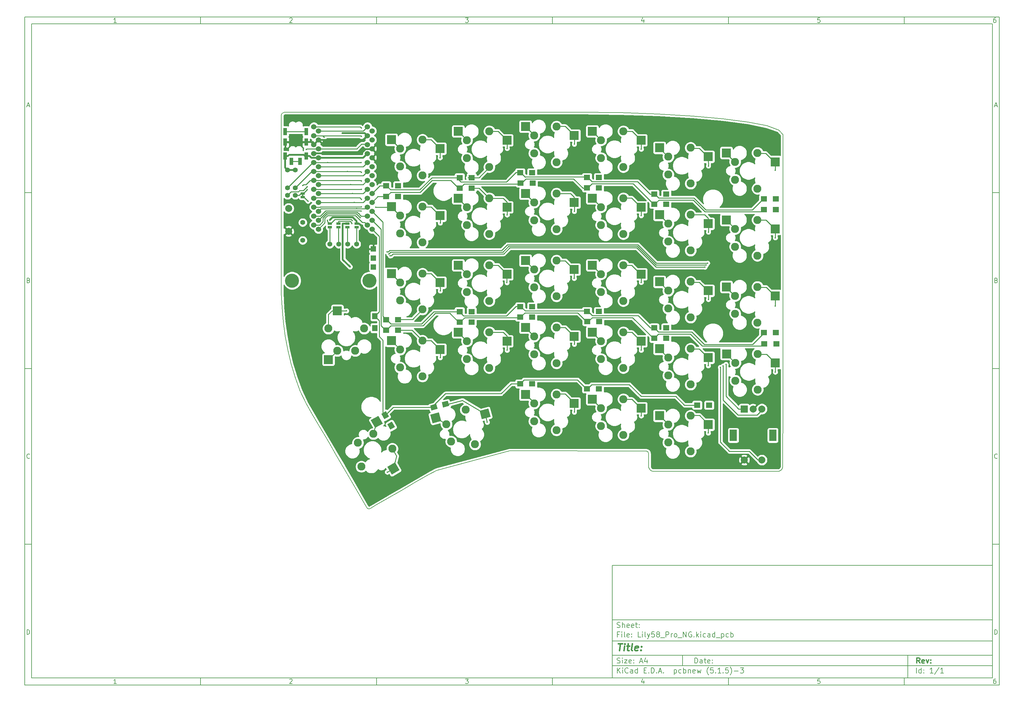
<source format=gtl>
G04 #@! TF.GenerationSoftware,KiCad,Pcbnew,(5.1.5)-3*
G04 #@! TF.CreationDate,2020-05-17T14:35:01+04:00*
G04 #@! TF.ProjectId,Lily58_Pro_NG,4c696c79-3538-45f5-9072-6f5f4e472e6b,rev?*
G04 #@! TF.SameCoordinates,Original*
G04 #@! TF.FileFunction,Copper,L1,Top*
G04 #@! TF.FilePolarity,Positive*
%FSLAX46Y46*%
G04 Gerber Fmt 4.6, Leading zero omitted, Abs format (unit mm)*
G04 Created by KiCad (PCBNEW (5.1.5)-3) date 2020-05-17 14:35:01*
%MOMM*%
%LPD*%
G04 APERTURE LIST*
%ADD10C,0.100000*%
%ADD11C,0.150000*%
%ADD12C,0.300000*%
%ADD13C,0.400000*%
%ADD14C,0.200000*%
%ADD15R,2.550000X2.500000*%
%ADD16C,2.286000*%
%ADD17R,2.500000X2.550000*%
%ADD18R,2.000000X2.000000*%
%ADD19C,2.000000*%
%ADD20R,2.000000X3.200000*%
%ADD21R,0.381000X0.381000*%
%ADD22R,1.143000X0.635000*%
%ADD23C,4.000000*%
%ADD24R,1.800000X1.500000*%
%ADD25R,1.500000X1.800000*%
%ADD26R,1.524000X1.524000*%
%ADD27R,1.000000X2.100000*%
%ADD28C,1.397000*%
%ADD29C,1.524000*%
%ADD30C,0.400000*%
%ADD31C,0.250000*%
%ADD32C,0.500000*%
%ADD33C,0.254000*%
G04 APERTURE END LIST*
D10*
D11*
X177002200Y-166007200D02*
X177002200Y-198007200D01*
X285002200Y-198007200D01*
X285002200Y-166007200D01*
X177002200Y-166007200D01*
D10*
D11*
X10000000Y-10000000D02*
X10000000Y-200007200D01*
X287002200Y-200007200D01*
X287002200Y-10000000D01*
X10000000Y-10000000D01*
D10*
D11*
X12000000Y-12000000D02*
X12000000Y-198007200D01*
X285002200Y-198007200D01*
X285002200Y-12000000D01*
X12000000Y-12000000D01*
D10*
D11*
X60000000Y-12000000D02*
X60000000Y-10000000D01*
D10*
D11*
X110000000Y-12000000D02*
X110000000Y-10000000D01*
D10*
D11*
X160000000Y-12000000D02*
X160000000Y-10000000D01*
D10*
D11*
X210000000Y-12000000D02*
X210000000Y-10000000D01*
D10*
D11*
X260000000Y-12000000D02*
X260000000Y-10000000D01*
D10*
D11*
X36065476Y-11588095D02*
X35322619Y-11588095D01*
X35694047Y-11588095D02*
X35694047Y-10288095D01*
X35570238Y-10473809D01*
X35446428Y-10597619D01*
X35322619Y-10659523D01*
D10*
D11*
X85322619Y-10411904D02*
X85384523Y-10350000D01*
X85508333Y-10288095D01*
X85817857Y-10288095D01*
X85941666Y-10350000D01*
X86003571Y-10411904D01*
X86065476Y-10535714D01*
X86065476Y-10659523D01*
X86003571Y-10845238D01*
X85260714Y-11588095D01*
X86065476Y-11588095D01*
D10*
D11*
X135260714Y-10288095D02*
X136065476Y-10288095D01*
X135632142Y-10783333D01*
X135817857Y-10783333D01*
X135941666Y-10845238D01*
X136003571Y-10907142D01*
X136065476Y-11030952D01*
X136065476Y-11340476D01*
X136003571Y-11464285D01*
X135941666Y-11526190D01*
X135817857Y-11588095D01*
X135446428Y-11588095D01*
X135322619Y-11526190D01*
X135260714Y-11464285D01*
D10*
D11*
X185941666Y-10721428D02*
X185941666Y-11588095D01*
X185632142Y-10226190D02*
X185322619Y-11154761D01*
X186127380Y-11154761D01*
D10*
D11*
X236003571Y-10288095D02*
X235384523Y-10288095D01*
X235322619Y-10907142D01*
X235384523Y-10845238D01*
X235508333Y-10783333D01*
X235817857Y-10783333D01*
X235941666Y-10845238D01*
X236003571Y-10907142D01*
X236065476Y-11030952D01*
X236065476Y-11340476D01*
X236003571Y-11464285D01*
X235941666Y-11526190D01*
X235817857Y-11588095D01*
X235508333Y-11588095D01*
X235384523Y-11526190D01*
X235322619Y-11464285D01*
D10*
D11*
X285941666Y-10288095D02*
X285694047Y-10288095D01*
X285570238Y-10350000D01*
X285508333Y-10411904D01*
X285384523Y-10597619D01*
X285322619Y-10845238D01*
X285322619Y-11340476D01*
X285384523Y-11464285D01*
X285446428Y-11526190D01*
X285570238Y-11588095D01*
X285817857Y-11588095D01*
X285941666Y-11526190D01*
X286003571Y-11464285D01*
X286065476Y-11340476D01*
X286065476Y-11030952D01*
X286003571Y-10907142D01*
X285941666Y-10845238D01*
X285817857Y-10783333D01*
X285570238Y-10783333D01*
X285446428Y-10845238D01*
X285384523Y-10907142D01*
X285322619Y-11030952D01*
D10*
D11*
X60000000Y-198007200D02*
X60000000Y-200007200D01*
D10*
D11*
X110000000Y-198007200D02*
X110000000Y-200007200D01*
D10*
D11*
X160000000Y-198007200D02*
X160000000Y-200007200D01*
D10*
D11*
X210000000Y-198007200D02*
X210000000Y-200007200D01*
D10*
D11*
X260000000Y-198007200D02*
X260000000Y-200007200D01*
D10*
D11*
X36065476Y-199595295D02*
X35322619Y-199595295D01*
X35694047Y-199595295D02*
X35694047Y-198295295D01*
X35570238Y-198481009D01*
X35446428Y-198604819D01*
X35322619Y-198666723D01*
D10*
D11*
X85322619Y-198419104D02*
X85384523Y-198357200D01*
X85508333Y-198295295D01*
X85817857Y-198295295D01*
X85941666Y-198357200D01*
X86003571Y-198419104D01*
X86065476Y-198542914D01*
X86065476Y-198666723D01*
X86003571Y-198852438D01*
X85260714Y-199595295D01*
X86065476Y-199595295D01*
D10*
D11*
X135260714Y-198295295D02*
X136065476Y-198295295D01*
X135632142Y-198790533D01*
X135817857Y-198790533D01*
X135941666Y-198852438D01*
X136003571Y-198914342D01*
X136065476Y-199038152D01*
X136065476Y-199347676D01*
X136003571Y-199471485D01*
X135941666Y-199533390D01*
X135817857Y-199595295D01*
X135446428Y-199595295D01*
X135322619Y-199533390D01*
X135260714Y-199471485D01*
D10*
D11*
X185941666Y-198728628D02*
X185941666Y-199595295D01*
X185632142Y-198233390D02*
X185322619Y-199161961D01*
X186127380Y-199161961D01*
D10*
D11*
X236003571Y-198295295D02*
X235384523Y-198295295D01*
X235322619Y-198914342D01*
X235384523Y-198852438D01*
X235508333Y-198790533D01*
X235817857Y-198790533D01*
X235941666Y-198852438D01*
X236003571Y-198914342D01*
X236065476Y-199038152D01*
X236065476Y-199347676D01*
X236003571Y-199471485D01*
X235941666Y-199533390D01*
X235817857Y-199595295D01*
X235508333Y-199595295D01*
X235384523Y-199533390D01*
X235322619Y-199471485D01*
D10*
D11*
X285941666Y-198295295D02*
X285694047Y-198295295D01*
X285570238Y-198357200D01*
X285508333Y-198419104D01*
X285384523Y-198604819D01*
X285322619Y-198852438D01*
X285322619Y-199347676D01*
X285384523Y-199471485D01*
X285446428Y-199533390D01*
X285570238Y-199595295D01*
X285817857Y-199595295D01*
X285941666Y-199533390D01*
X286003571Y-199471485D01*
X286065476Y-199347676D01*
X286065476Y-199038152D01*
X286003571Y-198914342D01*
X285941666Y-198852438D01*
X285817857Y-198790533D01*
X285570238Y-198790533D01*
X285446428Y-198852438D01*
X285384523Y-198914342D01*
X285322619Y-199038152D01*
D10*
D11*
X10000000Y-60000000D02*
X12000000Y-60000000D01*
D10*
D11*
X10000000Y-110000000D02*
X12000000Y-110000000D01*
D10*
D11*
X10000000Y-160000000D02*
X12000000Y-160000000D01*
D10*
D11*
X10690476Y-35216666D02*
X11309523Y-35216666D01*
X10566666Y-35588095D02*
X11000000Y-34288095D01*
X11433333Y-35588095D01*
D10*
D11*
X11092857Y-84907142D02*
X11278571Y-84969047D01*
X11340476Y-85030952D01*
X11402380Y-85154761D01*
X11402380Y-85340476D01*
X11340476Y-85464285D01*
X11278571Y-85526190D01*
X11154761Y-85588095D01*
X10659523Y-85588095D01*
X10659523Y-84288095D01*
X11092857Y-84288095D01*
X11216666Y-84350000D01*
X11278571Y-84411904D01*
X11340476Y-84535714D01*
X11340476Y-84659523D01*
X11278571Y-84783333D01*
X11216666Y-84845238D01*
X11092857Y-84907142D01*
X10659523Y-84907142D01*
D10*
D11*
X11402380Y-135464285D02*
X11340476Y-135526190D01*
X11154761Y-135588095D01*
X11030952Y-135588095D01*
X10845238Y-135526190D01*
X10721428Y-135402380D01*
X10659523Y-135278571D01*
X10597619Y-135030952D01*
X10597619Y-134845238D01*
X10659523Y-134597619D01*
X10721428Y-134473809D01*
X10845238Y-134350000D01*
X11030952Y-134288095D01*
X11154761Y-134288095D01*
X11340476Y-134350000D01*
X11402380Y-134411904D01*
D10*
D11*
X10659523Y-185588095D02*
X10659523Y-184288095D01*
X10969047Y-184288095D01*
X11154761Y-184350000D01*
X11278571Y-184473809D01*
X11340476Y-184597619D01*
X11402380Y-184845238D01*
X11402380Y-185030952D01*
X11340476Y-185278571D01*
X11278571Y-185402380D01*
X11154761Y-185526190D01*
X10969047Y-185588095D01*
X10659523Y-185588095D01*
D10*
D11*
X287002200Y-60000000D02*
X285002200Y-60000000D01*
D10*
D11*
X287002200Y-110000000D02*
X285002200Y-110000000D01*
D10*
D11*
X287002200Y-160000000D02*
X285002200Y-160000000D01*
D10*
D11*
X285692676Y-35216666D02*
X286311723Y-35216666D01*
X285568866Y-35588095D02*
X286002200Y-34288095D01*
X286435533Y-35588095D01*
D10*
D11*
X286095057Y-84907142D02*
X286280771Y-84969047D01*
X286342676Y-85030952D01*
X286404580Y-85154761D01*
X286404580Y-85340476D01*
X286342676Y-85464285D01*
X286280771Y-85526190D01*
X286156961Y-85588095D01*
X285661723Y-85588095D01*
X285661723Y-84288095D01*
X286095057Y-84288095D01*
X286218866Y-84350000D01*
X286280771Y-84411904D01*
X286342676Y-84535714D01*
X286342676Y-84659523D01*
X286280771Y-84783333D01*
X286218866Y-84845238D01*
X286095057Y-84907142D01*
X285661723Y-84907142D01*
D10*
D11*
X286404580Y-135464285D02*
X286342676Y-135526190D01*
X286156961Y-135588095D01*
X286033152Y-135588095D01*
X285847438Y-135526190D01*
X285723628Y-135402380D01*
X285661723Y-135278571D01*
X285599819Y-135030952D01*
X285599819Y-134845238D01*
X285661723Y-134597619D01*
X285723628Y-134473809D01*
X285847438Y-134350000D01*
X286033152Y-134288095D01*
X286156961Y-134288095D01*
X286342676Y-134350000D01*
X286404580Y-134411904D01*
D10*
D11*
X285661723Y-185588095D02*
X285661723Y-184288095D01*
X285971247Y-184288095D01*
X286156961Y-184350000D01*
X286280771Y-184473809D01*
X286342676Y-184597619D01*
X286404580Y-184845238D01*
X286404580Y-185030952D01*
X286342676Y-185278571D01*
X286280771Y-185402380D01*
X286156961Y-185526190D01*
X285971247Y-185588095D01*
X285661723Y-185588095D01*
D10*
D11*
X200434342Y-193785771D02*
X200434342Y-192285771D01*
X200791485Y-192285771D01*
X201005771Y-192357200D01*
X201148628Y-192500057D01*
X201220057Y-192642914D01*
X201291485Y-192928628D01*
X201291485Y-193142914D01*
X201220057Y-193428628D01*
X201148628Y-193571485D01*
X201005771Y-193714342D01*
X200791485Y-193785771D01*
X200434342Y-193785771D01*
X202577200Y-193785771D02*
X202577200Y-193000057D01*
X202505771Y-192857200D01*
X202362914Y-192785771D01*
X202077200Y-192785771D01*
X201934342Y-192857200D01*
X202577200Y-193714342D02*
X202434342Y-193785771D01*
X202077200Y-193785771D01*
X201934342Y-193714342D01*
X201862914Y-193571485D01*
X201862914Y-193428628D01*
X201934342Y-193285771D01*
X202077200Y-193214342D01*
X202434342Y-193214342D01*
X202577200Y-193142914D01*
X203077200Y-192785771D02*
X203648628Y-192785771D01*
X203291485Y-192285771D02*
X203291485Y-193571485D01*
X203362914Y-193714342D01*
X203505771Y-193785771D01*
X203648628Y-193785771D01*
X204720057Y-193714342D02*
X204577200Y-193785771D01*
X204291485Y-193785771D01*
X204148628Y-193714342D01*
X204077200Y-193571485D01*
X204077200Y-193000057D01*
X204148628Y-192857200D01*
X204291485Y-192785771D01*
X204577200Y-192785771D01*
X204720057Y-192857200D01*
X204791485Y-193000057D01*
X204791485Y-193142914D01*
X204077200Y-193285771D01*
X205434342Y-193642914D02*
X205505771Y-193714342D01*
X205434342Y-193785771D01*
X205362914Y-193714342D01*
X205434342Y-193642914D01*
X205434342Y-193785771D01*
X205434342Y-192857200D02*
X205505771Y-192928628D01*
X205434342Y-193000057D01*
X205362914Y-192928628D01*
X205434342Y-192857200D01*
X205434342Y-193000057D01*
D10*
D11*
X177002200Y-194507200D02*
X285002200Y-194507200D01*
D10*
D11*
X178434342Y-196585771D02*
X178434342Y-195085771D01*
X179291485Y-196585771D02*
X178648628Y-195728628D01*
X179291485Y-195085771D02*
X178434342Y-195942914D01*
X179934342Y-196585771D02*
X179934342Y-195585771D01*
X179934342Y-195085771D02*
X179862914Y-195157200D01*
X179934342Y-195228628D01*
X180005771Y-195157200D01*
X179934342Y-195085771D01*
X179934342Y-195228628D01*
X181505771Y-196442914D02*
X181434342Y-196514342D01*
X181220057Y-196585771D01*
X181077200Y-196585771D01*
X180862914Y-196514342D01*
X180720057Y-196371485D01*
X180648628Y-196228628D01*
X180577200Y-195942914D01*
X180577200Y-195728628D01*
X180648628Y-195442914D01*
X180720057Y-195300057D01*
X180862914Y-195157200D01*
X181077200Y-195085771D01*
X181220057Y-195085771D01*
X181434342Y-195157200D01*
X181505771Y-195228628D01*
X182791485Y-196585771D02*
X182791485Y-195800057D01*
X182720057Y-195657200D01*
X182577200Y-195585771D01*
X182291485Y-195585771D01*
X182148628Y-195657200D01*
X182791485Y-196514342D02*
X182648628Y-196585771D01*
X182291485Y-196585771D01*
X182148628Y-196514342D01*
X182077200Y-196371485D01*
X182077200Y-196228628D01*
X182148628Y-196085771D01*
X182291485Y-196014342D01*
X182648628Y-196014342D01*
X182791485Y-195942914D01*
X184148628Y-196585771D02*
X184148628Y-195085771D01*
X184148628Y-196514342D02*
X184005771Y-196585771D01*
X183720057Y-196585771D01*
X183577200Y-196514342D01*
X183505771Y-196442914D01*
X183434342Y-196300057D01*
X183434342Y-195871485D01*
X183505771Y-195728628D01*
X183577200Y-195657200D01*
X183720057Y-195585771D01*
X184005771Y-195585771D01*
X184148628Y-195657200D01*
X186005771Y-195800057D02*
X186505771Y-195800057D01*
X186720057Y-196585771D02*
X186005771Y-196585771D01*
X186005771Y-195085771D01*
X186720057Y-195085771D01*
X187362914Y-196442914D02*
X187434342Y-196514342D01*
X187362914Y-196585771D01*
X187291485Y-196514342D01*
X187362914Y-196442914D01*
X187362914Y-196585771D01*
X188077200Y-196585771D02*
X188077200Y-195085771D01*
X188434342Y-195085771D01*
X188648628Y-195157200D01*
X188791485Y-195300057D01*
X188862914Y-195442914D01*
X188934342Y-195728628D01*
X188934342Y-195942914D01*
X188862914Y-196228628D01*
X188791485Y-196371485D01*
X188648628Y-196514342D01*
X188434342Y-196585771D01*
X188077200Y-196585771D01*
X189577200Y-196442914D02*
X189648628Y-196514342D01*
X189577200Y-196585771D01*
X189505771Y-196514342D01*
X189577200Y-196442914D01*
X189577200Y-196585771D01*
X190220057Y-196157200D02*
X190934342Y-196157200D01*
X190077200Y-196585771D02*
X190577200Y-195085771D01*
X191077200Y-196585771D01*
X191577200Y-196442914D02*
X191648628Y-196514342D01*
X191577200Y-196585771D01*
X191505771Y-196514342D01*
X191577200Y-196442914D01*
X191577200Y-196585771D01*
X194577200Y-195585771D02*
X194577200Y-197085771D01*
X194577200Y-195657200D02*
X194720057Y-195585771D01*
X195005771Y-195585771D01*
X195148628Y-195657200D01*
X195220057Y-195728628D01*
X195291485Y-195871485D01*
X195291485Y-196300057D01*
X195220057Y-196442914D01*
X195148628Y-196514342D01*
X195005771Y-196585771D01*
X194720057Y-196585771D01*
X194577200Y-196514342D01*
X196577200Y-196514342D02*
X196434342Y-196585771D01*
X196148628Y-196585771D01*
X196005771Y-196514342D01*
X195934342Y-196442914D01*
X195862914Y-196300057D01*
X195862914Y-195871485D01*
X195934342Y-195728628D01*
X196005771Y-195657200D01*
X196148628Y-195585771D01*
X196434342Y-195585771D01*
X196577200Y-195657200D01*
X197220057Y-196585771D02*
X197220057Y-195085771D01*
X197220057Y-195657200D02*
X197362914Y-195585771D01*
X197648628Y-195585771D01*
X197791485Y-195657200D01*
X197862914Y-195728628D01*
X197934342Y-195871485D01*
X197934342Y-196300057D01*
X197862914Y-196442914D01*
X197791485Y-196514342D01*
X197648628Y-196585771D01*
X197362914Y-196585771D01*
X197220057Y-196514342D01*
X198577200Y-195585771D02*
X198577200Y-196585771D01*
X198577200Y-195728628D02*
X198648628Y-195657200D01*
X198791485Y-195585771D01*
X199005771Y-195585771D01*
X199148628Y-195657200D01*
X199220057Y-195800057D01*
X199220057Y-196585771D01*
X200505771Y-196514342D02*
X200362914Y-196585771D01*
X200077200Y-196585771D01*
X199934342Y-196514342D01*
X199862914Y-196371485D01*
X199862914Y-195800057D01*
X199934342Y-195657200D01*
X200077200Y-195585771D01*
X200362914Y-195585771D01*
X200505771Y-195657200D01*
X200577200Y-195800057D01*
X200577200Y-195942914D01*
X199862914Y-196085771D01*
X201077200Y-195585771D02*
X201362914Y-196585771D01*
X201648628Y-195871485D01*
X201934342Y-196585771D01*
X202220057Y-195585771D01*
X204362914Y-197157200D02*
X204291485Y-197085771D01*
X204148628Y-196871485D01*
X204077200Y-196728628D01*
X204005771Y-196514342D01*
X203934342Y-196157200D01*
X203934342Y-195871485D01*
X204005771Y-195514342D01*
X204077200Y-195300057D01*
X204148628Y-195157200D01*
X204291485Y-194942914D01*
X204362914Y-194871485D01*
X205648628Y-195085771D02*
X204934342Y-195085771D01*
X204862914Y-195800057D01*
X204934342Y-195728628D01*
X205077200Y-195657200D01*
X205434342Y-195657200D01*
X205577200Y-195728628D01*
X205648628Y-195800057D01*
X205720057Y-195942914D01*
X205720057Y-196300057D01*
X205648628Y-196442914D01*
X205577200Y-196514342D01*
X205434342Y-196585771D01*
X205077200Y-196585771D01*
X204934342Y-196514342D01*
X204862914Y-196442914D01*
X206362914Y-196442914D02*
X206434342Y-196514342D01*
X206362914Y-196585771D01*
X206291485Y-196514342D01*
X206362914Y-196442914D01*
X206362914Y-196585771D01*
X207862914Y-196585771D02*
X207005771Y-196585771D01*
X207434342Y-196585771D02*
X207434342Y-195085771D01*
X207291485Y-195300057D01*
X207148628Y-195442914D01*
X207005771Y-195514342D01*
X208505771Y-196442914D02*
X208577200Y-196514342D01*
X208505771Y-196585771D01*
X208434342Y-196514342D01*
X208505771Y-196442914D01*
X208505771Y-196585771D01*
X209934342Y-195085771D02*
X209220057Y-195085771D01*
X209148628Y-195800057D01*
X209220057Y-195728628D01*
X209362914Y-195657200D01*
X209720057Y-195657200D01*
X209862914Y-195728628D01*
X209934342Y-195800057D01*
X210005771Y-195942914D01*
X210005771Y-196300057D01*
X209934342Y-196442914D01*
X209862914Y-196514342D01*
X209720057Y-196585771D01*
X209362914Y-196585771D01*
X209220057Y-196514342D01*
X209148628Y-196442914D01*
X210505771Y-197157200D02*
X210577200Y-197085771D01*
X210720057Y-196871485D01*
X210791485Y-196728628D01*
X210862914Y-196514342D01*
X210934342Y-196157200D01*
X210934342Y-195871485D01*
X210862914Y-195514342D01*
X210791485Y-195300057D01*
X210720057Y-195157200D01*
X210577200Y-194942914D01*
X210505771Y-194871485D01*
X211648628Y-196014342D02*
X212791485Y-196014342D01*
X213362914Y-195085771D02*
X214291485Y-195085771D01*
X213791485Y-195657200D01*
X214005771Y-195657200D01*
X214148628Y-195728628D01*
X214220057Y-195800057D01*
X214291485Y-195942914D01*
X214291485Y-196300057D01*
X214220057Y-196442914D01*
X214148628Y-196514342D01*
X214005771Y-196585771D01*
X213577200Y-196585771D01*
X213434342Y-196514342D01*
X213362914Y-196442914D01*
D10*
D11*
X177002200Y-191507200D02*
X285002200Y-191507200D01*
D10*
D12*
X264411485Y-193785771D02*
X263911485Y-193071485D01*
X263554342Y-193785771D02*
X263554342Y-192285771D01*
X264125771Y-192285771D01*
X264268628Y-192357200D01*
X264340057Y-192428628D01*
X264411485Y-192571485D01*
X264411485Y-192785771D01*
X264340057Y-192928628D01*
X264268628Y-193000057D01*
X264125771Y-193071485D01*
X263554342Y-193071485D01*
X265625771Y-193714342D02*
X265482914Y-193785771D01*
X265197200Y-193785771D01*
X265054342Y-193714342D01*
X264982914Y-193571485D01*
X264982914Y-193000057D01*
X265054342Y-192857200D01*
X265197200Y-192785771D01*
X265482914Y-192785771D01*
X265625771Y-192857200D01*
X265697200Y-193000057D01*
X265697200Y-193142914D01*
X264982914Y-193285771D01*
X266197200Y-192785771D02*
X266554342Y-193785771D01*
X266911485Y-192785771D01*
X267482914Y-193642914D02*
X267554342Y-193714342D01*
X267482914Y-193785771D01*
X267411485Y-193714342D01*
X267482914Y-193642914D01*
X267482914Y-193785771D01*
X267482914Y-192857200D02*
X267554342Y-192928628D01*
X267482914Y-193000057D01*
X267411485Y-192928628D01*
X267482914Y-192857200D01*
X267482914Y-193000057D01*
D10*
D11*
X178362914Y-193714342D02*
X178577200Y-193785771D01*
X178934342Y-193785771D01*
X179077200Y-193714342D01*
X179148628Y-193642914D01*
X179220057Y-193500057D01*
X179220057Y-193357200D01*
X179148628Y-193214342D01*
X179077200Y-193142914D01*
X178934342Y-193071485D01*
X178648628Y-193000057D01*
X178505771Y-192928628D01*
X178434342Y-192857200D01*
X178362914Y-192714342D01*
X178362914Y-192571485D01*
X178434342Y-192428628D01*
X178505771Y-192357200D01*
X178648628Y-192285771D01*
X179005771Y-192285771D01*
X179220057Y-192357200D01*
X179862914Y-193785771D02*
X179862914Y-192785771D01*
X179862914Y-192285771D02*
X179791485Y-192357200D01*
X179862914Y-192428628D01*
X179934342Y-192357200D01*
X179862914Y-192285771D01*
X179862914Y-192428628D01*
X180434342Y-192785771D02*
X181220057Y-192785771D01*
X180434342Y-193785771D01*
X181220057Y-193785771D01*
X182362914Y-193714342D02*
X182220057Y-193785771D01*
X181934342Y-193785771D01*
X181791485Y-193714342D01*
X181720057Y-193571485D01*
X181720057Y-193000057D01*
X181791485Y-192857200D01*
X181934342Y-192785771D01*
X182220057Y-192785771D01*
X182362914Y-192857200D01*
X182434342Y-193000057D01*
X182434342Y-193142914D01*
X181720057Y-193285771D01*
X183077200Y-193642914D02*
X183148628Y-193714342D01*
X183077200Y-193785771D01*
X183005771Y-193714342D01*
X183077200Y-193642914D01*
X183077200Y-193785771D01*
X183077200Y-192857200D02*
X183148628Y-192928628D01*
X183077200Y-193000057D01*
X183005771Y-192928628D01*
X183077200Y-192857200D01*
X183077200Y-193000057D01*
X184862914Y-193357200D02*
X185577200Y-193357200D01*
X184720057Y-193785771D02*
X185220057Y-192285771D01*
X185720057Y-193785771D01*
X186862914Y-192785771D02*
X186862914Y-193785771D01*
X186505771Y-192214342D02*
X186148628Y-193285771D01*
X187077200Y-193285771D01*
D10*
D11*
X263434342Y-196585771D02*
X263434342Y-195085771D01*
X264791485Y-196585771D02*
X264791485Y-195085771D01*
X264791485Y-196514342D02*
X264648628Y-196585771D01*
X264362914Y-196585771D01*
X264220057Y-196514342D01*
X264148628Y-196442914D01*
X264077200Y-196300057D01*
X264077200Y-195871485D01*
X264148628Y-195728628D01*
X264220057Y-195657200D01*
X264362914Y-195585771D01*
X264648628Y-195585771D01*
X264791485Y-195657200D01*
X265505771Y-196442914D02*
X265577200Y-196514342D01*
X265505771Y-196585771D01*
X265434342Y-196514342D01*
X265505771Y-196442914D01*
X265505771Y-196585771D01*
X265505771Y-195657200D02*
X265577200Y-195728628D01*
X265505771Y-195800057D01*
X265434342Y-195728628D01*
X265505771Y-195657200D01*
X265505771Y-195800057D01*
X268148628Y-196585771D02*
X267291485Y-196585771D01*
X267720057Y-196585771D02*
X267720057Y-195085771D01*
X267577200Y-195300057D01*
X267434342Y-195442914D01*
X267291485Y-195514342D01*
X269862914Y-195014342D02*
X268577200Y-196942914D01*
X271148628Y-196585771D02*
X270291485Y-196585771D01*
X270720057Y-196585771D02*
X270720057Y-195085771D01*
X270577200Y-195300057D01*
X270434342Y-195442914D01*
X270291485Y-195514342D01*
D10*
D11*
X177002200Y-187507200D02*
X285002200Y-187507200D01*
D10*
D13*
X178714580Y-188211961D02*
X179857438Y-188211961D01*
X179036009Y-190211961D02*
X179286009Y-188211961D01*
X180274104Y-190211961D02*
X180440771Y-188878628D01*
X180524104Y-188211961D02*
X180416961Y-188307200D01*
X180500295Y-188402438D01*
X180607438Y-188307200D01*
X180524104Y-188211961D01*
X180500295Y-188402438D01*
X181107438Y-188878628D02*
X181869342Y-188878628D01*
X181476485Y-188211961D02*
X181262200Y-189926247D01*
X181333628Y-190116723D01*
X181512200Y-190211961D01*
X181702676Y-190211961D01*
X182655057Y-190211961D02*
X182476485Y-190116723D01*
X182405057Y-189926247D01*
X182619342Y-188211961D01*
X184190771Y-190116723D02*
X183988390Y-190211961D01*
X183607438Y-190211961D01*
X183428866Y-190116723D01*
X183357438Y-189926247D01*
X183452676Y-189164342D01*
X183571723Y-188973866D01*
X183774104Y-188878628D01*
X184155057Y-188878628D01*
X184333628Y-188973866D01*
X184405057Y-189164342D01*
X184381247Y-189354819D01*
X183405057Y-189545295D01*
X185155057Y-190021485D02*
X185238390Y-190116723D01*
X185131247Y-190211961D01*
X185047914Y-190116723D01*
X185155057Y-190021485D01*
X185131247Y-190211961D01*
X185286009Y-188973866D02*
X185369342Y-189069104D01*
X185262200Y-189164342D01*
X185178866Y-189069104D01*
X185286009Y-188973866D01*
X185262200Y-189164342D01*
D10*
D11*
X178934342Y-185600057D02*
X178434342Y-185600057D01*
X178434342Y-186385771D02*
X178434342Y-184885771D01*
X179148628Y-184885771D01*
X179720057Y-186385771D02*
X179720057Y-185385771D01*
X179720057Y-184885771D02*
X179648628Y-184957200D01*
X179720057Y-185028628D01*
X179791485Y-184957200D01*
X179720057Y-184885771D01*
X179720057Y-185028628D01*
X180648628Y-186385771D02*
X180505771Y-186314342D01*
X180434342Y-186171485D01*
X180434342Y-184885771D01*
X181791485Y-186314342D02*
X181648628Y-186385771D01*
X181362914Y-186385771D01*
X181220057Y-186314342D01*
X181148628Y-186171485D01*
X181148628Y-185600057D01*
X181220057Y-185457200D01*
X181362914Y-185385771D01*
X181648628Y-185385771D01*
X181791485Y-185457200D01*
X181862914Y-185600057D01*
X181862914Y-185742914D01*
X181148628Y-185885771D01*
X182505771Y-186242914D02*
X182577200Y-186314342D01*
X182505771Y-186385771D01*
X182434342Y-186314342D01*
X182505771Y-186242914D01*
X182505771Y-186385771D01*
X182505771Y-185457200D02*
X182577200Y-185528628D01*
X182505771Y-185600057D01*
X182434342Y-185528628D01*
X182505771Y-185457200D01*
X182505771Y-185600057D01*
X185077200Y-186385771D02*
X184362914Y-186385771D01*
X184362914Y-184885771D01*
X185577200Y-186385771D02*
X185577200Y-185385771D01*
X185577200Y-184885771D02*
X185505771Y-184957200D01*
X185577200Y-185028628D01*
X185648628Y-184957200D01*
X185577200Y-184885771D01*
X185577200Y-185028628D01*
X186505771Y-186385771D02*
X186362914Y-186314342D01*
X186291485Y-186171485D01*
X186291485Y-184885771D01*
X186934342Y-185385771D02*
X187291485Y-186385771D01*
X187648628Y-185385771D02*
X187291485Y-186385771D01*
X187148628Y-186742914D01*
X187077200Y-186814342D01*
X186934342Y-186885771D01*
X188934342Y-184885771D02*
X188220057Y-184885771D01*
X188148628Y-185600057D01*
X188220057Y-185528628D01*
X188362914Y-185457200D01*
X188720057Y-185457200D01*
X188862914Y-185528628D01*
X188934342Y-185600057D01*
X189005771Y-185742914D01*
X189005771Y-186100057D01*
X188934342Y-186242914D01*
X188862914Y-186314342D01*
X188720057Y-186385771D01*
X188362914Y-186385771D01*
X188220057Y-186314342D01*
X188148628Y-186242914D01*
X189862914Y-185528628D02*
X189720057Y-185457200D01*
X189648628Y-185385771D01*
X189577200Y-185242914D01*
X189577200Y-185171485D01*
X189648628Y-185028628D01*
X189720057Y-184957200D01*
X189862914Y-184885771D01*
X190148628Y-184885771D01*
X190291485Y-184957200D01*
X190362914Y-185028628D01*
X190434342Y-185171485D01*
X190434342Y-185242914D01*
X190362914Y-185385771D01*
X190291485Y-185457200D01*
X190148628Y-185528628D01*
X189862914Y-185528628D01*
X189720057Y-185600057D01*
X189648628Y-185671485D01*
X189577200Y-185814342D01*
X189577200Y-186100057D01*
X189648628Y-186242914D01*
X189720057Y-186314342D01*
X189862914Y-186385771D01*
X190148628Y-186385771D01*
X190291485Y-186314342D01*
X190362914Y-186242914D01*
X190434342Y-186100057D01*
X190434342Y-185814342D01*
X190362914Y-185671485D01*
X190291485Y-185600057D01*
X190148628Y-185528628D01*
X190720057Y-186528628D02*
X191862914Y-186528628D01*
X192220057Y-186385771D02*
X192220057Y-184885771D01*
X192791485Y-184885771D01*
X192934342Y-184957200D01*
X193005771Y-185028628D01*
X193077200Y-185171485D01*
X193077200Y-185385771D01*
X193005771Y-185528628D01*
X192934342Y-185600057D01*
X192791485Y-185671485D01*
X192220057Y-185671485D01*
X193720057Y-186385771D02*
X193720057Y-185385771D01*
X193720057Y-185671485D02*
X193791485Y-185528628D01*
X193862914Y-185457200D01*
X194005771Y-185385771D01*
X194148628Y-185385771D01*
X194862914Y-186385771D02*
X194720057Y-186314342D01*
X194648628Y-186242914D01*
X194577200Y-186100057D01*
X194577200Y-185671485D01*
X194648628Y-185528628D01*
X194720057Y-185457200D01*
X194862914Y-185385771D01*
X195077200Y-185385771D01*
X195220057Y-185457200D01*
X195291485Y-185528628D01*
X195362914Y-185671485D01*
X195362914Y-186100057D01*
X195291485Y-186242914D01*
X195220057Y-186314342D01*
X195077200Y-186385771D01*
X194862914Y-186385771D01*
X195648628Y-186528628D02*
X196791485Y-186528628D01*
X197148628Y-186385771D02*
X197148628Y-184885771D01*
X198005771Y-186385771D01*
X198005771Y-184885771D01*
X199505771Y-184957200D02*
X199362914Y-184885771D01*
X199148628Y-184885771D01*
X198934342Y-184957200D01*
X198791485Y-185100057D01*
X198720057Y-185242914D01*
X198648628Y-185528628D01*
X198648628Y-185742914D01*
X198720057Y-186028628D01*
X198791485Y-186171485D01*
X198934342Y-186314342D01*
X199148628Y-186385771D01*
X199291485Y-186385771D01*
X199505771Y-186314342D01*
X199577200Y-186242914D01*
X199577200Y-185742914D01*
X199291485Y-185742914D01*
X200220057Y-186242914D02*
X200291485Y-186314342D01*
X200220057Y-186385771D01*
X200148628Y-186314342D01*
X200220057Y-186242914D01*
X200220057Y-186385771D01*
X200934342Y-186385771D02*
X200934342Y-184885771D01*
X201077200Y-185814342D02*
X201505771Y-186385771D01*
X201505771Y-185385771D02*
X200934342Y-185957200D01*
X202148628Y-186385771D02*
X202148628Y-185385771D01*
X202148628Y-184885771D02*
X202077200Y-184957200D01*
X202148628Y-185028628D01*
X202220057Y-184957200D01*
X202148628Y-184885771D01*
X202148628Y-185028628D01*
X203505771Y-186314342D02*
X203362914Y-186385771D01*
X203077200Y-186385771D01*
X202934342Y-186314342D01*
X202862914Y-186242914D01*
X202791485Y-186100057D01*
X202791485Y-185671485D01*
X202862914Y-185528628D01*
X202934342Y-185457200D01*
X203077200Y-185385771D01*
X203362914Y-185385771D01*
X203505771Y-185457200D01*
X204791485Y-186385771D02*
X204791485Y-185600057D01*
X204720057Y-185457200D01*
X204577200Y-185385771D01*
X204291485Y-185385771D01*
X204148628Y-185457200D01*
X204791485Y-186314342D02*
X204648628Y-186385771D01*
X204291485Y-186385771D01*
X204148628Y-186314342D01*
X204077200Y-186171485D01*
X204077200Y-186028628D01*
X204148628Y-185885771D01*
X204291485Y-185814342D01*
X204648628Y-185814342D01*
X204791485Y-185742914D01*
X206148628Y-186385771D02*
X206148628Y-184885771D01*
X206148628Y-186314342D02*
X206005771Y-186385771D01*
X205720057Y-186385771D01*
X205577200Y-186314342D01*
X205505771Y-186242914D01*
X205434342Y-186100057D01*
X205434342Y-185671485D01*
X205505771Y-185528628D01*
X205577200Y-185457200D01*
X205720057Y-185385771D01*
X206005771Y-185385771D01*
X206148628Y-185457200D01*
X206505771Y-186528628D02*
X207648628Y-186528628D01*
X208005771Y-185385771D02*
X208005771Y-186885771D01*
X208005771Y-185457200D02*
X208148628Y-185385771D01*
X208434342Y-185385771D01*
X208577200Y-185457200D01*
X208648628Y-185528628D01*
X208720057Y-185671485D01*
X208720057Y-186100057D01*
X208648628Y-186242914D01*
X208577200Y-186314342D01*
X208434342Y-186385771D01*
X208148628Y-186385771D01*
X208005771Y-186314342D01*
X210005771Y-186314342D02*
X209862914Y-186385771D01*
X209577200Y-186385771D01*
X209434342Y-186314342D01*
X209362914Y-186242914D01*
X209291485Y-186100057D01*
X209291485Y-185671485D01*
X209362914Y-185528628D01*
X209434342Y-185457200D01*
X209577200Y-185385771D01*
X209862914Y-185385771D01*
X210005771Y-185457200D01*
X210648628Y-186385771D02*
X210648628Y-184885771D01*
X210648628Y-185457200D02*
X210791485Y-185385771D01*
X211077200Y-185385771D01*
X211220057Y-185457200D01*
X211291485Y-185528628D01*
X211362914Y-185671485D01*
X211362914Y-186100057D01*
X211291485Y-186242914D01*
X211220057Y-186314342D01*
X211077200Y-186385771D01*
X210791485Y-186385771D01*
X210648628Y-186314342D01*
D10*
D11*
X177002200Y-181507200D02*
X285002200Y-181507200D01*
D10*
D11*
X178362914Y-183614342D02*
X178577200Y-183685771D01*
X178934342Y-183685771D01*
X179077200Y-183614342D01*
X179148628Y-183542914D01*
X179220057Y-183400057D01*
X179220057Y-183257200D01*
X179148628Y-183114342D01*
X179077200Y-183042914D01*
X178934342Y-182971485D01*
X178648628Y-182900057D01*
X178505771Y-182828628D01*
X178434342Y-182757200D01*
X178362914Y-182614342D01*
X178362914Y-182471485D01*
X178434342Y-182328628D01*
X178505771Y-182257200D01*
X178648628Y-182185771D01*
X179005771Y-182185771D01*
X179220057Y-182257200D01*
X179862914Y-183685771D02*
X179862914Y-182185771D01*
X180505771Y-183685771D02*
X180505771Y-182900057D01*
X180434342Y-182757200D01*
X180291485Y-182685771D01*
X180077200Y-182685771D01*
X179934342Y-182757200D01*
X179862914Y-182828628D01*
X181791485Y-183614342D02*
X181648628Y-183685771D01*
X181362914Y-183685771D01*
X181220057Y-183614342D01*
X181148628Y-183471485D01*
X181148628Y-182900057D01*
X181220057Y-182757200D01*
X181362914Y-182685771D01*
X181648628Y-182685771D01*
X181791485Y-182757200D01*
X181862914Y-182900057D01*
X181862914Y-183042914D01*
X181148628Y-183185771D01*
X183077200Y-183614342D02*
X182934342Y-183685771D01*
X182648628Y-183685771D01*
X182505771Y-183614342D01*
X182434342Y-183471485D01*
X182434342Y-182900057D01*
X182505771Y-182757200D01*
X182648628Y-182685771D01*
X182934342Y-182685771D01*
X183077200Y-182757200D01*
X183148628Y-182900057D01*
X183148628Y-183042914D01*
X182434342Y-183185771D01*
X183577200Y-182685771D02*
X184148628Y-182685771D01*
X183791485Y-182185771D02*
X183791485Y-183471485D01*
X183862914Y-183614342D01*
X184005771Y-183685771D01*
X184148628Y-183685771D01*
X184648628Y-183542914D02*
X184720057Y-183614342D01*
X184648628Y-183685771D01*
X184577200Y-183614342D01*
X184648628Y-183542914D01*
X184648628Y-183685771D01*
X184648628Y-182757200D02*
X184720057Y-182828628D01*
X184648628Y-182900057D01*
X184577200Y-182828628D01*
X184648628Y-182757200D01*
X184648628Y-182900057D01*
D10*
D11*
X197002200Y-191507200D02*
X197002200Y-194507200D01*
D10*
D11*
X261002200Y-191507200D02*
X261002200Y-198007200D01*
D14*
X187714087Y-138785913D02*
X187530998Y-138563960D01*
X188472504Y-139194553D02*
X188190848Y-139107217D01*
X187530998Y-138563960D02*
X187392782Y-138309152D01*
X188190848Y-139107217D02*
X187936039Y-138969001D01*
X187392782Y-138309152D02*
X187305447Y-138027496D01*
X188750000Y-139200000D02*
X188472504Y-139194553D01*
X187936039Y-138969001D02*
X187714087Y-138785913D01*
X186658574Y-133452455D02*
G75*
G02X187300000Y-134150000I-58574J-697545D01*
G01*
X124667888Y-140255128D02*
X127100000Y-138950000D01*
X120963416Y-142391346D02*
X124667888Y-140255128D01*
X117258944Y-144527564D02*
X120963416Y-142391346D01*
X113554472Y-146663782D02*
X117258944Y-144527564D01*
X225459999Y-119289735D02*
X225450000Y-137750000D01*
X204850000Y-139200000D02*
X224277496Y-139194553D01*
X225357217Y-138309152D02*
X225219001Y-138563961D01*
X224559152Y-139107218D02*
X224277496Y-139194553D01*
X224813960Y-138969002D02*
X224559152Y-139107218D01*
X225035913Y-138785913D02*
X224813960Y-138969002D01*
X225444553Y-138027496D02*
X225357217Y-138309152D01*
X225219001Y-138563961D02*
X225035913Y-138785913D01*
X225450000Y-137750000D02*
X225444553Y-138027496D01*
X127100000Y-138950000D02*
X147900000Y-133400000D01*
X187300000Y-134150000D02*
X187305447Y-138027496D01*
X147900000Y-133400000D02*
X186658574Y-133452455D01*
X109882452Y-148801617D02*
X113554472Y-146663782D01*
X188750000Y-139200000D02*
X204850000Y-139200000D01*
X82937528Y-50750629D02*
X82937528Y-44443695D01*
X82937528Y-57057562D02*
X82937528Y-50750629D01*
X115211711Y-37086762D02*
X104803877Y-37086762D01*
X199807654Y-38170488D02*
X189919538Y-37585374D01*
X208420758Y-38945561D02*
X199807654Y-38170488D01*
X215525697Y-39885159D02*
X208420758Y-38945561D01*
X220889319Y-40963847D02*
X215525697Y-39885159D01*
X178989563Y-37215654D02*
X167250881Y-37086762D01*
X189919538Y-37585374D02*
X178989563Y-37215654D01*
X225460000Y-52918378D02*
X225460000Y-62400000D01*
X225460000Y-43436755D02*
X225460000Y-52918378D01*
X82937528Y-69671429D02*
X82937528Y-63364495D01*
X82937528Y-75978362D02*
X82937528Y-69671429D01*
X82937528Y-82285296D02*
X82937528Y-75978362D01*
X82937528Y-88592229D02*
X82937528Y-82285296D01*
X104803877Y-37086762D02*
X94396044Y-37086762D01*
X125619545Y-37086762D02*
X115211711Y-37086762D01*
X136027379Y-37086762D02*
X125619545Y-37086762D01*
X146435213Y-37086762D02*
X136027379Y-37086762D01*
X156843047Y-37086762D02*
X146435213Y-37086762D01*
X167250881Y-37086762D02*
X156843047Y-37086762D01*
X83400937Y-37265961D02*
X83579303Y-37169210D01*
X83245570Y-37394123D02*
X83400937Y-37265961D01*
X83117409Y-37549489D02*
X83245570Y-37394123D01*
X83020657Y-37727855D02*
X83117409Y-37549489D01*
X82959523Y-37925015D02*
X83020657Y-37727855D01*
X82938210Y-38136762D02*
X82959523Y-37925015D01*
X83776462Y-37108075D02*
X83988210Y-37086762D01*
X83579303Y-37169210D02*
X83776462Y-37108075D01*
X94396044Y-37086762D02*
X83988210Y-37086762D01*
X82937528Y-63364495D02*
X82937528Y-57057562D01*
X82937528Y-44443695D02*
X82937528Y-38136762D01*
X88291758Y-116318073D02*
X89993333Y-119989540D01*
X86863105Y-112530670D02*
X88291758Y-116318073D01*
X85688004Y-108649127D02*
X86863105Y-112530670D01*
X84747083Y-104695246D02*
X85688004Y-108649127D01*
X84020972Y-100690825D02*
X84747083Y-104695246D01*
X83490297Y-96657663D02*
X84020972Y-100690825D01*
X83135690Y-92617561D02*
X83490297Y-96657663D01*
X82937777Y-88592317D02*
X83135690Y-92617561D01*
X108038864Y-149857278D02*
X108206758Y-149771756D01*
X107880206Y-149904468D02*
X108038864Y-149857278D01*
X107731252Y-149913974D02*
X107880206Y-149904468D01*
X107592470Y-149886445D02*
X107731252Y-149913974D01*
X107464328Y-149822532D02*
X107592470Y-149886445D01*
X107347295Y-149722884D02*
X107464328Y-149822532D01*
X107241837Y-149588150D02*
X107347295Y-149722884D01*
X107148425Y-149418979D02*
X107241837Y-149588150D01*
X108206758Y-149771756D02*
X109882452Y-148801617D01*
X101722730Y-140052659D02*
X107148425Y-149418979D01*
X100047036Y-137186340D02*
X101722730Y-140052659D01*
X98371341Y-134320020D02*
X100047036Y-137186340D01*
X96695647Y-131453701D02*
X98371341Y-134320020D01*
X95019952Y-128587381D02*
X96695647Y-131453701D01*
X93344258Y-125721062D02*
X95019952Y-128587381D01*
X91668563Y-122854742D02*
X93344258Y-125721062D01*
X89992869Y-119988423D02*
X91668563Y-122854742D01*
X224278471Y-42156190D02*
X220889319Y-40963847D01*
X225460000Y-43436755D02*
X224278471Y-42156190D01*
X225460000Y-109808112D02*
X225460000Y-119289735D01*
X225460000Y-100326490D02*
X225460000Y-109808112D01*
X225460000Y-90844867D02*
X225460000Y-100326490D01*
X225460000Y-81363245D02*
X225460000Y-90844867D01*
X225460000Y-71881623D02*
X225460000Y-81363245D01*
X225460000Y-62400000D02*
X225460000Y-71881623D01*
D15*
X114210000Y-44920000D03*
X128060000Y-47460000D03*
D16*
X123040000Y-44920000D03*
X116690000Y-47460000D03*
X123040000Y-55080000D03*
X116690000Y-52540000D03*
D15*
X133210000Y-42520000D03*
X147060000Y-45060000D03*
D16*
X142040000Y-42520000D03*
X135690000Y-45060000D03*
X142040000Y-52680000D03*
X135690000Y-50140000D03*
D15*
X152310000Y-41170000D03*
X166160000Y-43710000D03*
D16*
X161140000Y-41170000D03*
X154790000Y-43710000D03*
X161140000Y-51330000D03*
X154790000Y-48790000D03*
D15*
X171310000Y-42520000D03*
X185160000Y-45060000D03*
D16*
X180140000Y-42520000D03*
X173790000Y-45060000D03*
X180140000Y-52680000D03*
X173790000Y-50140000D03*
D15*
X190410000Y-47220000D03*
X204260000Y-49760000D03*
D16*
X199240000Y-47220000D03*
X192890000Y-49760000D03*
X199240000Y-57380000D03*
X192890000Y-54840000D03*
D15*
X209410000Y-48670000D03*
X223260000Y-51210000D03*
D16*
X218240000Y-48670000D03*
X211890000Y-51210000D03*
X218240000Y-58830000D03*
X211890000Y-56290000D03*
D15*
X114210000Y-63970000D03*
X128060000Y-66510000D03*
D16*
X123040000Y-63970000D03*
X116690000Y-66510000D03*
X123040000Y-74130000D03*
X116690000Y-71590000D03*
D15*
X133210000Y-61570000D03*
X147060000Y-64110000D03*
D16*
X142040000Y-61570000D03*
X135690000Y-64110000D03*
X142040000Y-71730000D03*
X135690000Y-69190000D03*
D15*
X152310000Y-60220000D03*
X166160000Y-62760000D03*
D16*
X161140000Y-60220000D03*
X154790000Y-62760000D03*
X161140000Y-70380000D03*
X154790000Y-67840000D03*
D15*
X171310000Y-61570000D03*
X185160000Y-64110000D03*
D16*
X180140000Y-61570000D03*
X173790000Y-64110000D03*
X180140000Y-71730000D03*
X173790000Y-69190000D03*
D15*
X190410000Y-66270000D03*
X204260000Y-68810000D03*
D16*
X199240000Y-66270000D03*
X192890000Y-68810000D03*
X199240000Y-76430000D03*
X192890000Y-73890000D03*
D15*
X209410000Y-67720000D03*
X223260000Y-70260000D03*
D16*
X218240000Y-67720000D03*
X211890000Y-70260000D03*
X218240000Y-77880000D03*
X211890000Y-75340000D03*
D15*
X114210000Y-83020000D03*
X128060000Y-85560000D03*
D16*
X123040000Y-83020000D03*
X116690000Y-85560000D03*
X123040000Y-93180000D03*
X116690000Y-90640000D03*
D15*
X133210000Y-80620000D03*
X147060000Y-83160000D03*
D16*
X142040000Y-80620000D03*
X135690000Y-83160000D03*
X142040000Y-90780000D03*
X135690000Y-88240000D03*
D15*
X152310000Y-79270000D03*
X166160000Y-81810000D03*
D16*
X161140000Y-79270000D03*
X154790000Y-81810000D03*
X161140000Y-89430000D03*
X154790000Y-86890000D03*
D15*
X171310000Y-80620000D03*
X185160000Y-83160000D03*
D16*
X180140000Y-80620000D03*
X173790000Y-83160000D03*
X180140000Y-90780000D03*
X173790000Y-88240000D03*
D15*
X190410000Y-85320000D03*
X204260000Y-87860000D03*
D16*
X199240000Y-85320000D03*
X192890000Y-87860000D03*
X199240000Y-95480000D03*
X192890000Y-92940000D03*
D15*
X209410000Y-86770000D03*
X223260000Y-89310000D03*
D16*
X218240000Y-86770000D03*
X211890000Y-89310000D03*
X218240000Y-96930000D03*
X211890000Y-94390000D03*
D15*
X114210000Y-102070000D03*
X128060000Y-104610000D03*
D16*
X123040000Y-102070000D03*
X116690000Y-104610000D03*
X123040000Y-112230000D03*
X116690000Y-109690000D03*
D15*
X133210000Y-99670000D03*
X147060000Y-102210000D03*
D16*
X142040000Y-99670000D03*
X135690000Y-102210000D03*
X142040000Y-109830000D03*
X135690000Y-107290000D03*
D15*
X152310000Y-98320000D03*
X166160000Y-100860000D03*
D16*
X161140000Y-98320000D03*
X154790000Y-100860000D03*
X161140000Y-108480000D03*
X154790000Y-105940000D03*
D15*
X171310000Y-99670000D03*
X185160000Y-102210000D03*
D16*
X180140000Y-99670000D03*
X173790000Y-102210000D03*
X180140000Y-109830000D03*
X173790000Y-107290000D03*
D15*
X190410000Y-104370000D03*
X204260000Y-106910000D03*
D16*
X199240000Y-104370000D03*
X192890000Y-106910000D03*
X199240000Y-114530000D03*
X192890000Y-111990000D03*
D15*
X209460000Y-105820000D03*
X223310000Y-108360000D03*
D16*
X218290000Y-105820000D03*
X211940000Y-108360000D03*
X218290000Y-115980000D03*
X211940000Y-113440000D03*
D17*
X96320000Y-107440000D03*
X98860000Y-93590000D03*
D16*
X96320000Y-98610000D03*
X98860000Y-104960000D03*
X106480000Y-98610000D03*
X103940000Y-104960000D03*
G04 #@! TA.AperFunction,SMDPad,CuDef*
D10*
G36*
X108334377Y-124683518D02*
G01*
X110499441Y-123433518D01*
X111774441Y-125641882D01*
X109609377Y-126891882D01*
X108334377Y-124683518D01*
G37*
G04 #@! TD.AperFunction*
G04 #@! TA.AperFunction,SMDPad,CuDef*
G36*
X113059673Y-137947970D02*
G01*
X115224737Y-136697970D01*
X116499737Y-138906334D01*
X114334673Y-140156334D01*
X113059673Y-137947970D01*
G37*
G04 #@! TD.AperFunction*
D16*
X114469409Y-132809705D03*
X109094705Y-128580443D03*
X105670591Y-137889705D03*
X104695295Y-131120443D03*
G04 #@! TA.AperFunction,SMDPad,CuDef*
D10*
G36*
X125901494Y-125558471D02*
G01*
X125254447Y-123143656D01*
X127717558Y-122483667D01*
X128364605Y-124898482D01*
X125901494Y-125558471D01*
G37*
G04 #@! TD.AperFunction*
G04 #@! TA.AperFunction,SMDPad,CuDef*
G36*
X139936967Y-124427278D02*
G01*
X139289920Y-122012463D01*
X141753031Y-121352474D01*
X142400078Y-123767289D01*
X139936967Y-124427278D01*
G37*
G04 #@! TD.AperFunction*
D16*
X135338651Y-121735696D03*
X129862422Y-125832649D03*
X137968252Y-131549503D03*
X131177223Y-130739552D03*
D15*
X152310000Y-117370000D03*
X166160000Y-119910000D03*
D16*
X161140000Y-117370000D03*
X154790000Y-119910000D03*
X161140000Y-127530000D03*
X154790000Y-124990000D03*
D15*
X171310000Y-118720000D03*
X185160000Y-121260000D03*
D16*
X180140000Y-118720000D03*
X173790000Y-121260000D03*
X180140000Y-128880000D03*
X173790000Y-126340000D03*
D15*
X190410000Y-123420000D03*
X204260000Y-125960000D03*
D16*
X199240000Y-123420000D03*
X192890000Y-125960000D03*
X199240000Y-133580000D03*
X192890000Y-131040000D03*
G04 #@! TA.AperFunction,ComponentPad*
D10*
G36*
X113050481Y-125817820D02*
G01*
X114349519Y-125067820D01*
X115249519Y-126626666D01*
X113950481Y-127376666D01*
X113050481Y-125817820D01*
G37*
G04 #@! TD.AperFunction*
G04 #@! TA.AperFunction,ComponentPad*
G36*
X111350481Y-122873334D02*
G01*
X112649519Y-122123334D01*
X113549519Y-123682180D01*
X112250481Y-124432180D01*
X111350481Y-122873334D01*
G37*
G04 #@! TD.AperFunction*
D18*
X214500000Y-121500000D03*
D19*
X217000000Y-121500000D03*
X219500000Y-121500000D03*
D20*
X211400000Y-129000000D03*
X222600000Y-129000000D03*
D19*
X214500000Y-136000000D03*
X219500000Y-136000000D03*
X85000000Y-70950000D03*
X85000000Y-64450000D03*
D21*
X89000000Y-60700000D03*
D22*
X89000000Y-60199620D03*
X89000000Y-61200380D03*
D23*
X86000000Y-85000000D03*
X108000000Y-85000000D03*
D24*
X112700000Y-58000000D03*
X116100000Y-58000000D03*
X137000000Y-55700000D03*
X133600000Y-55700000D03*
X154200000Y-54300000D03*
X150800000Y-54300000D03*
X169800000Y-55650000D03*
X173200000Y-55650000D03*
X192300000Y-60400000D03*
X188900000Y-60400000D03*
X220100000Y-61750000D03*
X223500000Y-61750000D03*
X116100000Y-61100000D03*
X112700000Y-61100000D03*
X137000000Y-58700000D03*
X133600000Y-58700000D03*
X154350000Y-57250000D03*
X150950000Y-57250000D03*
X169800000Y-58600000D03*
X173200000Y-58600000D03*
X192300000Y-63250000D03*
X188900000Y-63250000D03*
X220100000Y-64800000D03*
X223500000Y-64800000D03*
X112700000Y-96100000D03*
X116100000Y-96100000D03*
X137000000Y-93800000D03*
X133600000Y-93800000D03*
X150800000Y-92400000D03*
X154200000Y-92400000D03*
X173200000Y-93750000D03*
X169800000Y-93750000D03*
X188900000Y-98400000D03*
X192300000Y-98400000D03*
X223500000Y-99800000D03*
X220100000Y-99800000D03*
X116100000Y-99100000D03*
X112700000Y-99100000D03*
X133600000Y-96800000D03*
X137000000Y-96800000D03*
X154200000Y-95350000D03*
X150800000Y-95350000D03*
X169850000Y-96650000D03*
X173250000Y-96650000D03*
X192300000Y-101400000D03*
X188900000Y-101400000D03*
X220200000Y-103000000D03*
X223600000Y-103000000D03*
D25*
X109500000Y-95100000D03*
X109500000Y-98500000D03*
G04 #@! TA.AperFunction,ComponentPad*
D10*
G36*
X125632707Y-121947374D02*
G01*
X125244478Y-120498485D01*
X126983145Y-120032610D01*
X127371374Y-121481499D01*
X125632707Y-121947374D01*
G37*
G04 #@! TD.AperFunction*
G04 #@! TA.AperFunction,ComponentPad*
G36*
X128916855Y-121067390D02*
G01*
X128528626Y-119618501D01*
X130267293Y-119152626D01*
X130655522Y-120601515D01*
X128916855Y-121067390D01*
G37*
G04 #@! TD.AperFunction*
D24*
X150800000Y-114350000D03*
X154200000Y-114350000D03*
X173200000Y-115750000D03*
X169800000Y-115750000D03*
X201100000Y-120400000D03*
X204500000Y-120400000D03*
D26*
X109100000Y-76000000D03*
X109100000Y-78600000D03*
X109100000Y-81100000D03*
D27*
X84050000Y-49600000D03*
X88250000Y-51100000D03*
X84050000Y-42600000D03*
X84050000Y-45600000D03*
X90000000Y-42600000D03*
X90000000Y-45600000D03*
X90000000Y-49600000D03*
X85800000Y-51100000D03*
D28*
X96700000Y-74600000D03*
X99240000Y-74600000D03*
X101780000Y-74600000D03*
X104320000Y-74600000D03*
D22*
X104300000Y-69800380D03*
X104300000Y-68799620D03*
X101700000Y-68799620D03*
X101700000Y-69800380D03*
X99200000Y-69800380D03*
X99200000Y-68799620D03*
X96700000Y-68799620D03*
X96700000Y-69800380D03*
D28*
X84700000Y-60700000D03*
X86900000Y-60700000D03*
X84688035Y-58579272D03*
X84688035Y-53499272D03*
X86938035Y-53499272D03*
X86938035Y-58579272D03*
D29*
X107420000Y-41230000D03*
X107420000Y-43770000D03*
X107420000Y-46310000D03*
X107420000Y-48850000D03*
X107420000Y-51390000D03*
X107420000Y-53930000D03*
X107420000Y-56470000D03*
X107420000Y-59010000D03*
X107420000Y-61550000D03*
X107420000Y-64090000D03*
X107420000Y-66630000D03*
X107420000Y-69170000D03*
X92180000Y-69170000D03*
X92180000Y-66630000D03*
X92180000Y-64090000D03*
X92180000Y-61550000D03*
X92180000Y-59010000D03*
X92180000Y-56470000D03*
X92180000Y-53930000D03*
X92180000Y-51390000D03*
X92180000Y-48850000D03*
X92180000Y-46310000D03*
X92180000Y-43770000D03*
X92180000Y-41230000D03*
X108718815Y-52585745D03*
X108718815Y-57665745D03*
X93478815Y-42425745D03*
X108718815Y-44965745D03*
X108718815Y-67825745D03*
X93478815Y-70365745D03*
X108718815Y-60205745D03*
X108718815Y-62745745D03*
X93478815Y-60205745D03*
X93478815Y-65285745D03*
X93478815Y-52585745D03*
X93478815Y-50045745D03*
X93478815Y-44965745D03*
X93478815Y-55125745D03*
X108718815Y-70365745D03*
X93478815Y-62745745D03*
X108718815Y-42425745D03*
X108718815Y-47505745D03*
X93478815Y-67825745D03*
X108718815Y-50045745D03*
X108718815Y-55125745D03*
X93478815Y-57665745D03*
X108718815Y-65285745D03*
X93478815Y-47505745D03*
D28*
X89000000Y-73540000D03*
X89000000Y-68460000D03*
D30*
X128060000Y-50040000D03*
X105327833Y-67072169D03*
X147100000Y-47400000D03*
X166200000Y-46200000D03*
X105700000Y-59000000D03*
X185200000Y-47600000D03*
X105700000Y-61900000D03*
X204300000Y-52400000D03*
X105700000Y-64000000D03*
X223300000Y-53600000D03*
X105600000Y-65200000D03*
X128100000Y-68600000D03*
X147100000Y-66300000D03*
X166200000Y-65300000D03*
X185200000Y-66500000D03*
X204300000Y-71200000D03*
X223300000Y-72800000D03*
X128100000Y-87900000D03*
X147050000Y-85550000D03*
X166150000Y-84350000D03*
X185200000Y-85500000D03*
X204300000Y-90350000D03*
X223260000Y-92240000D03*
X128100000Y-106900000D03*
X147100000Y-104800000D03*
X166200000Y-103100000D03*
X185200000Y-104800000D03*
X204250000Y-109200000D03*
X223300000Y-111000000D03*
X101460000Y-93570000D03*
X113050000Y-139450000D03*
X141440000Y-125270000D03*
X166200000Y-122400000D03*
X100400008Y-68800000D03*
X100400000Y-50045745D03*
X102450008Y-81050000D03*
X96700000Y-67800000D03*
X96900000Y-48800000D03*
X96900000Y-44965745D03*
X107400004Y-76000000D03*
X100200000Y-39400000D03*
X113150000Y-80000000D03*
X100250000Y-43000755D03*
X102675000Y-57665745D03*
X103175000Y-60205745D03*
X103700000Y-62745745D03*
X104300000Y-64575000D03*
X105000000Y-66000000D03*
X109774979Y-64100000D03*
X103100000Y-67900000D03*
X105600000Y-51400000D03*
X96050000Y-67805847D03*
X96100000Y-51390000D03*
X105700006Y-41600000D03*
X105700018Y-54200000D03*
X103000000Y-68800000D03*
X101700000Y-53930000D03*
X90000000Y-47700000D03*
X185200000Y-123450000D03*
X90500004Y-62400000D03*
X105700000Y-44000000D03*
X95100000Y-44200000D03*
X90274990Y-58284864D03*
X90300000Y-59100000D03*
X204260000Y-128340000D03*
X105699992Y-56700000D03*
X203299998Y-81150000D03*
X207700000Y-109650000D03*
X113850000Y-77950000D03*
X89000000Y-57900000D03*
X204050000Y-80000000D03*
X209300000Y-108800000D03*
X113000000Y-76800000D03*
X208500000Y-109250000D03*
X113450000Y-77400000D03*
X203650000Y-80550000D03*
D31*
X129000000Y-47500000D02*
X127440000Y-47500000D01*
X128060000Y-48960000D02*
X128060000Y-50040000D01*
X128060000Y-47460000D02*
X128060000Y-48960000D01*
X124656446Y-44920000D02*
X123040000Y-44920000D01*
X128060000Y-47460000D02*
X125520000Y-44920000D01*
X125520000Y-44920000D02*
X124656446Y-44920000D01*
X104255686Y-66000022D02*
X105127834Y-66872170D01*
X94800000Y-67140970D02*
X95940948Y-66000022D01*
X105127834Y-66872170D02*
X105327833Y-67072169D01*
X93830000Y-69170000D02*
X94800000Y-68200000D01*
X94800000Y-68200000D02*
X94800000Y-67140970D01*
X92180000Y-69170000D02*
X93830000Y-69170000D01*
X95940948Y-66000022D02*
X104255686Y-66000022D01*
X110750000Y-93850000D02*
X109500000Y-95100000D01*
X108718815Y-70365745D02*
X110750000Y-72396930D01*
X110750000Y-72396930D02*
X110750000Y-93850000D01*
X129570489Y-117160000D02*
X126307926Y-120422563D01*
X145390000Y-117160000D02*
X129570489Y-117160000D01*
X150800000Y-114300000D02*
X148250000Y-114300000D01*
X126307926Y-120422563D02*
X126307926Y-120989992D01*
X148250000Y-114300000D02*
X145390000Y-117160000D01*
X111791155Y-101941155D02*
X110750000Y-100900000D01*
X111791155Y-122618912D02*
X111791155Y-101941155D01*
X114737765Y-120989992D02*
X112450000Y-123277757D01*
X112450000Y-123277757D02*
X111791155Y-122618912D01*
X126307926Y-120989992D02*
X114737765Y-120989992D01*
X110750000Y-100900000D02*
X110750000Y-96350000D01*
X110750000Y-96350000D02*
X109500000Y-95100000D01*
X197500000Y-120400000D02*
X201100000Y-120400000D01*
X185164998Y-117900000D02*
X195000000Y-117900000D01*
X195000000Y-117900000D02*
X197500000Y-120400000D01*
X151900000Y-113200000D02*
X167100000Y-113200000D01*
X181814998Y-114550000D02*
X185164998Y-117900000D01*
X150800000Y-114300000D02*
X151900000Y-113200000D01*
X167100000Y-113200000D02*
X169800000Y-115900000D01*
X169800000Y-115900000D02*
X171150000Y-114550000D01*
X171150000Y-114550000D02*
X181814998Y-114550000D01*
X148000000Y-45100000D02*
X146440000Y-45100000D01*
X147060000Y-46560000D02*
X147100000Y-46600000D01*
X147060000Y-45060000D02*
X147060000Y-46560000D01*
X147100000Y-46600000D02*
X147100000Y-47400000D01*
X144520000Y-42520000D02*
X147060000Y-45060000D01*
X142040000Y-42520000D02*
X144520000Y-42520000D01*
X139100000Y-55700000D02*
X136000000Y-55700000D01*
X136000000Y-55700000D02*
X136017000Y-55683000D01*
X142040000Y-52680000D02*
X142040000Y-52760000D01*
X142040000Y-52760000D02*
X139100000Y-55700000D01*
X167100000Y-43710000D02*
X165540000Y-43710000D01*
X166200000Y-43710000D02*
X166160000Y-43670000D01*
X166200000Y-46200000D02*
X166200000Y-43710000D01*
X162756446Y-41130000D02*
X161140000Y-41130000D01*
X166160000Y-43670000D02*
X163620000Y-41130000D01*
X163620000Y-41130000D02*
X162756446Y-41130000D01*
X110924560Y-58000000D02*
X108718815Y-60205745D01*
X112700000Y-58000000D02*
X110924560Y-58000000D01*
X92180000Y-59010000D02*
X105690000Y-59010000D01*
X105690000Y-59010000D02*
X105700000Y-59000000D01*
X189100000Y-60400000D02*
X188900000Y-60400000D01*
X219850000Y-61800000D02*
X216750000Y-64900000D01*
X220100000Y-61800000D02*
X219850000Y-61800000D01*
X216750000Y-64900000D02*
X203600000Y-64900000D01*
X190200000Y-61500000D02*
X189100000Y-60400000D01*
X203600000Y-64900000D02*
X200200000Y-61500000D01*
X200200000Y-61500000D02*
X190200000Y-61500000D01*
X112850000Y-58000000D02*
X112700000Y-58000000D01*
X122300000Y-59150000D02*
X114000000Y-59150000D01*
X125750000Y-55700000D02*
X122300000Y-59150000D01*
X132750000Y-55700000D02*
X125750000Y-55700000D01*
X114000000Y-59150000D02*
X112850000Y-58000000D01*
X133950000Y-56900000D02*
X132750000Y-55700000D01*
X146950000Y-56900000D02*
X133950000Y-56900000D01*
X171250000Y-56850000D02*
X170000000Y-55600000D01*
X184200000Y-56850000D02*
X171250000Y-56850000D01*
X169700000Y-55500000D02*
X152300000Y-55500000D01*
X170000000Y-55600000D02*
X169800000Y-55600000D01*
X187750000Y-60400000D02*
X184200000Y-56850000D01*
X188900000Y-60400000D02*
X187750000Y-60400000D01*
X169800000Y-55600000D02*
X169700000Y-55500000D01*
X152300000Y-55500000D02*
X152300000Y-55550000D01*
X152300000Y-55550000D02*
X150950000Y-54200000D01*
X150950000Y-54200000D02*
X149650000Y-54200000D01*
X149650000Y-54200000D02*
X146950000Y-56900000D01*
X186100000Y-45100000D02*
X184540000Y-45100000D01*
X185200000Y-45100000D02*
X185160000Y-45060000D01*
X185200000Y-47600000D02*
X185200000Y-45100000D01*
X181756446Y-42520000D02*
X180140000Y-42520000D01*
X185160000Y-45060000D02*
X182620000Y-42520000D01*
X182620000Y-42520000D02*
X181756446Y-42520000D01*
X110364560Y-61100000D02*
X108718815Y-62745745D01*
X112700000Y-61100000D02*
X110364560Y-61100000D01*
X105500001Y-61700001D02*
X105700000Y-61900000D01*
X92230000Y-61450000D02*
X105250000Y-61450000D01*
X105250000Y-61450000D02*
X105500001Y-61700001D01*
X114050000Y-59900000D02*
X112850000Y-61100000D01*
X133300000Y-58700000D02*
X131100000Y-56500000D01*
X133600000Y-58700000D02*
X133300000Y-58700000D01*
X112850000Y-61100000D02*
X112700000Y-61100000D01*
X131100000Y-56500000D02*
X125800000Y-56500000D01*
X125800000Y-56500000D02*
X122400000Y-59900000D01*
X122400000Y-59900000D02*
X114050000Y-59900000D01*
X133750000Y-58700000D02*
X133600000Y-58700000D01*
X150900000Y-57400000D02*
X150750000Y-57550000D01*
X166000000Y-56050000D02*
X152400000Y-56050000D01*
X203300000Y-65400000D02*
X200000000Y-62100000D01*
X151050000Y-57400000D02*
X150900000Y-57400000D01*
X190250000Y-62100000D02*
X189050000Y-63300000D01*
X152400000Y-56050000D02*
X151050000Y-57400000D01*
X220100000Y-64900000D02*
X219600000Y-65400000D01*
X150750000Y-57550000D02*
X134900000Y-57550000D01*
X219600000Y-65400000D02*
X203300000Y-65400000D01*
X171250000Y-57450000D02*
X170000000Y-58700000D01*
X200000000Y-62100000D02*
X190250000Y-62100000D01*
X189050000Y-63300000D02*
X188750000Y-63300000D01*
X134900000Y-57550000D02*
X133750000Y-58700000D01*
X170000000Y-58700000D02*
X168650000Y-58700000D01*
X188750000Y-63300000D02*
X182900000Y-57450000D01*
X182900000Y-57450000D02*
X171250000Y-57450000D01*
X168650000Y-58700000D02*
X166000000Y-56050000D01*
X205200000Y-49900000D02*
X203640000Y-49900000D01*
X204260000Y-51360000D02*
X204300000Y-51400000D01*
X204260000Y-49860000D02*
X204260000Y-51360000D01*
X204300000Y-51400000D02*
X204300000Y-52400000D01*
X200856446Y-47320000D02*
X199240000Y-47320000D01*
X204260000Y-49860000D02*
X201720000Y-47320000D01*
X201720000Y-47320000D02*
X200856446Y-47320000D01*
X93905755Y-64090000D02*
X93995755Y-64000000D01*
X92180000Y-64090000D02*
X93905755Y-64090000D01*
X93995755Y-64000000D02*
X105417158Y-64000000D01*
X105417158Y-64000000D02*
X105700000Y-64000000D01*
X111800000Y-68366930D02*
X109480814Y-66047744D01*
X112700000Y-96000000D02*
X111800000Y-95100000D01*
X109480814Y-66047744D02*
X108718815Y-65285745D01*
X111800000Y-95100000D02*
X111800000Y-68366930D01*
X112800000Y-96000000D02*
X112700000Y-96000000D01*
X122800000Y-97300000D02*
X114100000Y-97300000D01*
X133600000Y-93800000D02*
X126300000Y-93800000D01*
X114100000Y-97300000D02*
X112800000Y-96000000D01*
X126300000Y-93800000D02*
X122800000Y-97300000D01*
X216850000Y-103150000D02*
X203150000Y-103150000D01*
X220100000Y-99900000D02*
X216850000Y-103150000D01*
X190100000Y-99600000D02*
X188900000Y-98400000D01*
X203150000Y-103150000D02*
X199600000Y-99600000D01*
X199600000Y-99600000D02*
X190100000Y-99600000D01*
X133600000Y-93900000D02*
X133600000Y-93800000D01*
X146950000Y-95000000D02*
X134700000Y-95000000D01*
X149650000Y-92300000D02*
X146950000Y-95000000D01*
X150950000Y-92300000D02*
X149650000Y-92300000D01*
X152250000Y-93600000D02*
X150950000Y-92300000D01*
X187800000Y-98400000D02*
X184350000Y-94950000D01*
X188900000Y-98400000D02*
X187800000Y-98400000D01*
X134700000Y-95000000D02*
X133600000Y-93900000D01*
X171350000Y-94950000D02*
X170000000Y-93600000D01*
X184350000Y-94950000D02*
X171350000Y-94950000D01*
X170000000Y-93600000D02*
X152250000Y-93600000D01*
X224200000Y-51400000D02*
X222640000Y-51400000D01*
X223300000Y-51400000D02*
X223260000Y-51360000D01*
X223300000Y-53600000D02*
X223300000Y-51400000D01*
X219856446Y-48820000D02*
X218240000Y-48820000D01*
X220570000Y-48820000D02*
X219856446Y-48820000D01*
X223260000Y-51360000D02*
X223110000Y-51360000D01*
X223110000Y-51360000D02*
X220570000Y-48820000D01*
X105500000Y-65100000D02*
X105600000Y-65200000D01*
X95500000Y-65100000D02*
X105500000Y-65100000D01*
X93970000Y-66630000D02*
X95500000Y-65100000D01*
X92180000Y-66630000D02*
X93970000Y-66630000D01*
X112550000Y-99100000D02*
X112700000Y-99100000D01*
X108718815Y-67825745D02*
X111275012Y-70381942D01*
X111275012Y-97825012D02*
X112550000Y-99100000D01*
X111275012Y-70381942D02*
X111275012Y-97825012D01*
X199150000Y-100200000D02*
X190100000Y-100200000D01*
X202550011Y-103600011D02*
X199150000Y-100200000D01*
X220200000Y-103100000D02*
X219699989Y-103600011D01*
X190100000Y-100200000D02*
X188900000Y-101400000D01*
X219699989Y-103600011D02*
X202550011Y-103600011D01*
X135050000Y-95500000D02*
X133750000Y-96800000D01*
X150700000Y-95500000D02*
X135050000Y-95500000D01*
X133750000Y-96800000D02*
X133600000Y-96800000D01*
X188900000Y-101500000D02*
X188750000Y-101500000D01*
X182750000Y-95500000D02*
X171300000Y-95500000D01*
X170000000Y-96800000D02*
X169800000Y-96800000D01*
X171300000Y-95500000D02*
X170000000Y-96800000D01*
X188900000Y-101400000D02*
X188900000Y-101500000D01*
X169800000Y-96800000D02*
X167200000Y-94200000D01*
X167200000Y-94200000D02*
X152150000Y-94200000D01*
X188750000Y-101500000D02*
X182750000Y-95500000D01*
X152150000Y-94200000D02*
X150950000Y-95400000D01*
X150800000Y-95400000D02*
X150700000Y-95500000D01*
X150950000Y-95400000D02*
X150800000Y-95400000D01*
X112800000Y-99100000D02*
X112700000Y-99100000D01*
X130800000Y-94300000D02*
X126700000Y-94300000D01*
X123200000Y-97800000D02*
X114100000Y-97800000D01*
X133300000Y-96800000D02*
X130800000Y-94300000D01*
X126700000Y-94300000D02*
X123200000Y-97800000D01*
X114100000Y-97800000D02*
X112800000Y-99100000D01*
X129000000Y-66600000D02*
X127440000Y-66600000D01*
X128100000Y-66600000D02*
X128060000Y-66560000D01*
X128100000Y-68600000D02*
X128100000Y-66600000D01*
X124656446Y-64020000D02*
X123040000Y-64020000D01*
X128060000Y-66560000D02*
X125520000Y-64020000D01*
X125520000Y-64020000D02*
X124656446Y-64020000D01*
X148000000Y-64200000D02*
X146440001Y-64200000D01*
X143656446Y-61620000D02*
X142040000Y-61620000D01*
X147060000Y-62660000D02*
X146020000Y-61620000D01*
X146020000Y-61620000D02*
X143656446Y-61620000D01*
X147060000Y-64160000D02*
X147060000Y-62660000D01*
X139120000Y-58700000D02*
X142040000Y-61620000D01*
X137000000Y-58700000D02*
X139120000Y-58700000D01*
X147100000Y-64200000D02*
X147060000Y-64160000D01*
X147100000Y-66300000D02*
X147100000Y-64200000D01*
X167100000Y-62800000D02*
X165540000Y-62800000D01*
X166200000Y-62800000D02*
X166160000Y-62760000D01*
X166200000Y-65300000D02*
X166200000Y-62800000D01*
X165120000Y-60220000D02*
X162756446Y-60220000D01*
X166160000Y-61260000D02*
X165120000Y-60220000D01*
X162756446Y-60220000D02*
X161140000Y-60220000D01*
X166160000Y-62760000D02*
X166160000Y-61260000D01*
X186100000Y-64100000D02*
X184540000Y-64100000D01*
X181756446Y-61520000D02*
X180140000Y-61520000D01*
X185200000Y-64100000D02*
X185160000Y-64060000D01*
X182520000Y-61520000D02*
X181756446Y-61520000D01*
X185060000Y-64060000D02*
X182520000Y-61520000D01*
X185200000Y-66500000D02*
X185200000Y-64100000D01*
X185160000Y-64060000D02*
X185060000Y-64060000D01*
X205200000Y-68800000D02*
X203640000Y-68800000D01*
X204300000Y-68800000D02*
X204260000Y-68760000D01*
X204300000Y-71200000D02*
X204300000Y-68800000D01*
X204260000Y-67260000D02*
X204260000Y-68760000D01*
X203220000Y-66220000D02*
X204260000Y-67260000D01*
X199240000Y-66220000D02*
X203220000Y-66220000D01*
X224200000Y-70300000D02*
X222640000Y-70300000D01*
X223300000Y-70300000D02*
X223260000Y-70260000D01*
X223300000Y-72800000D02*
X223300000Y-70300000D01*
X220670000Y-67720000D02*
X219856446Y-67720000D01*
X223260000Y-70260000D02*
X223210000Y-70260000D01*
X219856446Y-67720000D02*
X218240000Y-67720000D01*
X223210000Y-70260000D02*
X220670000Y-67720000D01*
X129000000Y-85600000D02*
X127440000Y-85600000D01*
X120220000Y-96000000D02*
X123040000Y-93180000D01*
X116100000Y-96000000D02*
X120220000Y-96000000D01*
X128060000Y-87060000D02*
X128100000Y-87100000D01*
X128060000Y-85560000D02*
X128060000Y-87060000D01*
X128100000Y-87100000D02*
X128100000Y-87900000D01*
X124656446Y-83020000D02*
X123040000Y-83020000D01*
X128060000Y-85560000D02*
X125520000Y-83020000D01*
X125520000Y-83020000D02*
X124656446Y-83020000D01*
X148000000Y-83200000D02*
X146440000Y-83200000D01*
X147050000Y-83170000D02*
X147060000Y-83160000D01*
X147050000Y-85550000D02*
X147050000Y-83170000D01*
X143656446Y-80620000D02*
X142040000Y-80620000D01*
X147060000Y-83160000D02*
X144520000Y-80620000D01*
X144520000Y-80620000D02*
X143656446Y-80620000D01*
X167100000Y-81900000D02*
X165540000Y-81900000D01*
X166150000Y-81870000D02*
X166160000Y-81860000D01*
X166150000Y-84350000D02*
X166150000Y-81870000D01*
X162756446Y-79320000D02*
X161140000Y-79320000D01*
X166160000Y-81860000D02*
X163620000Y-79320000D01*
X163620000Y-79320000D02*
X162756446Y-79320000D01*
X186100000Y-83200000D02*
X184540000Y-83200000D01*
X185200000Y-83200000D02*
X185160000Y-83160000D01*
X185200000Y-85500000D02*
X185200000Y-83200000D01*
X181756446Y-80620000D02*
X180140000Y-80620000D01*
X182520000Y-80620000D02*
X181756446Y-80620000D01*
X185160000Y-83160000D02*
X185060000Y-83160000D01*
X185060000Y-83160000D02*
X182520000Y-80620000D01*
X205200000Y-88000000D02*
X203640000Y-88000000D01*
X204300000Y-88000000D02*
X204260000Y-87960000D01*
X204300000Y-90350000D02*
X204300000Y-88000000D01*
X200856446Y-85420000D02*
X199240000Y-85420000D01*
X204260000Y-87960000D02*
X204210000Y-87960000D01*
X201670000Y-85420000D02*
X200856446Y-85420000D01*
X204210000Y-87960000D02*
X201670000Y-85420000D01*
X222640000Y-89500000D02*
X222600000Y-89460000D01*
X224200000Y-89500000D02*
X222640000Y-89500000D01*
X222600000Y-89460000D02*
X223139000Y-89999000D01*
X223260000Y-90960000D02*
X223260000Y-92240000D01*
X223260000Y-89460000D02*
X223260000Y-90960000D01*
X220720000Y-86920000D02*
X223260000Y-89460000D01*
X218240000Y-86920000D02*
X220720000Y-86920000D01*
X129000000Y-104600000D02*
X127440000Y-104600000D01*
X128100000Y-104600000D02*
X128060000Y-104560000D01*
X128100000Y-106900000D02*
X128100000Y-104600000D01*
X120120000Y-99100000D02*
X123040000Y-102020000D01*
X116100000Y-99100000D02*
X120120000Y-99100000D01*
X128060000Y-104560000D02*
X125520000Y-102020000D01*
X124656446Y-102020000D02*
X123040000Y-102020000D01*
X125520000Y-102020000D02*
X124656446Y-102020000D01*
X148000000Y-102300000D02*
X146440000Y-102300000D01*
X147100000Y-102300000D02*
X147060000Y-102260000D01*
X147100000Y-104800000D02*
X147100000Y-102300000D01*
X143656446Y-99720000D02*
X142040000Y-99720000D01*
X146020000Y-99720000D02*
X143656446Y-99720000D01*
X147060000Y-100760000D02*
X146020000Y-99720000D01*
X147060000Y-102260000D02*
X147060000Y-100760000D01*
X167100000Y-100900000D02*
X165540001Y-100900000D01*
X166160000Y-102360000D02*
X166200000Y-102400000D01*
X166160000Y-100860000D02*
X166160000Y-102360000D01*
X166200000Y-102400000D02*
X166200000Y-103100000D01*
X162756446Y-98320000D02*
X161140000Y-98320000D01*
X166160000Y-100860000D02*
X163620000Y-98320000D01*
X163620000Y-98320000D02*
X162756446Y-98320000D01*
X186100000Y-102300000D02*
X184540000Y-102300000D01*
X185200000Y-102300000D02*
X185160000Y-102260000D01*
X185200000Y-104800000D02*
X185200000Y-102300000D01*
X181756446Y-99720000D02*
X180140000Y-99720000D01*
X182595000Y-99720000D02*
X181756446Y-99720000D01*
X185160000Y-102260000D02*
X185135000Y-102260000D01*
X185135000Y-102260000D02*
X182595000Y-99720000D01*
X205200000Y-107000000D02*
X203640000Y-107000000D01*
X204250000Y-106970000D02*
X204260000Y-106960000D01*
X204250000Y-109200000D02*
X204250000Y-106970000D01*
X200856446Y-104420000D02*
X199240000Y-104420000D01*
X204260000Y-106960000D02*
X201720000Y-104420000D01*
X201720000Y-104420000D02*
X200856446Y-104420000D01*
X224250000Y-108500000D02*
X222690000Y-108500000D01*
X223310000Y-110990000D02*
X223300000Y-111000000D01*
X223310000Y-108460000D02*
X223310000Y-110990000D01*
X219906446Y-105920000D02*
X218290000Y-105920000D01*
X220820000Y-105920000D02*
X219906446Y-105920000D01*
X223310000Y-108460000D02*
X223310000Y-108410000D01*
X223310000Y-108410000D02*
X220820000Y-105920000D01*
X97360000Y-93590000D02*
X98860000Y-93590000D01*
X96320000Y-94630000D02*
X97360000Y-93590000D01*
X96320000Y-98610000D02*
X96320000Y-94630000D01*
X100360000Y-93590000D02*
X100370000Y-93600000D01*
X98860000Y-93590000D02*
X100360000Y-93590000D01*
X100370000Y-93600000D02*
X101430000Y-93600000D01*
X101430000Y-93600000D02*
X101460000Y-93570000D01*
X115720000Y-134880000D02*
X114469409Y-132809705D01*
X114779705Y-138427152D02*
X115720000Y-134880000D01*
X113050000Y-139450000D02*
X114779705Y-138427152D01*
X130523822Y-120110008D02*
X129592074Y-120110008D01*
X140844999Y-122889876D02*
X134410000Y-119030000D01*
X134410000Y-119030000D02*
X130523822Y-120110008D01*
X141440000Y-125270000D02*
X140844999Y-122889876D01*
X167100000Y-119800000D02*
X165540001Y-119800000D01*
X162756446Y-117220000D02*
X161140000Y-117220000D01*
X166160000Y-119760000D02*
X163620000Y-117220000D01*
X163620000Y-117220000D02*
X162756446Y-117220000D01*
X166200000Y-119800000D02*
X166160000Y-119760000D01*
X166200000Y-122400000D02*
X166200000Y-119800000D01*
D32*
X86938035Y-53499272D02*
X84688035Y-53499272D01*
X107420000Y-48850000D02*
X106224255Y-50045745D01*
X93424560Y-50100000D02*
X93478815Y-50045745D01*
X92401185Y-50045745D02*
X93478815Y-50045745D01*
X92384929Y-50062001D02*
X92401185Y-50045745D01*
X91462001Y-50062001D02*
X92384929Y-50062001D01*
X84150000Y-49600000D02*
X84766000Y-49600000D01*
X89732000Y-49600000D02*
X91000000Y-49600000D01*
X89332000Y-49200000D02*
X89732000Y-49600000D01*
X91000000Y-49600000D02*
X91462001Y-50062001D01*
X85166000Y-49200000D02*
X89332000Y-49200000D01*
X84766000Y-49600000D02*
X85166000Y-49200000D01*
X100400388Y-68799620D02*
X100400008Y-68800000D01*
X101700000Y-68799620D02*
X100400388Y-68799620D01*
X100400000Y-50045745D02*
X93478815Y-50045745D01*
X106224255Y-50045745D02*
X100400000Y-50045745D01*
X84050000Y-52861237D02*
X84688035Y-53499272D01*
X84050000Y-49600000D02*
X84050000Y-52861237D01*
X100400008Y-79000008D02*
X102450000Y-81050000D01*
X100400008Y-68800000D02*
X100400008Y-79000008D01*
X84150000Y-45600000D02*
X90100000Y-45600000D01*
X92180000Y-46264560D02*
X93478815Y-44965745D01*
X92180000Y-46310000D02*
X92180000Y-46264560D01*
X91670000Y-45800000D02*
X92180000Y-46310000D01*
X90100000Y-45600000D02*
X91970000Y-45600000D01*
X106224255Y-44965745D02*
X107420000Y-43770000D01*
X106876238Y-47600000D02*
X108700000Y-47600000D01*
X105676238Y-48800000D02*
X106876238Y-47600000D01*
X92180000Y-48850000D02*
X92230000Y-48800000D01*
X97474956Y-67025044D02*
X103225042Y-67025044D01*
X104300000Y-68100002D02*
X104300000Y-68799620D01*
X96700000Y-67800000D02*
X97474956Y-67025044D01*
X103225042Y-67025044D02*
X104300000Y-68100002D01*
X92230000Y-48800000D02*
X96900000Y-48800000D01*
X93478815Y-44965745D02*
X96900000Y-44965745D01*
X96900000Y-44965745D02*
X106224255Y-44965745D01*
X105676238Y-48800000D02*
X96900000Y-48800000D01*
X107400004Y-71201382D02*
X107400004Y-75717158D01*
X104998242Y-68799620D02*
X107400004Y-71201382D01*
X107400004Y-75717158D02*
X107400004Y-76000000D01*
X104300000Y-68799620D02*
X104998242Y-68799620D01*
X105158001Y-43008001D02*
X105150755Y-43000755D01*
X107420000Y-43770000D02*
X106658001Y-43008001D01*
X106658001Y-43008001D02*
X105158001Y-43008001D01*
X105150755Y-43000755D02*
X100250000Y-43000755D01*
D31*
X106170000Y-57670000D02*
X107470000Y-56370000D01*
X106165745Y-57665745D02*
X106170000Y-57670000D01*
X102675000Y-57665745D02*
X93478815Y-57665745D01*
X106165745Y-57665745D02*
X102675000Y-57665745D01*
X190980000Y-123300000D02*
X191000000Y-123320000D01*
X209410000Y-86920000D02*
X209420000Y-86920000D01*
X209420000Y-86990000D02*
X211890000Y-89460000D01*
X209420000Y-86920000D02*
X209420000Y-86990000D01*
X209460000Y-105980000D02*
X211940000Y-108460000D01*
X209460000Y-105920000D02*
X209460000Y-105980000D01*
X209410000Y-67720000D02*
X209420000Y-67720000D01*
X209420000Y-67790000D02*
X211890000Y-70260000D01*
X209420000Y-67720000D02*
X209420000Y-67790000D01*
X209410000Y-48820000D02*
X209420000Y-48820000D01*
X209420000Y-48890000D02*
X211890000Y-51360000D01*
X209420000Y-48820000D02*
X209420000Y-48890000D01*
X190410000Y-123320000D02*
X190420000Y-123320000D01*
X190420000Y-123390000D02*
X192890000Y-125860000D01*
X190420000Y-123320000D02*
X190420000Y-123390000D01*
X106224255Y-60205745D02*
X107420000Y-59010000D01*
X103175000Y-60205745D02*
X106224255Y-60205745D01*
X93478815Y-60205745D02*
X103175000Y-60205745D01*
X192860000Y-106960000D02*
X192890000Y-106960000D01*
X190410000Y-104420000D02*
X190410000Y-104510000D01*
X190410000Y-104510000D02*
X192860000Y-106960000D01*
X171310000Y-118830000D02*
X173790000Y-121310000D01*
X171310000Y-118770000D02*
X171310000Y-118830000D01*
X190410000Y-47320000D02*
X190420000Y-47320000D01*
X190420000Y-47390000D02*
X192890000Y-49860000D01*
X190420000Y-47320000D02*
X190420000Y-47390000D01*
X190410000Y-85480000D02*
X192890000Y-87960000D01*
X190410000Y-85420000D02*
X190410000Y-85480000D01*
X190410000Y-66220000D02*
X190420000Y-66220000D01*
X190420000Y-66290000D02*
X192890000Y-68760000D01*
X190420000Y-66220000D02*
X190420000Y-66290000D01*
X107420000Y-61550000D02*
X106224255Y-62745745D01*
X103700000Y-62745745D02*
X93478815Y-62745745D01*
X106224255Y-62745745D02*
X103700000Y-62745745D01*
X152880000Y-117200000D02*
X152900000Y-117220000D01*
X172647001Y-43857001D02*
X171310000Y-42520000D01*
X172647001Y-43917001D02*
X172647001Y-43857001D01*
X173790000Y-45060000D02*
X172647001Y-43917001D01*
X152310000Y-117220000D02*
X152320000Y-117220000D01*
X152320000Y-117290000D02*
X154790000Y-119760000D01*
X152320000Y-117220000D02*
X152320000Y-117290000D01*
X171310000Y-99720000D02*
X171320000Y-99720000D01*
X171320000Y-99790000D02*
X173790000Y-102260000D01*
X171320000Y-99720000D02*
X171320000Y-99790000D01*
X171310000Y-80620000D02*
X171310000Y-80710000D01*
X171340000Y-80710000D02*
X173790000Y-83160000D01*
X171310000Y-80710000D02*
X171340000Y-80710000D01*
X171310000Y-61580000D02*
X173790000Y-64060000D01*
X171310000Y-61520000D02*
X171310000Y-61580000D01*
X106935000Y-64575000D02*
X107420000Y-64090000D01*
X104300000Y-64575000D02*
X106935000Y-64575000D01*
X94189560Y-64575000D02*
X93478815Y-65285745D01*
X104300000Y-64575000D02*
X94189560Y-64575000D01*
X152980000Y-41110000D02*
X153000000Y-41130000D01*
X152310000Y-60220000D02*
X152320000Y-60220000D01*
X152320000Y-60290000D02*
X154790000Y-62760000D01*
X152320000Y-60220000D02*
X152320000Y-60290000D01*
X152310000Y-41130000D02*
X152330000Y-41130000D01*
X152330000Y-41210000D02*
X154790000Y-43670000D01*
X152330000Y-41130000D02*
X152330000Y-41210000D01*
X152310000Y-79320000D02*
X152320000Y-79320000D01*
X152320000Y-79390000D02*
X154790000Y-81860000D01*
X152320000Y-79320000D02*
X152320000Y-79390000D01*
X152310000Y-98380000D02*
X154790000Y-100860000D01*
X152310000Y-98320000D02*
X152310000Y-98380000D01*
X126809526Y-124021069D02*
X129862422Y-125832649D01*
X110054409Y-125162700D02*
X109094705Y-128580443D01*
X105199999Y-66199999D02*
X105000000Y-66000000D01*
X105630000Y-66630000D02*
X105199999Y-66199999D01*
X107420000Y-66630000D02*
X105630000Y-66630000D01*
X95754549Y-65550011D02*
X104550011Y-65550011D01*
X93478815Y-67825745D02*
X95754549Y-65550011D01*
X104800001Y-65800001D02*
X105000000Y-66000000D01*
X104550011Y-65550011D02*
X104800001Y-65800001D01*
X133880000Y-80600000D02*
X133900000Y-80620000D01*
X134547001Y-43857001D02*
X133210000Y-42520000D01*
X134547001Y-43917001D02*
X134547001Y-43857001D01*
X135690000Y-45060000D02*
X134547001Y-43917001D01*
X133210000Y-99720000D02*
X133220000Y-99720000D01*
X133220000Y-99790000D02*
X135690000Y-102260000D01*
X133220000Y-99720000D02*
X133220000Y-99790000D01*
X133210000Y-61620000D02*
X133220000Y-61620000D01*
X133220000Y-61690000D02*
X135690000Y-64160000D01*
X133220000Y-61620000D02*
X133220000Y-61690000D01*
X133210000Y-80620000D02*
X133270000Y-80620000D01*
X133270000Y-80740000D02*
X135690000Y-83160000D01*
X133270000Y-80620000D02*
X133270000Y-80740000D01*
X95300000Y-67280659D02*
X96130626Y-66450033D01*
X106658001Y-68408001D02*
X107420000Y-69170000D01*
X93478815Y-70365745D02*
X95300000Y-68544560D01*
X95300000Y-68544560D02*
X95300000Y-67280659D01*
X96130626Y-66450033D02*
X103963219Y-66450033D01*
X103963219Y-66450033D02*
X105921187Y-68408001D01*
X105921187Y-68408001D02*
X106658001Y-68408001D01*
X113320000Y-44920000D02*
X113300000Y-44900000D01*
X114900000Y-44920000D02*
X113320000Y-44920000D01*
X113320000Y-64020000D02*
X113300000Y-64000000D01*
X114900000Y-64020000D02*
X113320000Y-64020000D01*
X114210000Y-102020000D02*
X114220000Y-102020000D01*
X114220000Y-102090000D02*
X116690000Y-104560000D01*
X114220000Y-102020000D02*
X114220000Y-102090000D01*
X114210000Y-83020000D02*
X114220000Y-83020000D01*
X114220000Y-83090000D02*
X116690000Y-85560000D01*
X114220000Y-83020000D02*
X114220000Y-83090000D01*
X114210000Y-44920000D02*
X114210000Y-45010000D01*
X114240000Y-45010000D02*
X116690000Y-47460000D01*
X114210000Y-45010000D02*
X114240000Y-45010000D01*
X114210000Y-64080000D02*
X116690000Y-66560000D01*
X114210000Y-64020000D02*
X114210000Y-64080000D01*
X113300000Y-64100000D02*
X109774979Y-64100000D01*
X96320000Y-107440000D02*
X96320000Y-107430000D01*
X96390000Y-107430000D02*
X98860000Y-104960000D01*
X96320000Y-107430000D02*
X96390000Y-107430000D01*
X91877307Y-51390000D02*
X92180000Y-51390000D01*
X84688035Y-58579272D02*
X91877307Y-51390000D01*
X96050000Y-68149620D02*
X96050000Y-67805847D01*
X96700000Y-68799620D02*
X96050000Y-68149620D01*
X102900001Y-67700001D02*
X103100000Y-67900000D01*
X98153565Y-67600055D02*
X102800055Y-67600055D01*
X96700000Y-68799620D02*
X96954000Y-68799620D01*
X96954000Y-68799620D02*
X98153565Y-67600055D01*
X102800055Y-67600055D02*
X102900001Y-67700001D01*
X92180000Y-51390000D02*
X96100000Y-51390000D01*
X105590000Y-51390000D02*
X105600000Y-51400000D01*
X96100000Y-51390000D02*
X105590000Y-51390000D01*
X105330006Y-41230000D02*
X105500007Y-41400001D01*
X105500007Y-41400001D02*
X105700006Y-41600000D01*
X92180000Y-41230000D02*
X105330006Y-41230000D01*
X91587307Y-53930000D02*
X92180000Y-53930000D01*
X86938035Y-58579272D02*
X91587307Y-53930000D01*
X103000000Y-68625618D02*
X103000000Y-68800000D01*
X102474382Y-68100000D02*
X103000000Y-68625618D01*
X99200000Y-68100000D02*
X102474382Y-68100000D01*
X99200000Y-68799620D02*
X99200000Y-68100000D01*
X92180000Y-53930000D02*
X101700000Y-53930000D01*
X105430018Y-53930000D02*
X101700000Y-53930000D01*
X105700018Y-54200000D02*
X105430018Y-53930000D01*
X107460000Y-46200000D02*
X107470000Y-46210000D01*
X105700000Y-46200000D02*
X107460000Y-46200000D01*
X104394255Y-47505745D02*
X105700000Y-46200000D01*
X93478815Y-47505745D02*
X104394255Y-47505745D01*
X90194255Y-47505745D02*
X90000000Y-47700000D01*
X93478815Y-47505745D02*
X90194255Y-47505745D01*
X185575827Y-120154798D02*
X184661944Y-120154798D01*
X186100000Y-121350000D02*
X184540001Y-121350000D01*
X182570000Y-118770000D02*
X181756446Y-118770000D01*
X181756446Y-118770000D02*
X180140000Y-118770000D01*
X185160000Y-121310000D02*
X185110000Y-121310000D01*
X185110000Y-121310000D02*
X182570000Y-118770000D01*
X185200000Y-121350000D02*
X185160000Y-121310000D01*
X185200000Y-123450000D02*
X185200000Y-121350000D01*
X106224255Y-42425745D02*
X107420000Y-41230000D01*
X93478815Y-42425745D02*
X106224255Y-42425745D01*
X92180000Y-43770000D02*
X94700000Y-43770000D01*
X94700000Y-43770000D02*
X94970000Y-43770000D01*
X89000000Y-61215881D02*
X89315885Y-61215881D01*
X89315885Y-61215881D02*
X90300005Y-62200001D01*
X90300005Y-62200001D02*
X90500004Y-62400000D01*
X105500001Y-43800001D02*
X105700000Y-44000000D01*
X94700000Y-43770000D02*
X105470000Y-43770000D01*
X105470000Y-43770000D02*
X105500001Y-43800001D01*
X94700000Y-43800000D02*
X95100000Y-44200000D01*
X94700000Y-43770000D02*
X94700000Y-43800000D01*
X85900000Y-51100000D02*
X88350000Y-51100000D01*
X85751557Y-59676499D02*
X84700000Y-60728056D01*
X87823501Y-59676499D02*
X85751557Y-59676499D01*
X89159854Y-59400000D02*
X88100000Y-59400000D01*
X88100000Y-59400000D02*
X87823501Y-59676499D01*
X90274990Y-58284864D02*
X89159854Y-59400000D01*
X84150000Y-42600000D02*
X90100000Y-42600000D01*
X89215501Y-60184499D02*
X89015121Y-60184499D01*
X90300000Y-59100000D02*
X89215501Y-60184499D01*
X88526758Y-60199620D02*
X88534378Y-60199620D01*
X88026378Y-60700000D02*
X88526758Y-60199620D01*
X86900000Y-60700000D02*
X88026378Y-60700000D01*
X96700000Y-69800380D02*
X96700000Y-74600000D01*
X99200000Y-74560000D02*
X99240000Y-74600000D01*
X99200000Y-69800380D02*
X99200000Y-74560000D01*
X101700000Y-74520000D02*
X101780000Y-74600000D01*
X101700000Y-69800380D02*
X101700000Y-74520000D01*
X104300000Y-74580000D02*
X104320000Y-74600000D01*
X104300000Y-69800380D02*
X104300000Y-74580000D01*
X203600000Y-125859999D02*
X205159999Y-125859999D01*
X204260000Y-125860000D02*
X204260000Y-128340000D01*
X200856446Y-123320000D02*
X199240000Y-123320000D01*
X201770000Y-123320000D02*
X200856446Y-123320000D01*
X204260000Y-125860000D02*
X204260000Y-125810000D01*
X204260000Y-125810000D02*
X201770000Y-123320000D01*
X92180000Y-56470000D02*
X105469992Y-56470000D01*
X105469992Y-56470000D02*
X105499993Y-56500001D01*
X105499993Y-56500001D02*
X105699992Y-56700000D01*
X218350000Y-136000000D02*
X219500000Y-136000000D01*
X215900000Y-133550000D02*
X218350000Y-136000000D01*
X210300000Y-133550000D02*
X215900000Y-133550000D01*
X207700000Y-109650000D02*
X207700000Y-130950000D01*
X207700000Y-130950000D02*
X210300000Y-133550000D01*
X92180000Y-56470000D02*
X91102370Y-56470000D01*
X89922370Y-57650000D02*
X89250000Y-57650000D01*
X89250000Y-57650000D02*
X89000000Y-57900000D01*
X91102370Y-56470000D02*
X89922370Y-57650000D01*
X114132842Y-77950000D02*
X113850000Y-77950000D01*
X114707842Y-77375000D02*
X114132842Y-77950000D01*
X189400000Y-81150000D02*
X183900000Y-75650000D01*
X203299998Y-81150000D02*
X189400000Y-81150000D01*
X183900000Y-75650000D02*
X147850000Y-75650000D01*
X146125000Y-77375000D02*
X114707842Y-77375000D01*
X147850000Y-75650000D02*
X146125000Y-77375000D01*
X106224255Y-52585745D02*
X107420000Y-51390000D01*
X93478815Y-52585745D02*
X106224255Y-52585745D01*
X209300000Y-109082842D02*
X209300000Y-108800000D01*
X209300000Y-117900000D02*
X209300000Y-109082842D01*
X214500000Y-121500000D02*
X212900000Y-121500000D01*
X212900000Y-121500000D02*
X209300000Y-117900000D01*
X113282842Y-76800000D02*
X113000000Y-76800000D01*
X113707842Y-76375000D02*
X113282842Y-76800000D01*
X189522822Y-80000000D02*
X184272800Y-74749978D01*
X204050000Y-80000000D02*
X189522822Y-80000000D01*
X147200022Y-74749978D02*
X145575000Y-76375000D01*
X184272800Y-74749978D02*
X147200022Y-74749978D01*
X145575000Y-76375000D02*
X113707842Y-76375000D01*
X106224255Y-55125745D02*
X107420000Y-53930000D01*
X93478815Y-55125745D02*
X106224255Y-55125745D01*
X208500000Y-109532842D02*
X208500000Y-109250000D01*
X219500000Y-121850000D02*
X218150000Y-123200000D01*
X208500000Y-118950000D02*
X208500000Y-109532842D01*
X219500000Y-121500000D02*
X219500000Y-121850000D01*
X218150000Y-123200000D02*
X212750000Y-123200000D01*
X212750000Y-123200000D02*
X208500000Y-118950000D01*
X203367158Y-80550000D02*
X203650000Y-80550000D01*
X113975000Y-76875000D02*
X145875000Y-76875000D01*
X184086400Y-75199989D02*
X189436411Y-80550000D01*
X189436411Y-80550000D02*
X203367158Y-80550000D01*
X113450000Y-77400000D02*
X113975000Y-76875000D01*
X145875000Y-76875000D02*
X147550011Y-75199989D01*
X147550011Y-75199989D02*
X184086400Y-75199989D01*
D33*
G36*
X85864203Y-61550057D02*
G01*
X86049943Y-61735797D01*
X86268351Y-61881732D01*
X86511032Y-61982254D01*
X86768662Y-62033500D01*
X87031338Y-62033500D01*
X87288968Y-61982254D01*
X87531649Y-61881732D01*
X87750057Y-61735797D01*
X87812185Y-61673669D01*
X87838998Y-61762060D01*
X87897963Y-61872374D01*
X87977315Y-61969065D01*
X88074006Y-62048417D01*
X88184320Y-62107382D01*
X88304018Y-62143692D01*
X88428500Y-62155952D01*
X89181155Y-62155952D01*
X89717126Y-62691924D01*
X89760037Y-62795521D01*
X89851417Y-62932281D01*
X89967723Y-63048587D01*
X90104483Y-63139967D01*
X90256444Y-63202911D01*
X90417764Y-63235000D01*
X90582244Y-63235000D01*
X90743564Y-63202911D01*
X90895525Y-63139967D01*
X91032285Y-63048587D01*
X91148591Y-62932281D01*
X91239971Y-62795521D01*
X91302738Y-62643988D01*
X91518273Y-62788005D01*
X91595515Y-62820000D01*
X91518273Y-62851995D01*
X91289465Y-63004880D01*
X91094880Y-63199465D01*
X90941995Y-63428273D01*
X90836686Y-63682510D01*
X90783000Y-63952408D01*
X90783000Y-64227592D01*
X90836686Y-64497490D01*
X90941995Y-64751727D01*
X91094880Y-64980535D01*
X91289465Y-65175120D01*
X91518273Y-65328005D01*
X91595515Y-65360000D01*
X91518273Y-65391995D01*
X91289465Y-65544880D01*
X91094880Y-65739465D01*
X90941995Y-65968273D01*
X90836686Y-66222510D01*
X90783000Y-66492408D01*
X90783000Y-66767592D01*
X90836686Y-67037490D01*
X90941995Y-67291727D01*
X91094880Y-67520535D01*
X91289465Y-67715120D01*
X91518273Y-67868005D01*
X91595515Y-67900000D01*
X91518273Y-67931995D01*
X91289465Y-68084880D01*
X91094880Y-68279465D01*
X90941995Y-68508273D01*
X90836686Y-68762510D01*
X90783000Y-69032408D01*
X90783000Y-69307592D01*
X90836686Y-69577490D01*
X90941995Y-69831727D01*
X91094880Y-70060535D01*
X91289465Y-70255120D01*
X91518273Y-70408005D01*
X91772510Y-70513314D01*
X92042408Y-70567000D01*
X92094478Y-70567000D01*
X92135501Y-70773235D01*
X92240810Y-71027472D01*
X92393695Y-71256280D01*
X92588280Y-71450865D01*
X92817088Y-71603750D01*
X93071325Y-71709059D01*
X93341223Y-71762745D01*
X93616407Y-71762745D01*
X93886305Y-71709059D01*
X94140542Y-71603750D01*
X94369350Y-71450865D01*
X94563935Y-71256280D01*
X94716820Y-71027472D01*
X94822129Y-70773235D01*
X94875815Y-70503337D01*
X94875815Y-70228153D01*
X94845187Y-70074175D01*
X95496322Y-69423040D01*
X95490428Y-69482880D01*
X95490428Y-70117880D01*
X95502688Y-70242362D01*
X95538998Y-70362060D01*
X95597963Y-70472374D01*
X95677315Y-70569065D01*
X95774006Y-70648417D01*
X95884320Y-70707382D01*
X95940000Y-70724272D01*
X95940001Y-73504029D01*
X95849943Y-73564203D01*
X95664203Y-73749943D01*
X95518268Y-73968351D01*
X95417746Y-74211032D01*
X95366500Y-74468662D01*
X95366500Y-74731338D01*
X95417746Y-74988968D01*
X95518268Y-75231649D01*
X95664203Y-75450057D01*
X95849943Y-75635797D01*
X96068351Y-75781732D01*
X96311032Y-75882254D01*
X96568662Y-75933500D01*
X96831338Y-75933500D01*
X97088968Y-75882254D01*
X97331649Y-75781732D01*
X97550057Y-75635797D01*
X97735797Y-75450057D01*
X97881732Y-75231649D01*
X97970000Y-75018552D01*
X98058268Y-75231649D01*
X98204203Y-75450057D01*
X98389943Y-75635797D01*
X98608351Y-75781732D01*
X98851032Y-75882254D01*
X99108662Y-75933500D01*
X99371338Y-75933500D01*
X99515009Y-75904922D01*
X99515009Y-78956529D01*
X99510727Y-79000008D01*
X99527813Y-79173498D01*
X99578420Y-79340321D01*
X99660598Y-79494067D01*
X99743476Y-79595054D01*
X99743479Y-79595057D01*
X99771192Y-79628825D01*
X99804959Y-79656537D01*
X101854953Y-81706532D01*
X101955940Y-81789410D01*
X102109686Y-81871588D01*
X102276509Y-81922194D01*
X102449999Y-81939281D01*
X102623489Y-81922194D01*
X102790313Y-81871588D01*
X102944058Y-81789410D01*
X103078816Y-81678816D01*
X103189410Y-81544058D01*
X103271588Y-81390313D01*
X103322194Y-81223489D01*
X103339281Y-81049999D01*
X103322194Y-80876509D01*
X103271588Y-80709686D01*
X103189410Y-80555940D01*
X103106532Y-80454953D01*
X101285008Y-78633430D01*
X101285008Y-75838337D01*
X101391032Y-75882254D01*
X101648662Y-75933500D01*
X101911338Y-75933500D01*
X102168968Y-75882254D01*
X102411649Y-75781732D01*
X102630057Y-75635797D01*
X102815797Y-75450057D01*
X102961732Y-75231649D01*
X103050000Y-75018552D01*
X103138268Y-75231649D01*
X103284203Y-75450057D01*
X103469943Y-75635797D01*
X103688351Y-75781732D01*
X103931032Y-75882254D01*
X104188662Y-75933500D01*
X104451338Y-75933500D01*
X104708968Y-75882254D01*
X104951649Y-75781732D01*
X105170057Y-75635797D01*
X105355797Y-75450057D01*
X105497488Y-75238000D01*
X107699928Y-75238000D01*
X107703000Y-75714250D01*
X107861750Y-75873000D01*
X108973000Y-75873000D01*
X108973000Y-74761750D01*
X108814250Y-74603000D01*
X108338000Y-74599928D01*
X108213518Y-74612188D01*
X108093820Y-74648498D01*
X107983506Y-74707463D01*
X107886815Y-74786815D01*
X107807463Y-74883506D01*
X107748498Y-74993820D01*
X107712188Y-75113518D01*
X107699928Y-75238000D01*
X105497488Y-75238000D01*
X105501732Y-75231649D01*
X105602254Y-74988968D01*
X105653500Y-74731338D01*
X105653500Y-74468662D01*
X105602254Y-74211032D01*
X105501732Y-73968351D01*
X105355797Y-73749943D01*
X105170057Y-73564203D01*
X105060000Y-73490666D01*
X105060000Y-70724272D01*
X105115680Y-70707382D01*
X105225994Y-70648417D01*
X105322685Y-70569065D01*
X105402037Y-70472374D01*
X105461002Y-70362060D01*
X105497312Y-70242362D01*
X105509572Y-70117880D01*
X105509572Y-69482880D01*
X105497312Y-69358398D01*
X105479597Y-69300000D01*
X105497312Y-69241602D01*
X105509572Y-69117120D01*
X105506500Y-69085370D01*
X105347752Y-68926622D01*
X105363640Y-68926622D01*
X105381186Y-68948002D01*
X105410184Y-68971800D01*
X105496910Y-69042975D01*
X105576225Y-69085370D01*
X105628940Y-69113547D01*
X105772201Y-69157004D01*
X105883854Y-69168001D01*
X105883864Y-69168001D01*
X105921187Y-69171677D01*
X105958510Y-69168001D01*
X106023000Y-69168001D01*
X106023000Y-69307592D01*
X106076686Y-69577490D01*
X106181995Y-69831727D01*
X106334880Y-70060535D01*
X106529465Y-70255120D01*
X106758273Y-70408005D01*
X107012510Y-70513314D01*
X107282408Y-70567000D01*
X107334478Y-70567000D01*
X107375501Y-70773235D01*
X107480810Y-71027472D01*
X107633695Y-71256280D01*
X107828280Y-71450865D01*
X108057088Y-71603750D01*
X108311325Y-71709059D01*
X108581223Y-71762745D01*
X108856407Y-71762745D01*
X109010385Y-71732117D01*
X109990000Y-72711733D01*
X109990000Y-74613255D01*
X109986482Y-74612188D01*
X109862000Y-74599928D01*
X109385750Y-74603000D01*
X109227000Y-74761750D01*
X109227000Y-75873000D01*
X109247000Y-75873000D01*
X109247000Y-76127000D01*
X109227000Y-76127000D01*
X109227000Y-76147000D01*
X108973000Y-76147000D01*
X108973000Y-76127000D01*
X107861750Y-76127000D01*
X107703000Y-76285750D01*
X107699928Y-76762000D01*
X107712188Y-76886482D01*
X107748498Y-77006180D01*
X107807463Y-77116494D01*
X107886815Y-77213185D01*
X107983506Y-77292537D01*
X107997468Y-77300000D01*
X107983506Y-77307463D01*
X107886815Y-77386815D01*
X107807463Y-77483506D01*
X107748498Y-77593820D01*
X107712188Y-77713518D01*
X107699928Y-77838000D01*
X107699928Y-79362000D01*
X107712188Y-79486482D01*
X107748498Y-79606180D01*
X107807463Y-79716494D01*
X107886815Y-79813185D01*
X107931674Y-79850000D01*
X107886815Y-79886815D01*
X107807463Y-79983506D01*
X107748498Y-80093820D01*
X107712188Y-80213518D01*
X107699928Y-80338000D01*
X107699928Y-81862000D01*
X107712188Y-81986482D01*
X107748498Y-82106180D01*
X107807463Y-82216494D01*
X107886815Y-82313185D01*
X107949952Y-82365000D01*
X107740475Y-82365000D01*
X107231399Y-82466261D01*
X106751859Y-82664893D01*
X106320285Y-82953262D01*
X105953262Y-83320285D01*
X105664893Y-83751859D01*
X105466261Y-84231399D01*
X105365000Y-84740475D01*
X105365000Y-85259525D01*
X105466261Y-85768601D01*
X105664893Y-86248141D01*
X105953262Y-86679715D01*
X106320285Y-87046738D01*
X106751859Y-87335107D01*
X107231399Y-87533739D01*
X107740475Y-87635000D01*
X108259525Y-87635000D01*
X108768601Y-87533739D01*
X109248141Y-87335107D01*
X109679715Y-87046738D01*
X109990001Y-86736452D01*
X109990001Y-93535197D01*
X109963270Y-93561928D01*
X108750000Y-93561928D01*
X108625518Y-93574188D01*
X108505820Y-93610498D01*
X108395506Y-93669463D01*
X108298815Y-93748815D01*
X108219463Y-93845506D01*
X108160498Y-93955820D01*
X108124188Y-94075518D01*
X108111928Y-94200000D01*
X108111928Y-96000000D01*
X108124188Y-96124482D01*
X108160498Y-96244180D01*
X108219463Y-96354494D01*
X108298815Y-96451185D01*
X108395506Y-96530537D01*
X108505820Y-96589502D01*
X108625518Y-96625812D01*
X108750000Y-96638072D01*
X109963270Y-96638072D01*
X109990001Y-96664803D01*
X109990001Y-96961928D01*
X108750000Y-96961928D01*
X108625518Y-96974188D01*
X108505820Y-97010498D01*
X108395506Y-97069463D01*
X108298815Y-97148815D01*
X108219463Y-97245506D01*
X108160498Y-97355820D01*
X108124188Y-97475518D01*
X108111928Y-97600000D01*
X108111928Y-97903686D01*
X108055643Y-97767801D01*
X107861063Y-97476591D01*
X107613409Y-97228937D01*
X107322199Y-97034357D01*
X106998623Y-96900328D01*
X106655118Y-96832000D01*
X106304882Y-96832000D01*
X106026783Y-96887318D01*
X105992953Y-96717244D01*
X105832012Y-96328698D01*
X105598363Y-95979017D01*
X105300983Y-95681637D01*
X104951302Y-95447988D01*
X104562756Y-95287047D01*
X104150279Y-95205000D01*
X103729721Y-95205000D01*
X103317244Y-95287047D01*
X102928698Y-95447988D01*
X102789270Y-95541150D01*
X102716788Y-95366162D01*
X102554174Y-95122794D01*
X102347206Y-94915826D01*
X102103838Y-94753212D01*
X101833421Y-94641202D01*
X101546348Y-94584100D01*
X101253652Y-94584100D01*
X100966579Y-94641202D01*
X100748072Y-94731710D01*
X100748072Y-94360000D01*
X101185270Y-94360000D01*
X101216440Y-94372911D01*
X101377760Y-94405000D01*
X101542240Y-94405000D01*
X101703560Y-94372911D01*
X101855521Y-94309967D01*
X101992281Y-94218587D01*
X102108587Y-94102281D01*
X102199967Y-93965521D01*
X102262911Y-93813560D01*
X102295000Y-93652240D01*
X102295000Y-93487760D01*
X102262911Y-93326440D01*
X102199967Y-93174479D01*
X102108587Y-93037719D01*
X101992281Y-92921413D01*
X101855521Y-92830033D01*
X101703560Y-92767089D01*
X101542240Y-92735000D01*
X101377760Y-92735000D01*
X101216440Y-92767089D01*
X101064479Y-92830033D01*
X101049562Y-92840000D01*
X100748072Y-92840000D01*
X100748072Y-92315000D01*
X100735812Y-92190518D01*
X100699502Y-92070820D01*
X100640537Y-91960506D01*
X100561185Y-91863815D01*
X100464494Y-91784463D01*
X100354180Y-91725498D01*
X100234482Y-91689188D01*
X100110000Y-91676928D01*
X97610000Y-91676928D01*
X97485518Y-91689188D01*
X97365820Y-91725498D01*
X97255506Y-91784463D01*
X97158815Y-91863815D01*
X97079463Y-91960506D01*
X97020498Y-92070820D01*
X96984188Y-92190518D01*
X96971928Y-92315000D01*
X96971928Y-92935674D01*
X96935723Y-92955026D01*
X96875837Y-93004174D01*
X96819999Y-93049999D01*
X96796201Y-93078997D01*
X95808998Y-94066201D01*
X95780000Y-94089999D01*
X95756202Y-94118997D01*
X95756201Y-94118998D01*
X95685026Y-94205724D01*
X95614454Y-94337754D01*
X95584964Y-94434974D01*
X95570998Y-94481014D01*
X95560042Y-94592247D01*
X95556324Y-94630000D01*
X95560001Y-94667332D01*
X95560000Y-97000309D01*
X95477801Y-97034357D01*
X95186591Y-97228937D01*
X94938937Y-97476591D01*
X94744357Y-97767801D01*
X94610328Y-98091377D01*
X94542000Y-98434882D01*
X94542000Y-98785118D01*
X94610328Y-99128623D01*
X94744357Y-99452199D01*
X94938937Y-99743409D01*
X95186591Y-99991063D01*
X95477801Y-100185643D01*
X95801377Y-100319672D01*
X96144882Y-100388000D01*
X96495118Y-100388000D01*
X96838623Y-100319672D01*
X97162199Y-100185643D01*
X97453409Y-99991063D01*
X97701063Y-99743409D01*
X97895643Y-99452199D01*
X97966616Y-99280855D01*
X98237244Y-99392953D01*
X98649721Y-99475000D01*
X99070279Y-99475000D01*
X99428411Y-99403763D01*
X99358000Y-99474174D01*
X99070299Y-99904749D01*
X98872127Y-100383178D01*
X98771100Y-100891076D01*
X98771100Y-101408924D01*
X98872127Y-101916822D01*
X99070299Y-102395251D01*
X99358000Y-102825826D01*
X99724174Y-103192000D01*
X100154749Y-103479701D01*
X100633178Y-103677873D01*
X101141076Y-103778900D01*
X101658924Y-103778900D01*
X102166822Y-103677873D01*
X102645251Y-103479701D01*
X103075826Y-103192000D01*
X103442000Y-102825826D01*
X103729701Y-102395251D01*
X103927873Y-101916822D01*
X104028900Y-101408924D01*
X104028900Y-100891076D01*
X103927873Y-100383178D01*
X103729701Y-99904749D01*
X103442000Y-99474174D01*
X103371589Y-99403763D01*
X103729721Y-99475000D01*
X104150279Y-99475000D01*
X104562756Y-99392953D01*
X104833384Y-99280855D01*
X104904357Y-99452199D01*
X105098937Y-99743409D01*
X105346591Y-99991063D01*
X105637801Y-100185643D01*
X105961377Y-100319672D01*
X106304882Y-100388000D01*
X106655118Y-100388000D01*
X106998623Y-100319672D01*
X107322199Y-100185643D01*
X107613409Y-99991063D01*
X107861063Y-99743409D01*
X108055643Y-99452199D01*
X108111928Y-99316314D01*
X108111928Y-99400000D01*
X108124188Y-99524482D01*
X108160498Y-99644180D01*
X108219463Y-99754494D01*
X108298815Y-99851185D01*
X108395506Y-99930537D01*
X108505820Y-99989502D01*
X108625518Y-100025812D01*
X108750000Y-100038072D01*
X109990000Y-100038072D01*
X109990000Y-100862677D01*
X109986324Y-100900000D01*
X109990000Y-100937322D01*
X109990000Y-100937332D01*
X110000997Y-101048985D01*
X110039469Y-101175812D01*
X110044454Y-101192246D01*
X110115026Y-101324276D01*
X110153524Y-101371185D01*
X110209999Y-101440001D01*
X110239002Y-101463804D01*
X111031156Y-102255958D01*
X111031155Y-119314924D01*
X110818756Y-118997046D01*
X110402954Y-118581244D01*
X109914022Y-118254550D01*
X109370751Y-118029520D01*
X108794017Y-117914800D01*
X108205983Y-117914800D01*
X107629249Y-118029520D01*
X107085978Y-118254550D01*
X106597046Y-118581244D01*
X106181244Y-118997046D01*
X105854550Y-119485978D01*
X105629520Y-120029249D01*
X105514800Y-120605983D01*
X105514800Y-121194017D01*
X105629520Y-121770751D01*
X105854550Y-122314022D01*
X106181244Y-122802954D01*
X106597046Y-123218756D01*
X107085978Y-123545450D01*
X107629249Y-123770480D01*
X108205983Y-123885200D01*
X108440960Y-123885200D01*
X108015341Y-124130931D01*
X107913667Y-124203790D01*
X107828160Y-124295084D01*
X107762108Y-124401306D01*
X107718047Y-124518373D01*
X107697671Y-124641786D01*
X107701764Y-124766803D01*
X107730167Y-124888620D01*
X107781790Y-125002554D01*
X108809935Y-126783353D01*
X108797770Y-126826674D01*
X108576082Y-126870771D01*
X108252506Y-127004800D01*
X107961296Y-127199380D01*
X107713642Y-127447034D01*
X107519062Y-127738244D01*
X107462267Y-127875361D01*
X107414174Y-127803385D01*
X107207206Y-127596417D01*
X106963838Y-127433803D01*
X106693421Y-127321793D01*
X106406348Y-127264691D01*
X106113652Y-127264691D01*
X105826579Y-127321793D01*
X105556162Y-127433803D01*
X105312794Y-127596417D01*
X105105826Y-127803385D01*
X104943212Y-128046753D01*
X104831202Y-128317170D01*
X104774100Y-128604243D01*
X104774100Y-128896939D01*
X104831202Y-129184012D01*
X104899198Y-129348169D01*
X104870413Y-129342443D01*
X104520177Y-129342443D01*
X104176672Y-129410771D01*
X103853096Y-129544800D01*
X103561886Y-129739380D01*
X103314232Y-129987034D01*
X103119652Y-130278244D01*
X102985623Y-130601820D01*
X102917295Y-130945325D01*
X102917295Y-131295561D01*
X102929177Y-131355295D01*
X102920312Y-131355295D01*
X102507835Y-131437342D01*
X102119289Y-131598283D01*
X101769608Y-131831932D01*
X101472228Y-132129312D01*
X101238579Y-132478993D01*
X101077638Y-132867539D01*
X100995591Y-133280016D01*
X100995591Y-133700574D01*
X101077638Y-134113051D01*
X101238579Y-134501597D01*
X101472228Y-134851278D01*
X101769608Y-135148658D01*
X102119289Y-135382307D01*
X102507835Y-135543248D01*
X102920312Y-135625295D01*
X103340870Y-135625295D01*
X103753347Y-135543248D01*
X104141893Y-135382307D01*
X104491574Y-135148658D01*
X104788954Y-134851278D01*
X105022603Y-134501597D01*
X105183544Y-134113051D01*
X105265591Y-133700574D01*
X105265591Y-133280016D01*
X105183544Y-132867539D01*
X105171535Y-132838546D01*
X105213918Y-132830115D01*
X105537494Y-132696086D01*
X105828704Y-132501506D01*
X106076358Y-132253852D01*
X106270938Y-131962642D01*
X106404967Y-131639066D01*
X106473295Y-131295561D01*
X106473295Y-130945325D01*
X106404967Y-130601820D01*
X106270938Y-130278244D01*
X106243040Y-130236491D01*
X106406348Y-130236491D01*
X106693421Y-130179389D01*
X106963838Y-130067379D01*
X107207206Y-129904765D01*
X107414174Y-129697797D01*
X107558545Y-129481732D01*
X107713642Y-129713852D01*
X107961296Y-129961506D01*
X108252506Y-130156086D01*
X108576082Y-130290115D01*
X108919587Y-130358443D01*
X109269823Y-130358443D01*
X109613328Y-130290115D01*
X109936904Y-130156086D01*
X110228114Y-129961506D01*
X110344694Y-129844926D01*
X110568426Y-130068658D01*
X110918107Y-130302307D01*
X111306653Y-130463248D01*
X111719130Y-130545295D01*
X112139688Y-130545295D01*
X112552165Y-130463248D01*
X112940711Y-130302307D01*
X113290392Y-130068658D01*
X113587772Y-129771278D01*
X113821421Y-129421597D01*
X113982362Y-129033051D01*
X114064409Y-128620574D01*
X114064409Y-128200016D01*
X114026516Y-128009516D01*
X114033766Y-128009279D01*
X114155583Y-127980876D01*
X114269517Y-127929253D01*
X115568555Y-127179253D01*
X115670229Y-127106394D01*
X115755736Y-127015100D01*
X115821788Y-126908878D01*
X115865849Y-126791811D01*
X115886225Y-126668398D01*
X115882132Y-126543381D01*
X115853729Y-126421565D01*
X115802106Y-126307630D01*
X114902106Y-124748784D01*
X114829247Y-124647110D01*
X114737953Y-124561603D01*
X114631731Y-124495551D01*
X114514664Y-124451490D01*
X114391251Y-124431114D01*
X114266234Y-124435207D01*
X114144417Y-124463610D01*
X114030483Y-124515233D01*
X112731445Y-125265233D01*
X112629771Y-125338092D01*
X112544264Y-125429386D01*
X112478212Y-125535608D01*
X112434151Y-125652675D01*
X112413775Y-125776088D01*
X112417868Y-125901105D01*
X112446271Y-126022921D01*
X112497894Y-126136856D01*
X112648145Y-126397098D01*
X112552165Y-126357342D01*
X112139688Y-126275295D01*
X111953482Y-126275295D01*
X112093477Y-126194469D01*
X112195151Y-126121610D01*
X112280658Y-126030316D01*
X112346710Y-125924094D01*
X112390771Y-125807027D01*
X112411147Y-125683614D01*
X112407054Y-125558597D01*
X112378651Y-125436780D01*
X112327028Y-125322846D01*
X112177417Y-125063713D01*
X112208749Y-125068886D01*
X112333766Y-125064793D01*
X112455583Y-125036390D01*
X112569517Y-124984767D01*
X113868555Y-124234767D01*
X113970229Y-124161908D01*
X114055736Y-124070614D01*
X114121788Y-123964392D01*
X114165849Y-123847325D01*
X114186225Y-123723912D01*
X114182132Y-123598895D01*
X114153729Y-123477079D01*
X114102106Y-123363144D01*
X113859544Y-122943014D01*
X115052567Y-121749992D01*
X124919238Y-121749992D01*
X125016377Y-122112519D01*
X125060438Y-122229586D01*
X125126491Y-122335808D01*
X125211997Y-122427102D01*
X125280402Y-122476121D01*
X125089302Y-122527326D01*
X124972235Y-122571387D01*
X124866014Y-122637439D01*
X124774719Y-122722946D01*
X124701861Y-122824620D01*
X124650237Y-122938554D01*
X124621834Y-123060371D01*
X124617741Y-123185388D01*
X124638117Y-123308801D01*
X125285164Y-125723616D01*
X125329225Y-125840683D01*
X125395278Y-125946905D01*
X125480784Y-126038199D01*
X125582458Y-126111058D01*
X125696393Y-126162681D01*
X125818209Y-126191084D01*
X125943226Y-126195177D01*
X126066639Y-126174801D01*
X128052862Y-125642594D01*
X128084422Y-125661322D01*
X128084422Y-126007767D01*
X128152750Y-126351272D01*
X128286779Y-126674848D01*
X128481359Y-126966058D01*
X128729013Y-127213712D01*
X128753416Y-127230017D01*
X128589259Y-127298013D01*
X128345891Y-127460627D01*
X128138923Y-127667595D01*
X127976309Y-127910963D01*
X127864299Y-128181380D01*
X127807197Y-128468453D01*
X127807197Y-128761149D01*
X127864299Y-129048222D01*
X127976309Y-129318639D01*
X128138923Y-129562007D01*
X128345891Y-129768975D01*
X128589259Y-129931589D01*
X128859676Y-130043599D01*
X129146749Y-130100701D01*
X129439445Y-130100701D01*
X129524346Y-130083813D01*
X129467551Y-130220929D01*
X129399223Y-130564434D01*
X129399223Y-130914670D01*
X129467551Y-131258175D01*
X129601580Y-131581751D01*
X129796160Y-131872961D01*
X130043814Y-132120615D01*
X130335024Y-132315195D01*
X130658600Y-132449224D01*
X130955345Y-132508251D01*
X130926349Y-132654025D01*
X130926349Y-133074583D01*
X131008396Y-133487060D01*
X131169337Y-133875606D01*
X131402986Y-134225287D01*
X131700366Y-134522667D01*
X132050047Y-134756316D01*
X132438593Y-134917257D01*
X132851070Y-134999304D01*
X133271628Y-134999304D01*
X133684105Y-134917257D01*
X134072651Y-134756316D01*
X134422332Y-134522667D01*
X134719712Y-134225287D01*
X134953361Y-133875606D01*
X135114302Y-133487060D01*
X135196349Y-133074583D01*
X135196349Y-132654025D01*
X135114302Y-132241548D01*
X134953361Y-131853002D01*
X134719712Y-131503321D01*
X134422332Y-131205941D01*
X134072651Y-130972292D01*
X133684105Y-130811351D01*
X133271628Y-130729304D01*
X132955223Y-130729304D01*
X132955223Y-130564434D01*
X132886895Y-130220929D01*
X132752866Y-129897353D01*
X132558286Y-129606143D01*
X132310632Y-129358489D01*
X132019422Y-129163909D01*
X131695846Y-129029880D01*
X131352341Y-128961552D01*
X131002105Y-128961552D01*
X130728301Y-129016015D01*
X130778997Y-128761149D01*
X130778997Y-128468453D01*
X130721895Y-128181380D01*
X130609885Y-127910963D01*
X130447271Y-127667595D01*
X130331794Y-127552118D01*
X130381045Y-127542321D01*
X130704621Y-127408292D01*
X130995831Y-127213712D01*
X131243485Y-126966058D01*
X131438065Y-126674848D01*
X131572094Y-126351272D01*
X131640422Y-126007767D01*
X131640422Y-125657531D01*
X131572094Y-125314026D01*
X131438065Y-124990450D01*
X131414056Y-124954519D01*
X131443050Y-124942509D01*
X131792731Y-124708860D01*
X132090111Y-124411480D01*
X132323760Y-124061799D01*
X132484701Y-123673253D01*
X132566748Y-123260776D01*
X132566748Y-122840218D01*
X132484701Y-122427741D01*
X132323760Y-122039195D01*
X132090111Y-121689514D01*
X131792731Y-121392134D01*
X131443050Y-121158485D01*
X131128761Y-121028302D01*
X131135250Y-121022225D01*
X131208109Y-120920551D01*
X131259732Y-120806616D01*
X131287736Y-120686511D01*
X134298996Y-119849653D01*
X134685756Y-120081641D01*
X134496452Y-120160053D01*
X134205242Y-120354633D01*
X133957588Y-120602287D01*
X133763008Y-120893497D01*
X133628979Y-121217073D01*
X133560651Y-121560578D01*
X133560651Y-121910814D01*
X133628979Y-122254319D01*
X133763008Y-122577895D01*
X133957588Y-122869105D01*
X134205242Y-123116759D01*
X134496452Y-123311339D01*
X134820028Y-123445368D01*
X135116773Y-123504395D01*
X135087777Y-123650169D01*
X135087777Y-124070727D01*
X135169824Y-124483204D01*
X135330765Y-124871750D01*
X135378000Y-124942443D01*
X134966822Y-124772127D01*
X134458924Y-124671100D01*
X133941076Y-124671100D01*
X133433178Y-124772127D01*
X132954749Y-124970299D01*
X132524174Y-125258000D01*
X132158000Y-125624174D01*
X131870299Y-126054749D01*
X131672127Y-126533178D01*
X131571100Y-127041076D01*
X131571100Y-127558924D01*
X131672127Y-128066822D01*
X131870299Y-128545251D01*
X132158000Y-128975826D01*
X132524174Y-129342000D01*
X132954749Y-129629701D01*
X133433178Y-129827873D01*
X133941076Y-129928900D01*
X134458924Y-129928900D01*
X134966822Y-129827873D01*
X135445251Y-129629701D01*
X135875826Y-129342000D01*
X136242000Y-128975826D01*
X136402578Y-128735504D01*
X136402578Y-128977630D01*
X136484625Y-129390107D01*
X136645566Y-129778653D01*
X136879215Y-130128334D01*
X136885484Y-130134603D01*
X136834843Y-130168440D01*
X136587189Y-130416094D01*
X136392609Y-130707304D01*
X136258580Y-131030880D01*
X136190252Y-131374385D01*
X136190252Y-131724621D01*
X136258580Y-132068126D01*
X136392609Y-132391702D01*
X136587189Y-132682912D01*
X136834843Y-132930566D01*
X137126053Y-133125146D01*
X137449629Y-133259175D01*
X137793134Y-133327503D01*
X138143370Y-133327503D01*
X138486875Y-133259175D01*
X138810451Y-133125146D01*
X139101661Y-132930566D01*
X139349315Y-132682912D01*
X139543895Y-132391702D01*
X139677924Y-132068126D01*
X139746252Y-131724621D01*
X139746252Y-131374385D01*
X139677924Y-131030880D01*
X139543895Y-130707304D01*
X139519886Y-130671373D01*
X139548880Y-130659363D01*
X139898561Y-130425714D01*
X140195941Y-130128334D01*
X140429590Y-129778653D01*
X140590531Y-129390107D01*
X140672578Y-128977630D01*
X140672578Y-128557072D01*
X140590531Y-128144595D01*
X140429590Y-127756049D01*
X140195941Y-127406368D01*
X139979079Y-127189506D01*
X140054109Y-127139373D01*
X140261077Y-126932405D01*
X140423691Y-126689037D01*
X140535701Y-126418620D01*
X140592803Y-126131547D01*
X140592803Y-125838851D01*
X140535701Y-125551778D01*
X140423691Y-125281361D01*
X140261077Y-125037993D01*
X140231912Y-125008828D01*
X140568760Y-124918570D01*
X140618760Y-125118583D01*
X140605000Y-125187760D01*
X140605000Y-125352240D01*
X140637089Y-125513560D01*
X140700033Y-125665521D01*
X140791413Y-125802281D01*
X140907719Y-125918587D01*
X141044479Y-126009967D01*
X141196440Y-126072911D01*
X141357760Y-126105000D01*
X141522240Y-126105000D01*
X141683560Y-126072911D01*
X141835521Y-126009967D01*
X141972281Y-125918587D01*
X142088587Y-125802281D01*
X142179967Y-125665521D01*
X142242911Y-125513560D01*
X142275000Y-125352240D01*
X142275000Y-125187760D01*
X142242911Y-125026440D01*
X142179967Y-124874479D01*
X142091362Y-124741872D01*
X142037174Y-124525109D01*
X142565223Y-124383619D01*
X142682290Y-124339558D01*
X142788511Y-124273506D01*
X142879806Y-124187999D01*
X142952664Y-124086325D01*
X143004288Y-123972391D01*
X143032691Y-123850574D01*
X143036784Y-123725557D01*
X143016408Y-123602144D01*
X142369361Y-121187329D01*
X142325300Y-121070262D01*
X142259247Y-120964040D01*
X142173741Y-120872746D01*
X142072067Y-120799887D01*
X141958132Y-120748264D01*
X141836316Y-120719861D01*
X141711299Y-120715768D01*
X141587886Y-120736144D01*
X139613759Y-121265110D01*
X134824470Y-118392374D01*
X134785691Y-118365126D01*
X134726253Y-118338856D01*
X134667512Y-118311050D01*
X134657862Y-118308629D01*
X134648761Y-118304607D01*
X134585326Y-118290435D01*
X134522303Y-118274626D01*
X134512368Y-118274135D01*
X134502657Y-118271965D01*
X134437677Y-118270441D01*
X134372780Y-118267231D01*
X134362940Y-118268687D01*
X134352991Y-118268454D01*
X134288947Y-118279638D01*
X134224687Y-118289149D01*
X134180068Y-118305097D01*
X130941911Y-119205014D01*
X130883623Y-118987481D01*
X130839562Y-118870414D01*
X130773509Y-118764192D01*
X130688003Y-118672898D01*
X130586329Y-118600039D01*
X130472394Y-118548416D01*
X130350578Y-118520013D01*
X130225561Y-118515920D01*
X130102148Y-118536296D01*
X128964039Y-118841252D01*
X129885291Y-117920000D01*
X145352678Y-117920000D01*
X145390000Y-117923676D01*
X145427322Y-117920000D01*
X145427333Y-117920000D01*
X145538986Y-117909003D01*
X145682247Y-117865546D01*
X145814276Y-117794974D01*
X145930001Y-117700001D01*
X145953804Y-117670997D01*
X148564802Y-115060000D01*
X149261928Y-115060000D01*
X149261928Y-115100000D01*
X149274188Y-115224482D01*
X149310498Y-115344180D01*
X149369463Y-115454494D01*
X149448815Y-115551185D01*
X149545506Y-115630537D01*
X149655820Y-115689502D01*
X149775518Y-115725812D01*
X149900000Y-115738072D01*
X150526977Y-115738072D01*
X150504463Y-115765506D01*
X150445498Y-115875820D01*
X150409188Y-115995518D01*
X150396928Y-116120000D01*
X150396928Y-118620000D01*
X150409188Y-118744482D01*
X150445498Y-118864180D01*
X150504463Y-118974494D01*
X150583815Y-119071185D01*
X150680506Y-119150537D01*
X150790820Y-119209502D01*
X150910518Y-119245812D01*
X151035000Y-119258072D01*
X153135545Y-119258072D01*
X153080328Y-119391377D01*
X153012000Y-119734882D01*
X153012000Y-120085118D01*
X153080328Y-120428623D01*
X153214357Y-120752199D01*
X153358022Y-120967209D01*
X153086579Y-121021202D01*
X152816162Y-121133212D01*
X152572794Y-121295826D01*
X152365826Y-121502794D01*
X152203212Y-121746162D01*
X152091202Y-122016579D01*
X152034100Y-122303652D01*
X152034100Y-122596348D01*
X152091202Y-122883421D01*
X152203212Y-123153838D01*
X152365826Y-123397206D01*
X152572794Y-123604174D01*
X152816162Y-123766788D01*
X153086579Y-123878798D01*
X153358022Y-123932791D01*
X153214357Y-124147801D01*
X153080328Y-124471377D01*
X153012000Y-124814882D01*
X153012000Y-125165118D01*
X153080328Y-125508623D01*
X153214357Y-125832199D01*
X153408937Y-126123409D01*
X153656591Y-126371063D01*
X153947801Y-126565643D01*
X154119145Y-126636616D01*
X154007047Y-126907244D01*
X153925000Y-127319721D01*
X153925000Y-127740279D01*
X154007047Y-128152756D01*
X154167988Y-128541302D01*
X154401637Y-128890983D01*
X154699017Y-129188363D01*
X155048698Y-129422012D01*
X155437244Y-129582953D01*
X155849721Y-129665000D01*
X156270279Y-129665000D01*
X156682756Y-129582953D01*
X157071302Y-129422012D01*
X157420983Y-129188363D01*
X157718363Y-128890983D01*
X157952012Y-128541302D01*
X158112953Y-128152756D01*
X158195000Y-127740279D01*
X158195000Y-127319721D01*
X158112953Y-126907244D01*
X157952012Y-126518698D01*
X157718363Y-126169017D01*
X157420983Y-125871637D01*
X157071302Y-125637988D01*
X156682756Y-125477047D01*
X156512682Y-125443217D01*
X156568000Y-125165118D01*
X156568000Y-124814882D01*
X156499672Y-124471377D01*
X156365643Y-124147801D01*
X156171063Y-123856591D01*
X155923409Y-123608937D01*
X155632199Y-123414357D01*
X155308623Y-123280328D01*
X154965118Y-123212000D01*
X154797925Y-123212000D01*
X154836788Y-123153838D01*
X154948798Y-122883421D01*
X155005900Y-122596348D01*
X155005900Y-122303652D01*
X154983508Y-122191076D01*
X155971100Y-122191076D01*
X155971100Y-122708924D01*
X156072127Y-123216822D01*
X156270299Y-123695251D01*
X156558000Y-124125826D01*
X156924174Y-124492000D01*
X157354749Y-124779701D01*
X157833178Y-124977873D01*
X158341076Y-125078900D01*
X158858924Y-125078900D01*
X159366822Y-124977873D01*
X159845251Y-124779701D01*
X160275826Y-124492000D01*
X160346237Y-124421589D01*
X160275000Y-124779721D01*
X160275000Y-125200279D01*
X160357047Y-125612756D01*
X160469145Y-125883384D01*
X160297801Y-125954357D01*
X160006591Y-126148937D01*
X159758937Y-126396591D01*
X159564357Y-126687801D01*
X159430328Y-127011377D01*
X159362000Y-127354882D01*
X159362000Y-127705118D01*
X159430328Y-128048623D01*
X159564357Y-128372199D01*
X159758937Y-128663409D01*
X160006591Y-128911063D01*
X160297801Y-129105643D01*
X160621377Y-129239672D01*
X160964882Y-129308000D01*
X161315118Y-129308000D01*
X161658623Y-129239672D01*
X161982199Y-129105643D01*
X162273409Y-128911063D01*
X162521063Y-128663409D01*
X162715643Y-128372199D01*
X162849672Y-128048623D01*
X162918000Y-127705118D01*
X162918000Y-127354882D01*
X162862682Y-127076783D01*
X163032756Y-127042953D01*
X163421302Y-126882012D01*
X163770983Y-126648363D01*
X164068363Y-126350983D01*
X164302012Y-126001302D01*
X164462953Y-125612756D01*
X164545000Y-125200279D01*
X164545000Y-124779721D01*
X164462953Y-124367244D01*
X164302012Y-123978698D01*
X164208850Y-123839270D01*
X164383838Y-123766788D01*
X164627206Y-123604174D01*
X164834174Y-123397206D01*
X164996788Y-123153838D01*
X165108798Y-122883421D01*
X165165900Y-122596348D01*
X165165900Y-122303652D01*
X165108798Y-122016579D01*
X165018290Y-121798072D01*
X165440000Y-121798072D01*
X165440000Y-122052843D01*
X165397089Y-122156440D01*
X165365000Y-122317760D01*
X165365000Y-122482240D01*
X165397089Y-122643560D01*
X165460033Y-122795521D01*
X165551413Y-122932281D01*
X165667719Y-123048587D01*
X165804479Y-123139967D01*
X165956440Y-123202911D01*
X166117760Y-123235000D01*
X166282240Y-123235000D01*
X166443560Y-123202911D01*
X166595521Y-123139967D01*
X166732281Y-123048587D01*
X166848587Y-122932281D01*
X166939967Y-122795521D01*
X167002911Y-122643560D01*
X167035000Y-122482240D01*
X167035000Y-122317760D01*
X167002911Y-122156440D01*
X166960000Y-122052843D01*
X166960000Y-121798072D01*
X167435000Y-121798072D01*
X167559482Y-121785812D01*
X167679180Y-121749502D01*
X167789494Y-121690537D01*
X167886185Y-121611185D01*
X167965537Y-121514494D01*
X168024502Y-121404180D01*
X168060812Y-121284482D01*
X168073072Y-121160000D01*
X168073072Y-118660000D01*
X168060812Y-118535518D01*
X168024502Y-118415820D01*
X167965537Y-118305506D01*
X167886185Y-118208815D01*
X167789494Y-118129463D01*
X167679180Y-118070498D01*
X167559482Y-118034188D01*
X167435000Y-118021928D01*
X165496730Y-118021928D01*
X164183804Y-116709003D01*
X164160001Y-116679999D01*
X164044276Y-116585026D01*
X163912247Y-116514454D01*
X163768986Y-116470997D01*
X163657333Y-116460000D01*
X163657322Y-116460000D01*
X163620000Y-116456324D01*
X163582678Y-116460000D01*
X162670340Y-116460000D01*
X162521063Y-116236591D01*
X162273409Y-115988937D01*
X161982199Y-115794357D01*
X161658623Y-115660328D01*
X161315118Y-115592000D01*
X160964882Y-115592000D01*
X160621377Y-115660328D01*
X160297801Y-115794357D01*
X160006591Y-115988937D01*
X159758937Y-116236591D01*
X159564357Y-116527801D01*
X159430328Y-116851377D01*
X159362000Y-117194882D01*
X159362000Y-117545118D01*
X159430328Y-117888623D01*
X159564357Y-118212199D01*
X159758937Y-118503409D01*
X160006591Y-118751063D01*
X160297801Y-118945643D01*
X160469145Y-119016616D01*
X160357047Y-119287244D01*
X160275000Y-119699721D01*
X160275000Y-120120279D01*
X160346237Y-120478411D01*
X160275826Y-120408000D01*
X159845251Y-120120299D01*
X159366822Y-119922127D01*
X158858924Y-119821100D01*
X158341076Y-119821100D01*
X157833178Y-119922127D01*
X157354749Y-120120299D01*
X156924174Y-120408000D01*
X156558000Y-120774174D01*
X156270299Y-121204749D01*
X156072127Y-121683178D01*
X155971100Y-122191076D01*
X154983508Y-122191076D01*
X154948798Y-122016579D01*
X154836788Y-121746162D01*
X154797925Y-121688000D01*
X154965118Y-121688000D01*
X155308623Y-121619672D01*
X155632199Y-121485643D01*
X155923409Y-121291063D01*
X156171063Y-121043409D01*
X156365643Y-120752199D01*
X156499672Y-120428623D01*
X156568000Y-120085118D01*
X156568000Y-119734882D01*
X156512682Y-119456783D01*
X156682756Y-119422953D01*
X157071302Y-119262012D01*
X157420983Y-119028363D01*
X157718363Y-118730983D01*
X157952012Y-118381302D01*
X158112953Y-117992756D01*
X158195000Y-117580279D01*
X158195000Y-117159721D01*
X158112953Y-116747244D01*
X157952012Y-116358698D01*
X157718363Y-116009017D01*
X157420983Y-115711637D01*
X157071302Y-115477988D01*
X156682756Y-115317047D01*
X156270279Y-115235000D01*
X155849721Y-115235000D01*
X155714460Y-115261905D01*
X155725812Y-115224482D01*
X155738072Y-115100000D01*
X155738072Y-113960000D01*
X166785199Y-113960000D01*
X168261928Y-115436730D01*
X168261928Y-116500000D01*
X168274188Y-116624482D01*
X168310498Y-116744180D01*
X168369463Y-116854494D01*
X168448815Y-116951185D01*
X168545506Y-117030537D01*
X168655820Y-117089502D01*
X168775518Y-117125812D01*
X168900000Y-117138072D01*
X169492401Y-117138072D01*
X169445498Y-117225820D01*
X169409188Y-117345518D01*
X169396928Y-117470000D01*
X169396928Y-119970000D01*
X169409188Y-120094482D01*
X169445498Y-120214180D01*
X169504463Y-120324494D01*
X169583815Y-120421185D01*
X169680506Y-120500537D01*
X169790820Y-120559502D01*
X169910518Y-120595812D01*
X170035000Y-120608072D01*
X172013270Y-120608072D01*
X172099731Y-120694533D01*
X172080328Y-120741377D01*
X172012000Y-121084882D01*
X172012000Y-121435118D01*
X172080328Y-121778623D01*
X172214357Y-122102199D01*
X172358022Y-122317209D01*
X172086579Y-122371202D01*
X171816162Y-122483212D01*
X171572794Y-122645826D01*
X171365826Y-122852794D01*
X171203212Y-123096162D01*
X171091202Y-123366579D01*
X171034100Y-123653652D01*
X171034100Y-123946348D01*
X171091202Y-124233421D01*
X171203212Y-124503838D01*
X171365826Y-124747206D01*
X171572794Y-124954174D01*
X171816162Y-125116788D01*
X172086579Y-125228798D01*
X172358022Y-125282791D01*
X172214357Y-125497801D01*
X172080328Y-125821377D01*
X172012000Y-126164882D01*
X172012000Y-126515118D01*
X172080328Y-126858623D01*
X172214357Y-127182199D01*
X172408937Y-127473409D01*
X172656591Y-127721063D01*
X172947801Y-127915643D01*
X173119145Y-127986616D01*
X173007047Y-128257244D01*
X172925000Y-128669721D01*
X172925000Y-129090279D01*
X173007047Y-129502756D01*
X173167988Y-129891302D01*
X173401637Y-130240983D01*
X173699017Y-130538363D01*
X174048698Y-130772012D01*
X174437244Y-130932953D01*
X174849721Y-131015000D01*
X175270279Y-131015000D01*
X175682756Y-130932953D01*
X176071302Y-130772012D01*
X176420983Y-130538363D01*
X176718363Y-130240983D01*
X176952012Y-129891302D01*
X177112953Y-129502756D01*
X177195000Y-129090279D01*
X177195000Y-128669721D01*
X177112953Y-128257244D01*
X176952012Y-127868698D01*
X176718363Y-127519017D01*
X176420983Y-127221637D01*
X176071302Y-126987988D01*
X175682756Y-126827047D01*
X175512682Y-126793217D01*
X175568000Y-126515118D01*
X175568000Y-126164882D01*
X175499672Y-125821377D01*
X175365643Y-125497801D01*
X175171063Y-125206591D01*
X174923409Y-124958937D01*
X174632199Y-124764357D01*
X174308623Y-124630328D01*
X173965118Y-124562000D01*
X173797925Y-124562000D01*
X173836788Y-124503838D01*
X173948798Y-124233421D01*
X174005900Y-123946348D01*
X174005900Y-123653652D01*
X173983508Y-123541076D01*
X174971100Y-123541076D01*
X174971100Y-124058924D01*
X175072127Y-124566822D01*
X175270299Y-125045251D01*
X175558000Y-125475826D01*
X175924174Y-125842000D01*
X176354749Y-126129701D01*
X176833178Y-126327873D01*
X177341076Y-126428900D01*
X177858924Y-126428900D01*
X178366822Y-126327873D01*
X178845251Y-126129701D01*
X179275826Y-125842000D01*
X179346237Y-125771589D01*
X179275000Y-126129721D01*
X179275000Y-126550279D01*
X179357047Y-126962756D01*
X179469145Y-127233384D01*
X179297801Y-127304357D01*
X179006591Y-127498937D01*
X178758937Y-127746591D01*
X178564357Y-128037801D01*
X178430328Y-128361377D01*
X178362000Y-128704882D01*
X178362000Y-129055118D01*
X178430328Y-129398623D01*
X178564357Y-129722199D01*
X178758937Y-130013409D01*
X179006591Y-130261063D01*
X179297801Y-130455643D01*
X179621377Y-130589672D01*
X179964882Y-130658000D01*
X180315118Y-130658000D01*
X180658623Y-130589672D01*
X180982199Y-130455643D01*
X181273409Y-130261063D01*
X181521063Y-130013409D01*
X181715643Y-129722199D01*
X181849672Y-129398623D01*
X181918000Y-129055118D01*
X181918000Y-128704882D01*
X181862682Y-128426783D01*
X182032756Y-128392953D01*
X182421302Y-128232012D01*
X182770983Y-127998363D01*
X183068363Y-127700983D01*
X183302012Y-127351302D01*
X183462953Y-126962756D01*
X183545000Y-126550279D01*
X183545000Y-126129721D01*
X183462953Y-125717244D01*
X183302012Y-125328698D01*
X183208850Y-125189270D01*
X183383838Y-125116788D01*
X183627206Y-124954174D01*
X183834174Y-124747206D01*
X183996788Y-124503838D01*
X184108798Y-124233421D01*
X184165900Y-123946348D01*
X184165900Y-123653652D01*
X184108798Y-123366579D01*
X184018290Y-123148072D01*
X184421266Y-123148072D01*
X184397089Y-123206440D01*
X184365000Y-123367760D01*
X184365000Y-123532240D01*
X184397089Y-123693560D01*
X184460033Y-123845521D01*
X184551413Y-123982281D01*
X184667719Y-124098587D01*
X184804479Y-124189967D01*
X184956440Y-124252911D01*
X185117760Y-124285000D01*
X185282240Y-124285000D01*
X185443560Y-124252911D01*
X185595521Y-124189967D01*
X185732281Y-124098587D01*
X185848587Y-123982281D01*
X185939967Y-123845521D01*
X186002911Y-123693560D01*
X186035000Y-123532240D01*
X186035000Y-123367760D01*
X186002911Y-123206440D01*
X185978734Y-123148072D01*
X186435000Y-123148072D01*
X186559482Y-123135812D01*
X186679180Y-123099502D01*
X186789494Y-123040537D01*
X186886185Y-122961185D01*
X186965537Y-122864494D01*
X187024502Y-122754180D01*
X187060812Y-122634482D01*
X187073072Y-122510000D01*
X187073072Y-122170000D01*
X188496928Y-122170000D01*
X188496928Y-124670000D01*
X188509188Y-124794482D01*
X188545498Y-124914180D01*
X188604463Y-125024494D01*
X188683815Y-125121185D01*
X188780506Y-125200537D01*
X188890820Y-125259502D01*
X189010518Y-125295812D01*
X189135000Y-125308072D01*
X191235545Y-125308072D01*
X191180328Y-125441377D01*
X191112000Y-125784882D01*
X191112000Y-126135118D01*
X191180328Y-126478623D01*
X191314357Y-126802199D01*
X191458022Y-127017209D01*
X191186579Y-127071202D01*
X190916162Y-127183212D01*
X190672794Y-127345826D01*
X190465826Y-127552794D01*
X190303212Y-127796162D01*
X190191202Y-128066579D01*
X190134100Y-128353652D01*
X190134100Y-128646348D01*
X190191202Y-128933421D01*
X190303212Y-129203838D01*
X190465826Y-129447206D01*
X190672794Y-129654174D01*
X190916162Y-129816788D01*
X191186579Y-129928798D01*
X191458022Y-129982791D01*
X191314357Y-130197801D01*
X191180328Y-130521377D01*
X191112000Y-130864882D01*
X191112000Y-131215118D01*
X191180328Y-131558623D01*
X191314357Y-131882199D01*
X191508937Y-132173409D01*
X191756591Y-132421063D01*
X192047801Y-132615643D01*
X192219145Y-132686616D01*
X192107047Y-132957244D01*
X192025000Y-133369721D01*
X192025000Y-133790279D01*
X192107047Y-134202756D01*
X192267988Y-134591302D01*
X192501637Y-134940983D01*
X192799017Y-135238363D01*
X193148698Y-135472012D01*
X193537244Y-135632953D01*
X193949721Y-135715000D01*
X194370279Y-135715000D01*
X194782756Y-135632953D01*
X195171302Y-135472012D01*
X195520983Y-135238363D01*
X195818363Y-134940983D01*
X196052012Y-134591302D01*
X196212953Y-134202756D01*
X196295000Y-133790279D01*
X196295000Y-133369721D01*
X196212953Y-132957244D01*
X196052012Y-132568698D01*
X195818363Y-132219017D01*
X195520983Y-131921637D01*
X195171302Y-131687988D01*
X194782756Y-131527047D01*
X194612682Y-131493217D01*
X194668000Y-131215118D01*
X194668000Y-130864882D01*
X194599672Y-130521377D01*
X194465643Y-130197801D01*
X194271063Y-129906591D01*
X194023409Y-129658937D01*
X193732199Y-129464357D01*
X193408623Y-129330328D01*
X193065118Y-129262000D01*
X192897925Y-129262000D01*
X192936788Y-129203838D01*
X193048798Y-128933421D01*
X193105900Y-128646348D01*
X193105900Y-128353652D01*
X193083508Y-128241076D01*
X194071100Y-128241076D01*
X194071100Y-128758924D01*
X194172127Y-129266822D01*
X194370299Y-129745251D01*
X194658000Y-130175826D01*
X195024174Y-130542000D01*
X195454749Y-130829701D01*
X195933178Y-131027873D01*
X196441076Y-131128900D01*
X196958924Y-131128900D01*
X197466822Y-131027873D01*
X197945251Y-130829701D01*
X198375826Y-130542000D01*
X198446237Y-130471589D01*
X198375000Y-130829721D01*
X198375000Y-131250279D01*
X198457047Y-131662756D01*
X198569145Y-131933384D01*
X198397801Y-132004357D01*
X198106591Y-132198937D01*
X197858937Y-132446591D01*
X197664357Y-132737801D01*
X197530328Y-133061377D01*
X197462000Y-133404882D01*
X197462000Y-133755118D01*
X197530328Y-134098623D01*
X197664357Y-134422199D01*
X197858937Y-134713409D01*
X198106591Y-134961063D01*
X198397801Y-135155643D01*
X198721377Y-135289672D01*
X199064882Y-135358000D01*
X199415118Y-135358000D01*
X199758623Y-135289672D01*
X200082199Y-135155643D01*
X200373409Y-134961063D01*
X200469885Y-134864587D01*
X213544192Y-134864587D01*
X214500000Y-135820395D01*
X215455808Y-134864587D01*
X215360044Y-134600186D01*
X215070429Y-134459296D01*
X214758892Y-134377616D01*
X214437405Y-134358282D01*
X214118325Y-134402039D01*
X213813912Y-134507205D01*
X213639956Y-134600186D01*
X213544192Y-134864587D01*
X200469885Y-134864587D01*
X200621063Y-134713409D01*
X200815643Y-134422199D01*
X200949672Y-134098623D01*
X201018000Y-133755118D01*
X201018000Y-133404882D01*
X200962682Y-133126783D01*
X201132756Y-133092953D01*
X201521302Y-132932012D01*
X201870983Y-132698363D01*
X202168363Y-132400983D01*
X202402012Y-132051302D01*
X202562953Y-131662756D01*
X202645000Y-131250279D01*
X202645000Y-130829721D01*
X202562953Y-130417244D01*
X202402012Y-130028698D01*
X202308850Y-129889270D01*
X202483838Y-129816788D01*
X202727206Y-129654174D01*
X202934174Y-129447206D01*
X203096788Y-129203838D01*
X203208798Y-128933421D01*
X203265900Y-128646348D01*
X203265900Y-128353652D01*
X203208798Y-128066579D01*
X203118290Y-127848072D01*
X203500001Y-127848072D01*
X203500001Y-127992841D01*
X203457089Y-128096440D01*
X203425000Y-128257760D01*
X203425000Y-128422240D01*
X203457089Y-128583560D01*
X203520033Y-128735521D01*
X203611413Y-128872281D01*
X203727719Y-128988587D01*
X203864479Y-129079967D01*
X204016440Y-129142911D01*
X204177760Y-129175000D01*
X204342240Y-129175000D01*
X204503560Y-129142911D01*
X204655521Y-129079967D01*
X204792281Y-128988587D01*
X204908587Y-128872281D01*
X204999967Y-128735521D01*
X205062911Y-128583560D01*
X205095000Y-128422240D01*
X205095000Y-128257760D01*
X205062911Y-128096440D01*
X205020000Y-127992843D01*
X205020000Y-127848072D01*
X205535000Y-127848072D01*
X205659482Y-127835812D01*
X205779180Y-127799502D01*
X205889494Y-127740537D01*
X205986185Y-127661185D01*
X206065537Y-127564494D01*
X206124502Y-127454180D01*
X206160812Y-127334482D01*
X206173072Y-127210000D01*
X206173072Y-124710000D01*
X206160812Y-124585518D01*
X206124502Y-124465820D01*
X206065537Y-124355506D01*
X205986185Y-124258815D01*
X205889494Y-124179463D01*
X205779180Y-124120498D01*
X205659482Y-124084188D01*
X205535000Y-124071928D01*
X203596730Y-124071928D01*
X202333804Y-122809003D01*
X202310001Y-122779999D01*
X202194276Y-122685026D01*
X202062247Y-122614454D01*
X201918986Y-122570997D01*
X201807333Y-122560000D01*
X201807322Y-122560000D01*
X201770000Y-122556324D01*
X201732678Y-122560000D01*
X200803749Y-122560000D01*
X200621063Y-122286591D01*
X200373409Y-122038937D01*
X200082199Y-121844357D01*
X199758623Y-121710328D01*
X199415118Y-121642000D01*
X199064882Y-121642000D01*
X198721377Y-121710328D01*
X198397801Y-121844357D01*
X198106591Y-122038937D01*
X197858937Y-122286591D01*
X197664357Y-122577801D01*
X197530328Y-122901377D01*
X197462000Y-123244882D01*
X197462000Y-123595118D01*
X197530328Y-123938623D01*
X197664357Y-124262199D01*
X197858937Y-124553409D01*
X198106591Y-124801063D01*
X198397801Y-124995643D01*
X198569145Y-125066616D01*
X198457047Y-125337244D01*
X198375000Y-125749721D01*
X198375000Y-126170279D01*
X198446237Y-126528411D01*
X198375826Y-126458000D01*
X197945251Y-126170299D01*
X197466822Y-125972127D01*
X196958924Y-125871100D01*
X196441076Y-125871100D01*
X195933178Y-125972127D01*
X195454749Y-126170299D01*
X195024174Y-126458000D01*
X194658000Y-126824174D01*
X194370299Y-127254749D01*
X194172127Y-127733178D01*
X194071100Y-128241076D01*
X193083508Y-128241076D01*
X193048798Y-128066579D01*
X192936788Y-127796162D01*
X192897925Y-127738000D01*
X193065118Y-127738000D01*
X193408623Y-127669672D01*
X193732199Y-127535643D01*
X194023409Y-127341063D01*
X194271063Y-127093409D01*
X194465643Y-126802199D01*
X194599672Y-126478623D01*
X194668000Y-126135118D01*
X194668000Y-125784882D01*
X194612682Y-125506783D01*
X194782756Y-125472953D01*
X195171302Y-125312012D01*
X195520983Y-125078363D01*
X195818363Y-124780983D01*
X196052012Y-124431302D01*
X196212953Y-124042756D01*
X196295000Y-123630279D01*
X196295000Y-123209721D01*
X196212953Y-122797244D01*
X196052012Y-122408698D01*
X195818363Y-122059017D01*
X195520983Y-121761637D01*
X195171302Y-121527988D01*
X194782756Y-121367047D01*
X194370279Y-121285000D01*
X193949721Y-121285000D01*
X193537244Y-121367047D01*
X193148698Y-121527988D01*
X192799017Y-121761637D01*
X192501637Y-122059017D01*
X192323072Y-122326259D01*
X192323072Y-122170000D01*
X192310812Y-122045518D01*
X192274502Y-121925820D01*
X192215537Y-121815506D01*
X192136185Y-121718815D01*
X192039494Y-121639463D01*
X191929180Y-121580498D01*
X191809482Y-121544188D01*
X191685000Y-121531928D01*
X189135000Y-121531928D01*
X189010518Y-121544188D01*
X188890820Y-121580498D01*
X188780506Y-121639463D01*
X188683815Y-121718815D01*
X188604463Y-121815506D01*
X188545498Y-121925820D01*
X188509188Y-122045518D01*
X188496928Y-122170000D01*
X187073072Y-122170000D01*
X187073072Y-120010000D01*
X187060812Y-119885518D01*
X187024502Y-119765820D01*
X186965537Y-119655506D01*
X186886185Y-119558815D01*
X186789494Y-119479463D01*
X186679180Y-119420498D01*
X186559482Y-119384188D01*
X186435000Y-119371928D01*
X184246730Y-119371928D01*
X183133804Y-118259003D01*
X183110001Y-118229999D01*
X182994276Y-118135026D01*
X182862247Y-118064454D01*
X182718986Y-118020997D01*
X182607333Y-118010000D01*
X182607322Y-118010000D01*
X182570000Y-118006324D01*
X182532678Y-118010000D01*
X181770401Y-118010000D01*
X181715643Y-117877801D01*
X181521063Y-117586591D01*
X181273409Y-117338937D01*
X180982199Y-117144357D01*
X180658623Y-117010328D01*
X180315118Y-116942000D01*
X179964882Y-116942000D01*
X179621377Y-117010328D01*
X179297801Y-117144357D01*
X179006591Y-117338937D01*
X178758937Y-117586591D01*
X178564357Y-117877801D01*
X178430328Y-118201377D01*
X178362000Y-118544882D01*
X178362000Y-118895118D01*
X178430328Y-119238623D01*
X178564357Y-119562199D01*
X178758937Y-119853409D01*
X179006591Y-120101063D01*
X179297801Y-120295643D01*
X179469145Y-120366616D01*
X179357047Y-120637244D01*
X179275000Y-121049721D01*
X179275000Y-121470279D01*
X179346237Y-121828411D01*
X179275826Y-121758000D01*
X178845251Y-121470299D01*
X178366822Y-121272127D01*
X177858924Y-121171100D01*
X177341076Y-121171100D01*
X176833178Y-121272127D01*
X176354749Y-121470299D01*
X175924174Y-121758000D01*
X175558000Y-122124174D01*
X175270299Y-122554749D01*
X175072127Y-123033178D01*
X174971100Y-123541076D01*
X173983508Y-123541076D01*
X173948798Y-123366579D01*
X173836788Y-123096162D01*
X173797925Y-123038000D01*
X173965118Y-123038000D01*
X174308623Y-122969672D01*
X174632199Y-122835643D01*
X174923409Y-122641063D01*
X175171063Y-122393409D01*
X175365643Y-122102199D01*
X175499672Y-121778623D01*
X175568000Y-121435118D01*
X175568000Y-121084882D01*
X175512682Y-120806783D01*
X175682756Y-120772953D01*
X176071302Y-120612012D01*
X176420983Y-120378363D01*
X176718363Y-120080983D01*
X176952012Y-119731302D01*
X177112953Y-119342756D01*
X177195000Y-118930279D01*
X177195000Y-118509721D01*
X177112953Y-118097244D01*
X176952012Y-117708698D01*
X176718363Y-117359017D01*
X176420983Y-117061637D01*
X176071302Y-116827988D01*
X175682756Y-116667047D01*
X175270279Y-116585000D01*
X174849721Y-116585000D01*
X174727302Y-116609351D01*
X174738072Y-116500000D01*
X174738072Y-115310000D01*
X181500197Y-115310000D01*
X184601203Y-118411008D01*
X184624997Y-118440001D01*
X184653990Y-118463795D01*
X184653994Y-118463799D01*
X184702260Y-118503409D01*
X184740722Y-118534974D01*
X184872751Y-118605546D01*
X185016012Y-118649003D01*
X185127665Y-118660000D01*
X185127674Y-118660000D01*
X185164997Y-118663676D01*
X185202320Y-118660000D01*
X194685199Y-118660000D01*
X196936201Y-120911003D01*
X196959999Y-120940001D01*
X196988997Y-120963799D01*
X197075723Y-121034974D01*
X197199244Y-121100998D01*
X197207753Y-121105546D01*
X197351014Y-121149003D01*
X197462667Y-121160000D01*
X197462677Y-121160000D01*
X197500000Y-121163676D01*
X197537323Y-121160000D01*
X199562913Y-121160000D01*
X199574188Y-121274482D01*
X199610498Y-121394180D01*
X199669463Y-121504494D01*
X199748815Y-121601185D01*
X199845506Y-121680537D01*
X199955820Y-121739502D01*
X200075518Y-121775812D01*
X200200000Y-121788072D01*
X202000000Y-121788072D01*
X202124482Y-121775812D01*
X202244180Y-121739502D01*
X202354494Y-121680537D01*
X202451185Y-121601185D01*
X202530537Y-121504494D01*
X202589502Y-121394180D01*
X202625812Y-121274482D01*
X202638072Y-121150000D01*
X202638072Y-119650000D01*
X202961928Y-119650000D01*
X202961928Y-121150000D01*
X202974188Y-121274482D01*
X203010498Y-121394180D01*
X203069463Y-121504494D01*
X203148815Y-121601185D01*
X203245506Y-121680537D01*
X203355820Y-121739502D01*
X203475518Y-121775812D01*
X203600000Y-121788072D01*
X205400000Y-121788072D01*
X205524482Y-121775812D01*
X205644180Y-121739502D01*
X205754494Y-121680537D01*
X205851185Y-121601185D01*
X205930537Y-121504494D01*
X205989502Y-121394180D01*
X206025812Y-121274482D01*
X206038072Y-121150000D01*
X206038072Y-119650000D01*
X206025812Y-119525518D01*
X205989502Y-119405820D01*
X205930537Y-119295506D01*
X205851185Y-119198815D01*
X205754494Y-119119463D01*
X205644180Y-119060498D01*
X205524482Y-119024188D01*
X205400000Y-119011928D01*
X203600000Y-119011928D01*
X203475518Y-119024188D01*
X203355820Y-119060498D01*
X203245506Y-119119463D01*
X203148815Y-119198815D01*
X203069463Y-119295506D01*
X203010498Y-119405820D01*
X202974188Y-119525518D01*
X202961928Y-119650000D01*
X202638072Y-119650000D01*
X202625812Y-119525518D01*
X202589502Y-119405820D01*
X202530537Y-119295506D01*
X202451185Y-119198815D01*
X202354494Y-119119463D01*
X202244180Y-119060498D01*
X202124482Y-119024188D01*
X202000000Y-119011928D01*
X200200000Y-119011928D01*
X200075518Y-119024188D01*
X199955820Y-119060498D01*
X199845506Y-119119463D01*
X199748815Y-119198815D01*
X199669463Y-119295506D01*
X199610498Y-119405820D01*
X199574188Y-119525518D01*
X199562913Y-119640000D01*
X197814802Y-119640000D01*
X195563804Y-117389003D01*
X195540001Y-117359999D01*
X195424276Y-117265026D01*
X195292247Y-117194454D01*
X195148986Y-117150997D01*
X195037333Y-117140000D01*
X195037322Y-117140000D01*
X195000000Y-117136324D01*
X194962678Y-117140000D01*
X185479801Y-117140000D01*
X182378802Y-114039003D01*
X182354999Y-114009999D01*
X182239274Y-113915026D01*
X182107245Y-113844454D01*
X181963984Y-113800997D01*
X181852331Y-113790000D01*
X181852320Y-113790000D01*
X181814998Y-113786324D01*
X181777676Y-113790000D01*
X171187322Y-113790000D01*
X171149999Y-113786324D01*
X171112676Y-113790000D01*
X171112667Y-113790000D01*
X171001014Y-113800997D01*
X170857753Y-113844454D01*
X170725724Y-113915026D01*
X170609999Y-114009999D01*
X170586201Y-114038997D01*
X170263270Y-114361928D01*
X169336730Y-114361928D01*
X167663804Y-112689003D01*
X167640001Y-112659999D01*
X167524276Y-112565026D01*
X167392247Y-112494454D01*
X167248986Y-112450997D01*
X167137333Y-112440000D01*
X167137322Y-112440000D01*
X167100000Y-112436324D01*
X167062678Y-112440000D01*
X151937323Y-112440000D01*
X151900000Y-112436324D01*
X151862677Y-112440000D01*
X151862667Y-112440000D01*
X151751014Y-112450997D01*
X151607753Y-112494454D01*
X151475723Y-112565026D01*
X151392083Y-112633668D01*
X151359999Y-112659999D01*
X151336201Y-112688997D01*
X151063270Y-112961928D01*
X149900000Y-112961928D01*
X149775518Y-112974188D01*
X149655820Y-113010498D01*
X149545506Y-113069463D01*
X149448815Y-113148815D01*
X149369463Y-113245506D01*
X149310498Y-113355820D01*
X149274188Y-113475518D01*
X149267837Y-113540000D01*
X148287325Y-113540000D01*
X148250000Y-113536324D01*
X148212675Y-113540000D01*
X148212667Y-113540000D01*
X148101014Y-113550997D01*
X147957753Y-113594454D01*
X147825724Y-113665026D01*
X147709999Y-113759999D01*
X147686201Y-113788997D01*
X145075199Y-116400000D01*
X129607812Y-116400000D01*
X129570489Y-116396324D01*
X129533166Y-116400000D01*
X129533156Y-116400000D01*
X129421503Y-116410997D01*
X129278242Y-116454454D01*
X129146213Y-116525026D01*
X129030488Y-116619999D01*
X129006690Y-116648997D01*
X126027628Y-119628060D01*
X125079333Y-119882155D01*
X124962266Y-119926216D01*
X124856044Y-119992269D01*
X124764750Y-120077775D01*
X124691891Y-120179449D01*
X124668990Y-120229992D01*
X114775087Y-120229992D01*
X114737764Y-120226316D01*
X114700441Y-120229992D01*
X114700432Y-120229992D01*
X114588779Y-120240989D01*
X114445518Y-120284446D01*
X114313489Y-120355018D01*
X114197764Y-120449991D01*
X114173966Y-120478989D01*
X113036649Y-121616306D01*
X112931731Y-121551065D01*
X112814664Y-121507004D01*
X112691251Y-121486628D01*
X112566234Y-121490721D01*
X112551155Y-121494237D01*
X112551155Y-103826449D01*
X112580506Y-103850537D01*
X112690820Y-103909502D01*
X112810518Y-103945812D01*
X112935000Y-103958072D01*
X115013270Y-103958072D01*
X115029020Y-103973823D01*
X114980328Y-104091377D01*
X114912000Y-104434882D01*
X114912000Y-104785118D01*
X114980328Y-105128623D01*
X115114357Y-105452199D01*
X115258022Y-105667209D01*
X114986579Y-105721202D01*
X114716162Y-105833212D01*
X114472794Y-105995826D01*
X114265826Y-106202794D01*
X114103212Y-106446162D01*
X113991202Y-106716579D01*
X113934100Y-107003652D01*
X113934100Y-107296348D01*
X113991202Y-107583421D01*
X114103212Y-107853838D01*
X114265826Y-108097206D01*
X114472794Y-108304174D01*
X114716162Y-108466788D01*
X114986579Y-108578798D01*
X115258022Y-108632791D01*
X115114357Y-108847801D01*
X114980328Y-109171377D01*
X114912000Y-109514882D01*
X114912000Y-109865118D01*
X114980328Y-110208623D01*
X115114357Y-110532199D01*
X115308937Y-110823409D01*
X115556591Y-111071063D01*
X115847801Y-111265643D01*
X116019145Y-111336616D01*
X115907047Y-111607244D01*
X115825000Y-112019721D01*
X115825000Y-112440279D01*
X115907047Y-112852756D01*
X116067988Y-113241302D01*
X116301637Y-113590983D01*
X116599017Y-113888363D01*
X116948698Y-114122012D01*
X117337244Y-114282953D01*
X117749721Y-114365000D01*
X118170279Y-114365000D01*
X118582756Y-114282953D01*
X118971302Y-114122012D01*
X119320983Y-113888363D01*
X119618363Y-113590983D01*
X119852012Y-113241302D01*
X120012953Y-112852756D01*
X120095000Y-112440279D01*
X120095000Y-112019721D01*
X120012953Y-111607244D01*
X119852012Y-111218698D01*
X119618363Y-110869017D01*
X119320983Y-110571637D01*
X118971302Y-110337988D01*
X118582756Y-110177047D01*
X118412682Y-110143217D01*
X118468000Y-109865118D01*
X118468000Y-109514882D01*
X118399672Y-109171377D01*
X118265643Y-108847801D01*
X118071063Y-108556591D01*
X117823409Y-108308937D01*
X117532199Y-108114357D01*
X117208623Y-107980328D01*
X116865118Y-107912000D01*
X116697925Y-107912000D01*
X116736788Y-107853838D01*
X116848798Y-107583421D01*
X116905900Y-107296348D01*
X116905900Y-107003652D01*
X116848798Y-106716579D01*
X116736788Y-106446162D01*
X116697925Y-106388000D01*
X116865118Y-106388000D01*
X117208623Y-106319672D01*
X117532199Y-106185643D01*
X117823409Y-105991063D01*
X118071063Y-105743409D01*
X118265643Y-105452199D01*
X118399672Y-105128623D01*
X118468000Y-104785118D01*
X118468000Y-104434882D01*
X118412682Y-104156783D01*
X118582756Y-104122953D01*
X118971302Y-103962012D01*
X119320983Y-103728363D01*
X119618363Y-103430983D01*
X119852012Y-103081302D01*
X120012953Y-102692756D01*
X120095000Y-102280279D01*
X120095000Y-101859721D01*
X120012953Y-101447244D01*
X119852012Y-101058698D01*
X119618363Y-100709017D01*
X119320983Y-100411637D01*
X118971302Y-100177988D01*
X118582756Y-100017047D01*
X118170279Y-99935000D01*
X117749721Y-99935000D01*
X117627302Y-99959351D01*
X117637087Y-99860000D01*
X119805199Y-99860000D01*
X121379021Y-101433822D01*
X121330328Y-101551377D01*
X121262000Y-101894882D01*
X121262000Y-102245118D01*
X121330328Y-102588623D01*
X121464357Y-102912199D01*
X121658937Y-103203409D01*
X121906591Y-103451063D01*
X122197801Y-103645643D01*
X122369145Y-103716616D01*
X122257047Y-103987244D01*
X122175000Y-104399721D01*
X122175000Y-104820279D01*
X122246237Y-105178411D01*
X122175826Y-105108000D01*
X121745251Y-104820299D01*
X121266822Y-104622127D01*
X120758924Y-104521100D01*
X120241076Y-104521100D01*
X119733178Y-104622127D01*
X119254749Y-104820299D01*
X118824174Y-105108000D01*
X118458000Y-105474174D01*
X118170299Y-105904749D01*
X117972127Y-106383178D01*
X117871100Y-106891076D01*
X117871100Y-107408924D01*
X117972127Y-107916822D01*
X118170299Y-108395251D01*
X118458000Y-108825826D01*
X118824174Y-109192000D01*
X119254749Y-109479701D01*
X119733178Y-109677873D01*
X120241076Y-109778900D01*
X120758924Y-109778900D01*
X121266822Y-109677873D01*
X121745251Y-109479701D01*
X122175826Y-109192000D01*
X122246237Y-109121589D01*
X122175000Y-109479721D01*
X122175000Y-109900279D01*
X122257047Y-110312756D01*
X122369145Y-110583384D01*
X122197801Y-110654357D01*
X121906591Y-110848937D01*
X121658937Y-111096591D01*
X121464357Y-111387801D01*
X121330328Y-111711377D01*
X121262000Y-112054882D01*
X121262000Y-112405118D01*
X121330328Y-112748623D01*
X121464357Y-113072199D01*
X121658937Y-113363409D01*
X121906591Y-113611063D01*
X122197801Y-113805643D01*
X122521377Y-113939672D01*
X122864882Y-114008000D01*
X123215118Y-114008000D01*
X123558623Y-113939672D01*
X123882199Y-113805643D01*
X124173409Y-113611063D01*
X124421063Y-113363409D01*
X124615643Y-113072199D01*
X124749672Y-112748623D01*
X124818000Y-112405118D01*
X124818000Y-112054882D01*
X124762682Y-111776783D01*
X124932756Y-111742953D01*
X125321302Y-111582012D01*
X125670983Y-111348363D01*
X125968363Y-111050983D01*
X126202012Y-110701302D01*
X126362953Y-110312756D01*
X126445000Y-109900279D01*
X126445000Y-109479721D01*
X126362953Y-109067244D01*
X126202012Y-108678698D01*
X126108850Y-108539270D01*
X126283838Y-108466788D01*
X126527206Y-108304174D01*
X126734174Y-108097206D01*
X126896788Y-107853838D01*
X127008798Y-107583421D01*
X127065900Y-107296348D01*
X127065900Y-107003652D01*
X127008798Y-106716579D01*
X126918290Y-106498072D01*
X127340000Y-106498072D01*
X127340000Y-106552843D01*
X127297089Y-106656440D01*
X127265000Y-106817760D01*
X127265000Y-106982240D01*
X127297089Y-107143560D01*
X127360033Y-107295521D01*
X127451413Y-107432281D01*
X127567719Y-107548587D01*
X127704479Y-107639967D01*
X127856440Y-107702911D01*
X128017760Y-107735000D01*
X128182240Y-107735000D01*
X128343560Y-107702911D01*
X128495521Y-107639967D01*
X128632281Y-107548587D01*
X128748587Y-107432281D01*
X128839967Y-107295521D01*
X128902911Y-107143560D01*
X128935000Y-106982240D01*
X128935000Y-106817760D01*
X128902911Y-106656440D01*
X128860000Y-106552843D01*
X128860000Y-106498072D01*
X129335000Y-106498072D01*
X129459482Y-106485812D01*
X129579180Y-106449502D01*
X129689494Y-106390537D01*
X129786185Y-106311185D01*
X129865537Y-106214494D01*
X129924502Y-106104180D01*
X129960812Y-105984482D01*
X129973072Y-105860000D01*
X129973072Y-103360000D01*
X129960812Y-103235518D01*
X129924502Y-103115820D01*
X129865537Y-103005506D01*
X129786185Y-102908815D01*
X129689494Y-102829463D01*
X129579180Y-102770498D01*
X129459482Y-102734188D01*
X129335000Y-102721928D01*
X127296730Y-102721928D01*
X126083803Y-101509002D01*
X126060001Y-101479999D01*
X125944276Y-101385026D01*
X125812247Y-101314454D01*
X125668986Y-101270997D01*
X125557333Y-101260000D01*
X125557322Y-101260000D01*
X125520000Y-101256324D01*
X125482678Y-101260000D01*
X124628980Y-101260000D01*
X124615643Y-101227801D01*
X124421063Y-100936591D01*
X124173409Y-100688937D01*
X123882199Y-100494357D01*
X123558623Y-100360328D01*
X123215118Y-100292000D01*
X122864882Y-100292000D01*
X122521377Y-100360328D01*
X122474533Y-100379731D01*
X120683804Y-98589003D01*
X120660002Y-98560000D01*
X123162678Y-98560000D01*
X123200000Y-98563676D01*
X123237322Y-98560000D01*
X123237333Y-98560000D01*
X123348986Y-98549003D01*
X123492247Y-98505546D01*
X123624276Y-98434974D01*
X123740001Y-98340001D01*
X123763804Y-98310997D01*
X127014803Y-95060000D01*
X127428161Y-95060000D01*
X127097046Y-95281244D01*
X126681244Y-95697046D01*
X126354550Y-96185978D01*
X126129520Y-96729249D01*
X126014800Y-97305983D01*
X126014800Y-97894017D01*
X126129520Y-98470751D01*
X126354550Y-99014022D01*
X126681244Y-99502954D01*
X127097046Y-99918756D01*
X127585978Y-100245450D01*
X128129249Y-100470480D01*
X128705983Y-100585200D01*
X129294017Y-100585200D01*
X129870751Y-100470480D01*
X130414022Y-100245450D01*
X130902954Y-99918756D01*
X131296928Y-99524782D01*
X131296928Y-100920000D01*
X131309188Y-101044482D01*
X131345498Y-101164180D01*
X131404463Y-101274494D01*
X131483815Y-101371185D01*
X131580506Y-101450537D01*
X131690820Y-101509502D01*
X131810518Y-101545812D01*
X131935000Y-101558072D01*
X133913270Y-101558072D01*
X133999731Y-101644533D01*
X133980328Y-101691377D01*
X133912000Y-102034882D01*
X133912000Y-102385118D01*
X133980328Y-102728623D01*
X134114357Y-103052199D01*
X134258022Y-103267209D01*
X133986579Y-103321202D01*
X133716162Y-103433212D01*
X133472794Y-103595826D01*
X133265826Y-103802794D01*
X133103212Y-104046162D01*
X132991202Y-104316579D01*
X132934100Y-104603652D01*
X132934100Y-104896348D01*
X132991202Y-105183421D01*
X133103212Y-105453838D01*
X133265826Y-105697206D01*
X133472794Y-105904174D01*
X133716162Y-106066788D01*
X133986579Y-106178798D01*
X134258022Y-106232791D01*
X134114357Y-106447801D01*
X133980328Y-106771377D01*
X133912000Y-107114882D01*
X133912000Y-107465118D01*
X133980328Y-107808623D01*
X134114357Y-108132199D01*
X134308937Y-108423409D01*
X134556591Y-108671063D01*
X134847801Y-108865643D01*
X135019145Y-108936616D01*
X134907047Y-109207244D01*
X134825000Y-109619721D01*
X134825000Y-110040279D01*
X134907047Y-110452756D01*
X135067988Y-110841302D01*
X135301637Y-111190983D01*
X135599017Y-111488363D01*
X135948698Y-111722012D01*
X136337244Y-111882953D01*
X136749721Y-111965000D01*
X137170279Y-111965000D01*
X137582756Y-111882953D01*
X137971302Y-111722012D01*
X138320983Y-111488363D01*
X138618363Y-111190983D01*
X138852012Y-110841302D01*
X139012953Y-110452756D01*
X139095000Y-110040279D01*
X139095000Y-109619721D01*
X139012953Y-109207244D01*
X138852012Y-108818698D01*
X138618363Y-108469017D01*
X138320983Y-108171637D01*
X137971302Y-107937988D01*
X137582756Y-107777047D01*
X137412682Y-107743217D01*
X137468000Y-107465118D01*
X137468000Y-107114882D01*
X137399672Y-106771377D01*
X137265643Y-106447801D01*
X137071063Y-106156591D01*
X136823409Y-105908937D01*
X136532199Y-105714357D01*
X136208623Y-105580328D01*
X135865118Y-105512000D01*
X135697925Y-105512000D01*
X135736788Y-105453838D01*
X135848798Y-105183421D01*
X135905900Y-104896348D01*
X135905900Y-104603652D01*
X135883508Y-104491076D01*
X136871100Y-104491076D01*
X136871100Y-105008924D01*
X136972127Y-105516822D01*
X137170299Y-105995251D01*
X137458000Y-106425826D01*
X137824174Y-106792000D01*
X138254749Y-107079701D01*
X138733178Y-107277873D01*
X139241076Y-107378900D01*
X139758924Y-107378900D01*
X140266822Y-107277873D01*
X140745251Y-107079701D01*
X141175826Y-106792000D01*
X141246237Y-106721589D01*
X141175000Y-107079721D01*
X141175000Y-107500279D01*
X141257047Y-107912756D01*
X141369145Y-108183384D01*
X141197801Y-108254357D01*
X140906591Y-108448937D01*
X140658937Y-108696591D01*
X140464357Y-108987801D01*
X140330328Y-109311377D01*
X140262000Y-109654882D01*
X140262000Y-110005118D01*
X140330328Y-110348623D01*
X140464357Y-110672199D01*
X140658937Y-110963409D01*
X140906591Y-111211063D01*
X141197801Y-111405643D01*
X141521377Y-111539672D01*
X141864882Y-111608000D01*
X142215118Y-111608000D01*
X142558623Y-111539672D01*
X142882199Y-111405643D01*
X143173409Y-111211063D01*
X143421063Y-110963409D01*
X143615643Y-110672199D01*
X143749672Y-110348623D01*
X143818000Y-110005118D01*
X143818000Y-109654882D01*
X143762682Y-109376783D01*
X143932756Y-109342953D01*
X144321302Y-109182012D01*
X144670983Y-108948363D01*
X144968363Y-108650983D01*
X145202012Y-108301302D01*
X145362953Y-107912756D01*
X145445000Y-107500279D01*
X145445000Y-107079721D01*
X145362953Y-106667244D01*
X145202012Y-106278698D01*
X145108850Y-106139270D01*
X145283838Y-106066788D01*
X145527206Y-105904174D01*
X145734174Y-105697206D01*
X145896788Y-105453838D01*
X146008798Y-105183421D01*
X146065900Y-104896348D01*
X146065900Y-104603652D01*
X146008798Y-104316579D01*
X145918290Y-104098072D01*
X146340000Y-104098072D01*
X146340000Y-104452843D01*
X146297089Y-104556440D01*
X146265000Y-104717760D01*
X146265000Y-104882240D01*
X146297089Y-105043560D01*
X146360033Y-105195521D01*
X146451413Y-105332281D01*
X146567719Y-105448587D01*
X146704479Y-105539967D01*
X146856440Y-105602911D01*
X147017760Y-105635000D01*
X147182240Y-105635000D01*
X147343560Y-105602911D01*
X147495521Y-105539967D01*
X147632281Y-105448587D01*
X147748587Y-105332281D01*
X147839967Y-105195521D01*
X147902911Y-105043560D01*
X147935000Y-104882240D01*
X147935000Y-104717760D01*
X147902911Y-104556440D01*
X147860000Y-104452843D01*
X147860000Y-104098072D01*
X148335000Y-104098072D01*
X148459482Y-104085812D01*
X148579180Y-104049502D01*
X148689494Y-103990537D01*
X148786185Y-103911185D01*
X148865537Y-103814494D01*
X148924502Y-103704180D01*
X148960812Y-103584482D01*
X148973072Y-103460000D01*
X148973072Y-100960000D01*
X148960812Y-100835518D01*
X148924502Y-100715820D01*
X148865537Y-100605506D01*
X148786185Y-100508815D01*
X148689494Y-100429463D01*
X148579180Y-100370498D01*
X148459482Y-100334188D01*
X148335000Y-100321928D01*
X147683653Y-100321928D01*
X147623799Y-100248997D01*
X147600001Y-100219999D01*
X147571003Y-100196201D01*
X146583804Y-99209002D01*
X146560001Y-99179999D01*
X146444276Y-99085026D01*
X146312247Y-99014454D01*
X146168986Y-98970997D01*
X146057333Y-98960000D01*
X146057322Y-98960000D01*
X146020000Y-98956324D01*
X145982678Y-98960000D01*
X143670401Y-98960000D01*
X143615643Y-98827801D01*
X143421063Y-98536591D01*
X143173409Y-98288937D01*
X142882199Y-98094357D01*
X142558623Y-97960328D01*
X142215118Y-97892000D01*
X141864882Y-97892000D01*
X141521377Y-97960328D01*
X141197801Y-98094357D01*
X140906591Y-98288937D01*
X140658937Y-98536591D01*
X140464357Y-98827801D01*
X140330328Y-99151377D01*
X140262000Y-99494882D01*
X140262000Y-99845118D01*
X140330328Y-100188623D01*
X140464357Y-100512199D01*
X140658937Y-100803409D01*
X140906591Y-101051063D01*
X141197801Y-101245643D01*
X141369145Y-101316616D01*
X141257047Y-101587244D01*
X141175000Y-101999721D01*
X141175000Y-102420279D01*
X141246237Y-102778411D01*
X141175826Y-102708000D01*
X140745251Y-102420299D01*
X140266822Y-102222127D01*
X139758924Y-102121100D01*
X139241076Y-102121100D01*
X138733178Y-102222127D01*
X138254749Y-102420299D01*
X137824174Y-102708000D01*
X137458000Y-103074174D01*
X137170299Y-103504749D01*
X136972127Y-103983178D01*
X136871100Y-104491076D01*
X135883508Y-104491076D01*
X135848798Y-104316579D01*
X135736788Y-104046162D01*
X135697925Y-103988000D01*
X135865118Y-103988000D01*
X136208623Y-103919672D01*
X136532199Y-103785643D01*
X136823409Y-103591063D01*
X137071063Y-103343409D01*
X137265643Y-103052199D01*
X137399672Y-102728623D01*
X137468000Y-102385118D01*
X137468000Y-102034882D01*
X137412682Y-101756783D01*
X137582756Y-101722953D01*
X137971302Y-101562012D01*
X138320983Y-101328363D01*
X138618363Y-101030983D01*
X138852012Y-100681302D01*
X139012953Y-100292756D01*
X139095000Y-99880279D01*
X139095000Y-99459721D01*
X139012953Y-99047244D01*
X138852012Y-98658698D01*
X138618363Y-98309017D01*
X138328856Y-98019510D01*
X138351185Y-98001185D01*
X138430537Y-97904494D01*
X138489502Y-97794180D01*
X138525812Y-97674482D01*
X138538072Y-97550000D01*
X138538072Y-96260000D01*
X149284962Y-96260000D01*
X149310498Y-96344180D01*
X149369463Y-96454494D01*
X149448815Y-96551185D01*
X149545506Y-96630537D01*
X149655820Y-96689502D01*
X149775518Y-96725812D01*
X149900000Y-96738072D01*
X150492401Y-96738072D01*
X150445498Y-96825820D01*
X150409188Y-96945518D01*
X150396928Y-97070000D01*
X150396928Y-99570000D01*
X150409188Y-99694482D01*
X150445498Y-99814180D01*
X150504463Y-99924494D01*
X150583815Y-100021185D01*
X150680506Y-100100537D01*
X150790820Y-100159502D01*
X150910518Y-100195812D01*
X151035000Y-100208072D01*
X153063270Y-100208072D01*
X153114376Y-100259178D01*
X153080328Y-100341377D01*
X153012000Y-100684882D01*
X153012000Y-101035118D01*
X153080328Y-101378623D01*
X153214357Y-101702199D01*
X153358022Y-101917209D01*
X153086579Y-101971202D01*
X152816162Y-102083212D01*
X152572794Y-102245826D01*
X152365826Y-102452794D01*
X152203212Y-102696162D01*
X152091202Y-102966579D01*
X152034100Y-103253652D01*
X152034100Y-103546348D01*
X152091202Y-103833421D01*
X152203212Y-104103838D01*
X152365826Y-104347206D01*
X152572794Y-104554174D01*
X152816162Y-104716788D01*
X153086579Y-104828798D01*
X153358022Y-104882791D01*
X153214357Y-105097801D01*
X153080328Y-105421377D01*
X153012000Y-105764882D01*
X153012000Y-106115118D01*
X153080328Y-106458623D01*
X153214357Y-106782199D01*
X153408937Y-107073409D01*
X153656591Y-107321063D01*
X153947801Y-107515643D01*
X154119145Y-107586616D01*
X154007047Y-107857244D01*
X153925000Y-108269721D01*
X153925000Y-108690279D01*
X154007047Y-109102756D01*
X154167988Y-109491302D01*
X154401637Y-109840983D01*
X154699017Y-110138363D01*
X155048698Y-110372012D01*
X155437244Y-110532953D01*
X155849721Y-110615000D01*
X156270279Y-110615000D01*
X156682756Y-110532953D01*
X157071302Y-110372012D01*
X157420983Y-110138363D01*
X157718363Y-109840983D01*
X157952012Y-109491302D01*
X158112953Y-109102756D01*
X158195000Y-108690279D01*
X158195000Y-108269721D01*
X158112953Y-107857244D01*
X157952012Y-107468698D01*
X157718363Y-107119017D01*
X157420983Y-106821637D01*
X157071302Y-106587988D01*
X156682756Y-106427047D01*
X156512682Y-106393217D01*
X156568000Y-106115118D01*
X156568000Y-105764882D01*
X156499672Y-105421377D01*
X156365643Y-105097801D01*
X156171063Y-104806591D01*
X155923409Y-104558937D01*
X155632199Y-104364357D01*
X155308623Y-104230328D01*
X154965118Y-104162000D01*
X154797925Y-104162000D01*
X154836788Y-104103838D01*
X154948798Y-103833421D01*
X155005900Y-103546348D01*
X155005900Y-103253652D01*
X154983508Y-103141076D01*
X155971100Y-103141076D01*
X155971100Y-103658924D01*
X156072127Y-104166822D01*
X156270299Y-104645251D01*
X156558000Y-105075826D01*
X156924174Y-105442000D01*
X157354749Y-105729701D01*
X157833178Y-105927873D01*
X158341076Y-106028900D01*
X158858924Y-106028900D01*
X159366822Y-105927873D01*
X159845251Y-105729701D01*
X160275826Y-105442000D01*
X160346237Y-105371589D01*
X160275000Y-105729721D01*
X160275000Y-106150279D01*
X160357047Y-106562756D01*
X160469145Y-106833384D01*
X160297801Y-106904357D01*
X160006591Y-107098937D01*
X159758937Y-107346591D01*
X159564357Y-107637801D01*
X159430328Y-107961377D01*
X159362000Y-108304882D01*
X159362000Y-108655118D01*
X159430328Y-108998623D01*
X159564357Y-109322199D01*
X159758937Y-109613409D01*
X160006591Y-109861063D01*
X160297801Y-110055643D01*
X160621377Y-110189672D01*
X160964882Y-110258000D01*
X161315118Y-110258000D01*
X161658623Y-110189672D01*
X161982199Y-110055643D01*
X162273409Y-109861063D01*
X162521063Y-109613409D01*
X162715643Y-109322199D01*
X162849672Y-108998623D01*
X162918000Y-108655118D01*
X162918000Y-108304882D01*
X162862682Y-108026783D01*
X163032756Y-107992953D01*
X163421302Y-107832012D01*
X163770983Y-107598363D01*
X164068363Y-107300983D01*
X164302012Y-106951302D01*
X164462953Y-106562756D01*
X164545000Y-106150279D01*
X164545000Y-105729721D01*
X164462953Y-105317244D01*
X164302012Y-104928698D01*
X164208850Y-104789270D01*
X164383838Y-104716788D01*
X164627206Y-104554174D01*
X164834174Y-104347206D01*
X164996788Y-104103838D01*
X165108798Y-103833421D01*
X165165900Y-103546348D01*
X165165900Y-103253652D01*
X165108798Y-102966579D01*
X165018290Y-102748072D01*
X165440000Y-102748072D01*
X165440000Y-102752843D01*
X165397089Y-102856440D01*
X165365000Y-103017760D01*
X165365000Y-103182240D01*
X165397089Y-103343560D01*
X165460033Y-103495521D01*
X165551413Y-103632281D01*
X165667719Y-103748587D01*
X165804479Y-103839967D01*
X165956440Y-103902911D01*
X166117760Y-103935000D01*
X166282240Y-103935000D01*
X166443560Y-103902911D01*
X166595521Y-103839967D01*
X166732281Y-103748587D01*
X166848587Y-103632281D01*
X166939967Y-103495521D01*
X167002911Y-103343560D01*
X167035000Y-103182240D01*
X167035000Y-103017760D01*
X167002911Y-102856440D01*
X166960000Y-102752843D01*
X166960000Y-102748072D01*
X167435000Y-102748072D01*
X167559482Y-102735812D01*
X167679180Y-102699502D01*
X167789494Y-102640537D01*
X167886185Y-102561185D01*
X167965537Y-102464494D01*
X168024502Y-102354180D01*
X168060812Y-102234482D01*
X168073072Y-102110000D01*
X168073072Y-99610000D01*
X168060812Y-99485518D01*
X168024502Y-99365820D01*
X167965537Y-99255506D01*
X167886185Y-99158815D01*
X167789494Y-99079463D01*
X167679180Y-99020498D01*
X167559482Y-98984188D01*
X167435000Y-98971928D01*
X165346730Y-98971928D01*
X164183804Y-97809003D01*
X164160001Y-97779999D01*
X164044276Y-97685026D01*
X163912247Y-97614454D01*
X163768986Y-97570997D01*
X163657333Y-97560000D01*
X163657322Y-97560000D01*
X163620000Y-97556324D01*
X163582678Y-97560000D01*
X162749691Y-97560000D01*
X162715643Y-97477801D01*
X162521063Y-97186591D01*
X162273409Y-96938937D01*
X161982199Y-96744357D01*
X161658623Y-96610328D01*
X161315118Y-96542000D01*
X160964882Y-96542000D01*
X160621377Y-96610328D01*
X160297801Y-96744357D01*
X160006591Y-96938937D01*
X159758937Y-97186591D01*
X159564357Y-97477801D01*
X159430328Y-97801377D01*
X159362000Y-98144882D01*
X159362000Y-98495118D01*
X159430328Y-98838623D01*
X159564357Y-99162199D01*
X159758937Y-99453409D01*
X160006591Y-99701063D01*
X160297801Y-99895643D01*
X160469145Y-99966616D01*
X160357047Y-100237244D01*
X160275000Y-100649721D01*
X160275000Y-101070279D01*
X160346237Y-101428411D01*
X160275826Y-101358000D01*
X159845251Y-101070299D01*
X159366822Y-100872127D01*
X158858924Y-100771100D01*
X158341076Y-100771100D01*
X157833178Y-100872127D01*
X157354749Y-101070299D01*
X156924174Y-101358000D01*
X156558000Y-101724174D01*
X156270299Y-102154749D01*
X156072127Y-102633178D01*
X155971100Y-103141076D01*
X154983508Y-103141076D01*
X154948798Y-102966579D01*
X154836788Y-102696162D01*
X154797925Y-102638000D01*
X154965118Y-102638000D01*
X155308623Y-102569672D01*
X155632199Y-102435643D01*
X155923409Y-102241063D01*
X156171063Y-101993409D01*
X156365643Y-101702199D01*
X156499672Y-101378623D01*
X156568000Y-101035118D01*
X156568000Y-100684882D01*
X156512682Y-100406783D01*
X156682756Y-100372953D01*
X157071302Y-100212012D01*
X157420983Y-99978363D01*
X157718363Y-99680983D01*
X157952012Y-99331302D01*
X158112953Y-98942756D01*
X158195000Y-98530279D01*
X158195000Y-98109721D01*
X158112953Y-97697244D01*
X157952012Y-97308698D01*
X157718363Y-96959017D01*
X157420983Y-96661637D01*
X157071302Y-96427988D01*
X156682756Y-96267047D01*
X156270279Y-96185000D01*
X155849721Y-96185000D01*
X155727302Y-96209351D01*
X155738072Y-96100000D01*
X155738072Y-94960000D01*
X166885199Y-94960000D01*
X168311928Y-96386730D01*
X168311928Y-97400000D01*
X168324188Y-97524482D01*
X168360498Y-97644180D01*
X168419463Y-97754494D01*
X168498815Y-97851185D01*
X168595506Y-97930537D01*
X168705820Y-97989502D01*
X168825518Y-98025812D01*
X168950000Y-98038072D01*
X169526977Y-98038072D01*
X169504463Y-98065506D01*
X169445498Y-98175820D01*
X169409188Y-98295518D01*
X169396928Y-98420000D01*
X169396928Y-100920000D01*
X169409188Y-101044482D01*
X169445498Y-101164180D01*
X169504463Y-101274494D01*
X169583815Y-101371185D01*
X169680506Y-101450537D01*
X169790820Y-101509502D01*
X169910518Y-101545812D01*
X170035000Y-101558072D01*
X172013270Y-101558072D01*
X172099731Y-101644533D01*
X172080328Y-101691377D01*
X172012000Y-102034882D01*
X172012000Y-102385118D01*
X172080328Y-102728623D01*
X172214357Y-103052199D01*
X172358022Y-103267209D01*
X172086579Y-103321202D01*
X171816162Y-103433212D01*
X171572794Y-103595826D01*
X171365826Y-103802794D01*
X171203212Y-104046162D01*
X171091202Y-104316579D01*
X171034100Y-104603652D01*
X171034100Y-104896348D01*
X171091202Y-105183421D01*
X171203212Y-105453838D01*
X171365826Y-105697206D01*
X171572794Y-105904174D01*
X171816162Y-106066788D01*
X172086579Y-106178798D01*
X172358022Y-106232791D01*
X172214357Y-106447801D01*
X172080328Y-106771377D01*
X172012000Y-107114882D01*
X172012000Y-107465118D01*
X172080328Y-107808623D01*
X172214357Y-108132199D01*
X172408937Y-108423409D01*
X172656591Y-108671063D01*
X172947801Y-108865643D01*
X173119145Y-108936616D01*
X173007047Y-109207244D01*
X172925000Y-109619721D01*
X172925000Y-110040279D01*
X173007047Y-110452756D01*
X173167988Y-110841302D01*
X173401637Y-111190983D01*
X173699017Y-111488363D01*
X174048698Y-111722012D01*
X174437244Y-111882953D01*
X174849721Y-111965000D01*
X175270279Y-111965000D01*
X175682756Y-111882953D01*
X176071302Y-111722012D01*
X176420983Y-111488363D01*
X176718363Y-111190983D01*
X176952012Y-110841302D01*
X177112953Y-110452756D01*
X177195000Y-110040279D01*
X177195000Y-109619721D01*
X177112953Y-109207244D01*
X176952012Y-108818698D01*
X176718363Y-108469017D01*
X176420983Y-108171637D01*
X176071302Y-107937988D01*
X175682756Y-107777047D01*
X175512682Y-107743217D01*
X175568000Y-107465118D01*
X175568000Y-107114882D01*
X175499672Y-106771377D01*
X175365643Y-106447801D01*
X175171063Y-106156591D01*
X174923409Y-105908937D01*
X174632199Y-105714357D01*
X174308623Y-105580328D01*
X173965118Y-105512000D01*
X173797925Y-105512000D01*
X173836788Y-105453838D01*
X173948798Y-105183421D01*
X174005900Y-104896348D01*
X174005900Y-104603652D01*
X173948798Y-104316579D01*
X173836788Y-104046162D01*
X173797925Y-103988000D01*
X173965118Y-103988000D01*
X174308623Y-103919672D01*
X174632199Y-103785643D01*
X174923409Y-103591063D01*
X175171063Y-103343409D01*
X175365643Y-103052199D01*
X175499672Y-102728623D01*
X175568000Y-102385118D01*
X175568000Y-102034882D01*
X175512682Y-101756783D01*
X175682756Y-101722953D01*
X176071302Y-101562012D01*
X176420983Y-101328363D01*
X176718363Y-101030983D01*
X176952012Y-100681302D01*
X177112953Y-100292756D01*
X177195000Y-99880279D01*
X177195000Y-99459721D01*
X177112953Y-99047244D01*
X176952012Y-98658698D01*
X176718363Y-98309017D01*
X176420983Y-98011637D01*
X176071302Y-97777988D01*
X175682756Y-97617047D01*
X175270279Y-97535000D01*
X174849721Y-97535000D01*
X174767671Y-97551321D01*
X174775812Y-97524482D01*
X174788072Y-97400000D01*
X174788072Y-96260000D01*
X182435199Y-96260000D01*
X186503913Y-100328715D01*
X186435000Y-100321928D01*
X184271730Y-100321928D01*
X183158804Y-99209003D01*
X183135001Y-99179999D01*
X183019276Y-99085026D01*
X182887247Y-99014454D01*
X182743986Y-98970997D01*
X182632333Y-98960000D01*
X182632322Y-98960000D01*
X182595000Y-98956324D01*
X182557678Y-98960000D01*
X181770401Y-98960000D01*
X181715643Y-98827801D01*
X181521063Y-98536591D01*
X181273409Y-98288937D01*
X180982199Y-98094357D01*
X180658623Y-97960328D01*
X180315118Y-97892000D01*
X179964882Y-97892000D01*
X179621377Y-97960328D01*
X179297801Y-98094357D01*
X179006591Y-98288937D01*
X178758937Y-98536591D01*
X178564357Y-98827801D01*
X178430328Y-99151377D01*
X178362000Y-99494882D01*
X178362000Y-99845118D01*
X178430328Y-100188623D01*
X178564357Y-100512199D01*
X178758937Y-100803409D01*
X179006591Y-101051063D01*
X179297801Y-101245643D01*
X179469145Y-101316616D01*
X179357047Y-101587244D01*
X179275000Y-101999721D01*
X179275000Y-102420279D01*
X179346237Y-102778411D01*
X179275826Y-102708000D01*
X178845251Y-102420299D01*
X178366822Y-102222127D01*
X177858924Y-102121100D01*
X177341076Y-102121100D01*
X176833178Y-102222127D01*
X176354749Y-102420299D01*
X175924174Y-102708000D01*
X175558000Y-103074174D01*
X175270299Y-103504749D01*
X175072127Y-103983178D01*
X174971100Y-104491076D01*
X174971100Y-105008924D01*
X175072127Y-105516822D01*
X175270299Y-105995251D01*
X175558000Y-106425826D01*
X175924174Y-106792000D01*
X176354749Y-107079701D01*
X176833178Y-107277873D01*
X177341076Y-107378900D01*
X177858924Y-107378900D01*
X178366822Y-107277873D01*
X178845251Y-107079701D01*
X179275826Y-106792000D01*
X179346237Y-106721589D01*
X179275000Y-107079721D01*
X179275000Y-107500279D01*
X179357047Y-107912756D01*
X179469145Y-108183384D01*
X179297801Y-108254357D01*
X179006591Y-108448937D01*
X178758937Y-108696591D01*
X178564357Y-108987801D01*
X178430328Y-109311377D01*
X178362000Y-109654882D01*
X178362000Y-110005118D01*
X178430328Y-110348623D01*
X178564357Y-110672199D01*
X178758937Y-110963409D01*
X179006591Y-111211063D01*
X179297801Y-111405643D01*
X179621377Y-111539672D01*
X179964882Y-111608000D01*
X180315118Y-111608000D01*
X180658623Y-111539672D01*
X180982199Y-111405643D01*
X181273409Y-111211063D01*
X181521063Y-110963409D01*
X181715643Y-110672199D01*
X181849672Y-110348623D01*
X181918000Y-110005118D01*
X181918000Y-109654882D01*
X181862682Y-109376783D01*
X182032756Y-109342953D01*
X182421302Y-109182012D01*
X182770983Y-108948363D01*
X183068363Y-108650983D01*
X183302012Y-108301302D01*
X183462953Y-107912756D01*
X183545000Y-107500279D01*
X183545000Y-107079721D01*
X183462953Y-106667244D01*
X183302012Y-106278698D01*
X183208850Y-106139270D01*
X183383838Y-106066788D01*
X183627206Y-105904174D01*
X183834174Y-105697206D01*
X183996788Y-105453838D01*
X184108798Y-105183421D01*
X184165900Y-104896348D01*
X184165900Y-104603652D01*
X184108798Y-104316579D01*
X184018290Y-104098072D01*
X184440000Y-104098072D01*
X184440000Y-104452843D01*
X184397089Y-104556440D01*
X184365000Y-104717760D01*
X184365000Y-104882240D01*
X184397089Y-105043560D01*
X184460033Y-105195521D01*
X184551413Y-105332281D01*
X184667719Y-105448587D01*
X184804479Y-105539967D01*
X184956440Y-105602911D01*
X185117760Y-105635000D01*
X185282240Y-105635000D01*
X185443560Y-105602911D01*
X185595521Y-105539967D01*
X185732281Y-105448587D01*
X185848587Y-105332281D01*
X185939967Y-105195521D01*
X186002911Y-105043560D01*
X186035000Y-104882240D01*
X186035000Y-104717760D01*
X186002911Y-104556440D01*
X185960000Y-104452843D01*
X185960000Y-104098072D01*
X186435000Y-104098072D01*
X186559482Y-104085812D01*
X186679180Y-104049502D01*
X186789494Y-103990537D01*
X186886185Y-103911185D01*
X186965537Y-103814494D01*
X187024502Y-103704180D01*
X187060812Y-103584482D01*
X187073072Y-103460000D01*
X187073072Y-100960000D01*
X187066285Y-100891088D01*
X187361928Y-101186731D01*
X187361928Y-102150000D01*
X187374188Y-102274482D01*
X187410498Y-102394180D01*
X187469463Y-102504494D01*
X187548815Y-102601185D01*
X187645506Y-102680537D01*
X187755820Y-102739502D01*
X187875518Y-102775812D01*
X188000000Y-102788072D01*
X188592401Y-102788072D01*
X188545498Y-102875820D01*
X188509188Y-102995518D01*
X188496928Y-103120000D01*
X188496928Y-105620000D01*
X188509188Y-105744482D01*
X188545498Y-105864180D01*
X188604463Y-105974494D01*
X188683815Y-106071185D01*
X188780506Y-106150537D01*
X188890820Y-106209502D01*
X189010518Y-106245812D01*
X189135000Y-106258072D01*
X191083271Y-106258072D01*
X191190945Y-106365746D01*
X191180328Y-106391377D01*
X191112000Y-106734882D01*
X191112000Y-107085118D01*
X191180328Y-107428623D01*
X191314357Y-107752199D01*
X191458022Y-107967209D01*
X191186579Y-108021202D01*
X190916162Y-108133212D01*
X190672794Y-108295826D01*
X190465826Y-108502794D01*
X190303212Y-108746162D01*
X190191202Y-109016579D01*
X190134100Y-109303652D01*
X190134100Y-109596348D01*
X190191202Y-109883421D01*
X190303212Y-110153838D01*
X190465826Y-110397206D01*
X190672794Y-110604174D01*
X190916162Y-110766788D01*
X191186579Y-110878798D01*
X191458022Y-110932791D01*
X191314357Y-111147801D01*
X191180328Y-111471377D01*
X191112000Y-111814882D01*
X191112000Y-112165118D01*
X191180328Y-112508623D01*
X191314357Y-112832199D01*
X191508937Y-113123409D01*
X191756591Y-113371063D01*
X192047801Y-113565643D01*
X192219145Y-113636616D01*
X192107047Y-113907244D01*
X192025000Y-114319721D01*
X192025000Y-114740279D01*
X192107047Y-115152756D01*
X192267988Y-115541302D01*
X192501637Y-115890983D01*
X192799017Y-116188363D01*
X193148698Y-116422012D01*
X193537244Y-116582953D01*
X193949721Y-116665000D01*
X194370279Y-116665000D01*
X194782756Y-116582953D01*
X195171302Y-116422012D01*
X195520983Y-116188363D01*
X195818363Y-115890983D01*
X196052012Y-115541302D01*
X196212953Y-115152756D01*
X196295000Y-114740279D01*
X196295000Y-114319721D01*
X196212953Y-113907244D01*
X196052012Y-113518698D01*
X195818363Y-113169017D01*
X195520983Y-112871637D01*
X195171302Y-112637988D01*
X194782756Y-112477047D01*
X194612682Y-112443217D01*
X194668000Y-112165118D01*
X194668000Y-111814882D01*
X194599672Y-111471377D01*
X194465643Y-111147801D01*
X194271063Y-110856591D01*
X194023409Y-110608937D01*
X193732199Y-110414357D01*
X193408623Y-110280328D01*
X193065118Y-110212000D01*
X192897925Y-110212000D01*
X192936788Y-110153838D01*
X193048798Y-109883421D01*
X193105900Y-109596348D01*
X193105900Y-109303652D01*
X193048798Y-109016579D01*
X192936788Y-108746162D01*
X192897925Y-108688000D01*
X193065118Y-108688000D01*
X193408623Y-108619672D01*
X193732199Y-108485643D01*
X194023409Y-108291063D01*
X194271063Y-108043409D01*
X194465643Y-107752199D01*
X194599672Y-107428623D01*
X194668000Y-107085118D01*
X194668000Y-106734882D01*
X194612682Y-106456783D01*
X194782756Y-106422953D01*
X195171302Y-106262012D01*
X195520983Y-106028363D01*
X195818363Y-105730983D01*
X196052012Y-105381302D01*
X196212953Y-104992756D01*
X196295000Y-104580279D01*
X196295000Y-104159721D01*
X196212953Y-103747244D01*
X196052012Y-103358698D01*
X195818363Y-103009017D01*
X195520983Y-102711637D01*
X195171302Y-102477988D01*
X194782756Y-102317047D01*
X194370279Y-102235000D01*
X193949721Y-102235000D01*
X193827302Y-102259351D01*
X193838072Y-102150000D01*
X193838072Y-100960000D01*
X198835199Y-100960000D01*
X201535198Y-103660000D01*
X200870401Y-103660000D01*
X200815643Y-103527801D01*
X200621063Y-103236591D01*
X200373409Y-102988937D01*
X200082199Y-102794357D01*
X199758623Y-102660328D01*
X199415118Y-102592000D01*
X199064882Y-102592000D01*
X198721377Y-102660328D01*
X198397801Y-102794357D01*
X198106591Y-102988937D01*
X197858937Y-103236591D01*
X197664357Y-103527801D01*
X197530328Y-103851377D01*
X197462000Y-104194882D01*
X197462000Y-104545118D01*
X197530328Y-104888623D01*
X197664357Y-105212199D01*
X197858937Y-105503409D01*
X198106591Y-105751063D01*
X198397801Y-105945643D01*
X198569145Y-106016616D01*
X198457047Y-106287244D01*
X198375000Y-106699721D01*
X198375000Y-107120279D01*
X198446237Y-107478411D01*
X198375826Y-107408000D01*
X197945251Y-107120299D01*
X197466822Y-106922127D01*
X196958924Y-106821100D01*
X196441076Y-106821100D01*
X195933178Y-106922127D01*
X195454749Y-107120299D01*
X195024174Y-107408000D01*
X194658000Y-107774174D01*
X194370299Y-108204749D01*
X194172127Y-108683178D01*
X194071100Y-109191076D01*
X194071100Y-109708924D01*
X194172127Y-110216822D01*
X194370299Y-110695251D01*
X194658000Y-111125826D01*
X195024174Y-111492000D01*
X195454749Y-111779701D01*
X195933178Y-111977873D01*
X196441076Y-112078900D01*
X196958924Y-112078900D01*
X197466822Y-111977873D01*
X197945251Y-111779701D01*
X198375826Y-111492000D01*
X198446237Y-111421589D01*
X198375000Y-111779721D01*
X198375000Y-112200279D01*
X198457047Y-112612756D01*
X198569145Y-112883384D01*
X198397801Y-112954357D01*
X198106591Y-113148937D01*
X197858937Y-113396591D01*
X197664357Y-113687801D01*
X197530328Y-114011377D01*
X197462000Y-114354882D01*
X197462000Y-114705118D01*
X197530328Y-115048623D01*
X197664357Y-115372199D01*
X197858937Y-115663409D01*
X198106591Y-115911063D01*
X198397801Y-116105643D01*
X198721377Y-116239672D01*
X199064882Y-116308000D01*
X199415118Y-116308000D01*
X199758623Y-116239672D01*
X200082199Y-116105643D01*
X200373409Y-115911063D01*
X200621063Y-115663409D01*
X200815643Y-115372199D01*
X200949672Y-115048623D01*
X201018000Y-114705118D01*
X201018000Y-114354882D01*
X200962682Y-114076783D01*
X201132756Y-114042953D01*
X201521302Y-113882012D01*
X201870983Y-113648363D01*
X202168363Y-113350983D01*
X202402012Y-113001302D01*
X202562953Y-112612756D01*
X202645000Y-112200279D01*
X202645000Y-111779721D01*
X202562953Y-111367244D01*
X202402012Y-110978698D01*
X202308850Y-110839270D01*
X202483838Y-110766788D01*
X202727206Y-110604174D01*
X202934174Y-110397206D01*
X203096788Y-110153838D01*
X203208798Y-109883421D01*
X203265900Y-109596348D01*
X203265900Y-109303652D01*
X203208798Y-109016579D01*
X203118290Y-108798072D01*
X203490000Y-108798072D01*
X203490000Y-108852843D01*
X203447089Y-108956440D01*
X203415000Y-109117760D01*
X203415000Y-109282240D01*
X203447089Y-109443560D01*
X203510033Y-109595521D01*
X203601413Y-109732281D01*
X203717719Y-109848587D01*
X203854479Y-109939967D01*
X204006440Y-110002911D01*
X204167760Y-110035000D01*
X204332240Y-110035000D01*
X204493560Y-110002911D01*
X204645521Y-109939967D01*
X204782281Y-109848587D01*
X204898587Y-109732281D01*
X204989967Y-109595521D01*
X205052911Y-109443560D01*
X205085000Y-109282240D01*
X205085000Y-109117760D01*
X205052911Y-108956440D01*
X205010000Y-108852843D01*
X205010000Y-108798072D01*
X205535000Y-108798072D01*
X205659482Y-108785812D01*
X205779180Y-108749502D01*
X205889494Y-108690537D01*
X205986185Y-108611185D01*
X206065537Y-108514494D01*
X206124502Y-108404180D01*
X206160812Y-108284482D01*
X206173072Y-108160000D01*
X206173072Y-105660000D01*
X206160812Y-105535518D01*
X206124502Y-105415820D01*
X206065537Y-105305506D01*
X205986185Y-105208815D01*
X205889494Y-105129463D01*
X205779180Y-105070498D01*
X205659482Y-105034188D01*
X205535000Y-105021928D01*
X203396730Y-105021928D01*
X202734812Y-104360011D01*
X207585126Y-104360011D01*
X207559188Y-104445518D01*
X207546928Y-104570000D01*
X207546928Y-107070000D01*
X207559188Y-107194482D01*
X207595498Y-107314180D01*
X207654463Y-107424494D01*
X207733815Y-107521185D01*
X207830506Y-107600537D01*
X207940820Y-107659502D01*
X208060518Y-107695812D01*
X208185000Y-107708072D01*
X210113271Y-107708072D01*
X210235087Y-107829888D01*
X210230328Y-107841377D01*
X210162000Y-108184882D01*
X210162000Y-108535118D01*
X210230328Y-108878623D01*
X210364357Y-109202199D01*
X210508022Y-109417209D01*
X210236579Y-109471202D01*
X210060000Y-109544343D01*
X210060000Y-109147157D01*
X210102911Y-109043560D01*
X210135000Y-108882240D01*
X210135000Y-108717760D01*
X210102911Y-108556440D01*
X210039967Y-108404479D01*
X209948587Y-108267719D01*
X209832281Y-108151413D01*
X209695521Y-108060033D01*
X209543560Y-107997089D01*
X209382240Y-107965000D01*
X209217760Y-107965000D01*
X209056440Y-107997089D01*
X208904479Y-108060033D01*
X208767719Y-108151413D01*
X208651413Y-108267719D01*
X208560033Y-108404479D01*
X208555675Y-108415000D01*
X208417760Y-108415000D01*
X208256440Y-108447089D01*
X208104479Y-108510033D01*
X207967719Y-108601413D01*
X207851413Y-108717719D01*
X207785923Y-108815733D01*
X207782240Y-108815000D01*
X207617760Y-108815000D01*
X207456440Y-108847089D01*
X207304479Y-108910033D01*
X207167719Y-109001413D01*
X207051413Y-109117719D01*
X206960033Y-109254479D01*
X206897089Y-109406440D01*
X206865000Y-109567760D01*
X206865000Y-109732240D01*
X206897089Y-109893560D01*
X206940000Y-109997157D01*
X206940001Y-130912667D01*
X206936324Y-130950000D01*
X206940001Y-130987333D01*
X206950998Y-131098986D01*
X206955527Y-131113917D01*
X206994454Y-131242246D01*
X207065026Y-131374276D01*
X207136201Y-131461002D01*
X207160000Y-131490001D01*
X207188998Y-131513799D01*
X209736200Y-134061002D01*
X209759999Y-134090001D01*
X209875724Y-134184974D01*
X210007753Y-134255546D01*
X210151014Y-134299003D01*
X210262667Y-134310000D01*
X210262676Y-134310000D01*
X210299999Y-134313676D01*
X210337322Y-134310000D01*
X215585199Y-134310000D01*
X217786201Y-136511003D01*
X217809999Y-136540001D01*
X217925724Y-136634974D01*
X218012521Y-136681369D01*
X218051082Y-136774463D01*
X218230013Y-137042252D01*
X218457748Y-137269987D01*
X218725537Y-137448918D01*
X219023088Y-137572168D01*
X219338967Y-137635000D01*
X219661033Y-137635000D01*
X219976912Y-137572168D01*
X220274463Y-137448918D01*
X220542252Y-137269987D01*
X220769987Y-137042252D01*
X220948918Y-136774463D01*
X221072168Y-136476912D01*
X221135000Y-136161033D01*
X221135000Y-135838967D01*
X221072168Y-135523088D01*
X220948918Y-135225537D01*
X220769987Y-134957748D01*
X220542252Y-134730013D01*
X220274463Y-134551082D01*
X219976912Y-134427832D01*
X219661033Y-134365000D01*
X219338967Y-134365000D01*
X219023088Y-134427832D01*
X218725537Y-134551082D01*
X218457748Y-134730013D01*
X218306281Y-134881480D01*
X216463804Y-133039003D01*
X216440001Y-133009999D01*
X216324276Y-132915026D01*
X216192247Y-132844454D01*
X216048986Y-132800997D01*
X215937333Y-132790000D01*
X215937322Y-132790000D01*
X215900000Y-132786324D01*
X215862678Y-132790000D01*
X210614802Y-132790000D01*
X208460000Y-130635199D01*
X208460000Y-127400000D01*
X209761928Y-127400000D01*
X209761928Y-130600000D01*
X209774188Y-130724482D01*
X209810498Y-130844180D01*
X209869463Y-130954494D01*
X209948815Y-131051185D01*
X210045506Y-131130537D01*
X210155820Y-131189502D01*
X210275518Y-131225812D01*
X210400000Y-131238072D01*
X212400000Y-131238072D01*
X212524482Y-131225812D01*
X212644180Y-131189502D01*
X212754494Y-131130537D01*
X212851185Y-131051185D01*
X212930537Y-130954494D01*
X212989502Y-130844180D01*
X213025812Y-130724482D01*
X213038072Y-130600000D01*
X213038072Y-127400000D01*
X220961928Y-127400000D01*
X220961928Y-130600000D01*
X220974188Y-130724482D01*
X221010498Y-130844180D01*
X221069463Y-130954494D01*
X221148815Y-131051185D01*
X221245506Y-131130537D01*
X221355820Y-131189502D01*
X221475518Y-131225812D01*
X221600000Y-131238072D01*
X223600000Y-131238072D01*
X223724482Y-131225812D01*
X223844180Y-131189502D01*
X223954494Y-131130537D01*
X224051185Y-131051185D01*
X224130537Y-130954494D01*
X224189502Y-130844180D01*
X224225812Y-130724482D01*
X224238072Y-130600000D01*
X224238072Y-127400000D01*
X224225812Y-127275518D01*
X224189502Y-127155820D01*
X224130537Y-127045506D01*
X224051185Y-126948815D01*
X223954494Y-126869463D01*
X223844180Y-126810498D01*
X223724482Y-126774188D01*
X223600000Y-126761928D01*
X221600000Y-126761928D01*
X221475518Y-126774188D01*
X221355820Y-126810498D01*
X221245506Y-126869463D01*
X221148815Y-126948815D01*
X221069463Y-127045506D01*
X221010498Y-127155820D01*
X220974188Y-127275518D01*
X220961928Y-127400000D01*
X213038072Y-127400000D01*
X213025812Y-127275518D01*
X212989502Y-127155820D01*
X212930537Y-127045506D01*
X212851185Y-126948815D01*
X212754494Y-126869463D01*
X212644180Y-126810498D01*
X212524482Y-126774188D01*
X212400000Y-126761928D01*
X210400000Y-126761928D01*
X210275518Y-126774188D01*
X210155820Y-126810498D01*
X210045506Y-126869463D01*
X209948815Y-126948815D01*
X209869463Y-127045506D01*
X209810498Y-127155820D01*
X209774188Y-127275518D01*
X209761928Y-127400000D01*
X208460000Y-127400000D01*
X208460000Y-119984801D01*
X212186201Y-123711003D01*
X212209999Y-123740001D01*
X212325724Y-123834974D01*
X212457753Y-123905546D01*
X212601014Y-123949003D01*
X212712667Y-123960000D01*
X212712675Y-123960000D01*
X212750000Y-123963676D01*
X212787325Y-123960000D01*
X218112678Y-123960000D01*
X218150000Y-123963676D01*
X218187322Y-123960000D01*
X218187333Y-123960000D01*
X218298986Y-123949003D01*
X218442247Y-123905546D01*
X218574276Y-123834974D01*
X218690001Y-123740001D01*
X218713804Y-123710997D01*
X219297959Y-123126843D01*
X219338967Y-123135000D01*
X219661033Y-123135000D01*
X219976912Y-123072168D01*
X220274463Y-122948918D01*
X220542252Y-122769987D01*
X220769987Y-122542252D01*
X220948918Y-122274463D01*
X221072168Y-121976912D01*
X221135000Y-121661033D01*
X221135000Y-121338967D01*
X221072168Y-121023088D01*
X220948918Y-120725537D01*
X220769987Y-120457748D01*
X220542252Y-120230013D01*
X220274463Y-120051082D01*
X219976912Y-119927832D01*
X219661033Y-119865000D01*
X219338967Y-119865000D01*
X219023088Y-119927832D01*
X218725537Y-120051082D01*
X218457748Y-120230013D01*
X218230013Y-120457748D01*
X218165075Y-120554935D01*
X218135413Y-120544192D01*
X217179605Y-121500000D01*
X217193748Y-121514143D01*
X217014143Y-121693748D01*
X217000000Y-121679605D01*
X216985858Y-121693748D01*
X216806253Y-121514143D01*
X216820395Y-121500000D01*
X216806253Y-121485858D01*
X216985858Y-121306253D01*
X217000000Y-121320395D01*
X217955808Y-120364587D01*
X217860044Y-120100186D01*
X217570429Y-119959296D01*
X217258892Y-119877616D01*
X216937405Y-119858282D01*
X216618325Y-119902039D01*
X216313912Y-120007205D01*
X216139956Y-120100186D01*
X216085976Y-120249223D01*
X216030537Y-120145506D01*
X215951185Y-120048815D01*
X215854494Y-119969463D01*
X215744180Y-119910498D01*
X215624482Y-119874188D01*
X215500000Y-119861928D01*
X213500000Y-119861928D01*
X213375518Y-119874188D01*
X213255820Y-119910498D01*
X213145506Y-119969463D01*
X213048815Y-120048815D01*
X212969463Y-120145506D01*
X212910498Y-120255820D01*
X212874188Y-120375518D01*
X212872048Y-120397246D01*
X210060000Y-117585199D01*
X210060000Y-112255657D01*
X210236579Y-112328798D01*
X210508022Y-112382791D01*
X210364357Y-112597801D01*
X210230328Y-112921377D01*
X210162000Y-113264882D01*
X210162000Y-113615118D01*
X210230328Y-113958623D01*
X210364357Y-114282199D01*
X210558937Y-114573409D01*
X210806591Y-114821063D01*
X211097801Y-115015643D01*
X211269145Y-115086616D01*
X211157047Y-115357244D01*
X211075000Y-115769721D01*
X211075000Y-116190279D01*
X211157047Y-116602756D01*
X211317988Y-116991302D01*
X211551637Y-117340983D01*
X211849017Y-117638363D01*
X212198698Y-117872012D01*
X212587244Y-118032953D01*
X212999721Y-118115000D01*
X213420279Y-118115000D01*
X213832756Y-118032953D01*
X214221302Y-117872012D01*
X214570983Y-117638363D01*
X214868363Y-117340983D01*
X215102012Y-116991302D01*
X215262953Y-116602756D01*
X215345000Y-116190279D01*
X215345000Y-115769721D01*
X215262953Y-115357244D01*
X215102012Y-114968698D01*
X214868363Y-114619017D01*
X214570983Y-114321637D01*
X214221302Y-114087988D01*
X213832756Y-113927047D01*
X213662682Y-113893217D01*
X213718000Y-113615118D01*
X213718000Y-113264882D01*
X213649672Y-112921377D01*
X213515643Y-112597801D01*
X213321063Y-112306591D01*
X213073409Y-112058937D01*
X212782199Y-111864357D01*
X212458623Y-111730328D01*
X212115118Y-111662000D01*
X211947925Y-111662000D01*
X211986788Y-111603838D01*
X212098798Y-111333421D01*
X212155900Y-111046348D01*
X212155900Y-110753652D01*
X212098798Y-110466579D01*
X211986788Y-110196162D01*
X211947925Y-110138000D01*
X212115118Y-110138000D01*
X212458623Y-110069672D01*
X212782199Y-109935643D01*
X213073409Y-109741063D01*
X213321063Y-109493409D01*
X213515643Y-109202199D01*
X213649672Y-108878623D01*
X213718000Y-108535118D01*
X213718000Y-108184882D01*
X213662682Y-107906783D01*
X213832756Y-107872953D01*
X214221302Y-107712012D01*
X214570983Y-107478363D01*
X214868363Y-107180983D01*
X215102012Y-106831302D01*
X215262953Y-106442756D01*
X215345000Y-106030279D01*
X215345000Y-105609721D01*
X215262953Y-105197244D01*
X215102012Y-104808698D01*
X214868363Y-104459017D01*
X214769357Y-104360011D01*
X217274712Y-104360011D01*
X217156591Y-104438937D01*
X216908937Y-104686591D01*
X216714357Y-104977801D01*
X216580328Y-105301377D01*
X216512000Y-105644882D01*
X216512000Y-105995118D01*
X216580328Y-106338623D01*
X216714357Y-106662199D01*
X216908937Y-106953409D01*
X217156591Y-107201063D01*
X217447801Y-107395643D01*
X217619145Y-107466616D01*
X217507047Y-107737244D01*
X217425000Y-108149721D01*
X217425000Y-108570279D01*
X217496237Y-108928411D01*
X217425826Y-108858000D01*
X216995251Y-108570299D01*
X216516822Y-108372127D01*
X216008924Y-108271100D01*
X215491076Y-108271100D01*
X214983178Y-108372127D01*
X214504749Y-108570299D01*
X214074174Y-108858000D01*
X213708000Y-109224174D01*
X213420299Y-109654749D01*
X213222127Y-110133178D01*
X213121100Y-110641076D01*
X213121100Y-111158924D01*
X213222127Y-111666822D01*
X213420299Y-112145251D01*
X213708000Y-112575826D01*
X214074174Y-112942000D01*
X214504749Y-113229701D01*
X214983178Y-113427873D01*
X215491076Y-113528900D01*
X216008924Y-113528900D01*
X216516822Y-113427873D01*
X216995251Y-113229701D01*
X217425826Y-112942000D01*
X217496237Y-112871589D01*
X217425000Y-113229721D01*
X217425000Y-113650279D01*
X217507047Y-114062756D01*
X217619145Y-114333384D01*
X217447801Y-114404357D01*
X217156591Y-114598937D01*
X216908937Y-114846591D01*
X216714357Y-115137801D01*
X216580328Y-115461377D01*
X216512000Y-115804882D01*
X216512000Y-116155118D01*
X216580328Y-116498623D01*
X216714357Y-116822199D01*
X216908937Y-117113409D01*
X217156591Y-117361063D01*
X217447801Y-117555643D01*
X217771377Y-117689672D01*
X218114882Y-117758000D01*
X218465118Y-117758000D01*
X218808623Y-117689672D01*
X219132199Y-117555643D01*
X219423409Y-117361063D01*
X219671063Y-117113409D01*
X219865643Y-116822199D01*
X219999672Y-116498623D01*
X220068000Y-116155118D01*
X220068000Y-115804882D01*
X220012682Y-115526783D01*
X220182756Y-115492953D01*
X220571302Y-115332012D01*
X220920983Y-115098363D01*
X221218363Y-114800983D01*
X221452012Y-114451302D01*
X221612953Y-114062756D01*
X221695000Y-113650279D01*
X221695000Y-113229721D01*
X221612953Y-112817244D01*
X221452012Y-112428698D01*
X221358850Y-112289270D01*
X221533838Y-112216788D01*
X221777206Y-112054174D01*
X221984174Y-111847206D01*
X222146788Y-111603838D01*
X222258798Y-111333421D01*
X222315900Y-111046348D01*
X222315900Y-110753652D01*
X222258798Y-110466579D01*
X222168290Y-110248072D01*
X222550001Y-110248072D01*
X222550001Y-110628699D01*
X222497089Y-110756440D01*
X222465000Y-110917760D01*
X222465000Y-111082240D01*
X222497089Y-111243560D01*
X222560033Y-111395521D01*
X222651413Y-111532281D01*
X222767719Y-111648587D01*
X222904479Y-111739967D01*
X223056440Y-111802911D01*
X223217760Y-111835000D01*
X223382240Y-111835000D01*
X223543560Y-111802911D01*
X223695521Y-111739967D01*
X223832281Y-111648587D01*
X223948587Y-111532281D01*
X224039967Y-111395521D01*
X224102911Y-111243560D01*
X224135000Y-111082240D01*
X224135000Y-110917760D01*
X224102911Y-110756440D01*
X224070000Y-110676985D01*
X224070000Y-110248072D01*
X224585000Y-110248072D01*
X224709482Y-110235812D01*
X224725000Y-110231105D01*
X224725001Y-119286472D01*
X224715004Y-137742605D01*
X224711735Y-137909121D01*
X224676631Y-138022331D01*
X224606805Y-138151059D01*
X224513803Y-138263804D01*
X224401059Y-138356806D01*
X224272333Y-138426631D01*
X224166058Y-138459584D01*
X204852917Y-138465000D01*
X188757174Y-138465000D01*
X188590879Y-138461735D01*
X188477669Y-138426631D01*
X188348941Y-138356805D01*
X188236196Y-138263803D01*
X188143194Y-138151059D01*
X188073369Y-138022333D01*
X188040290Y-137915651D01*
X188039194Y-137135413D01*
X213544192Y-137135413D01*
X213639956Y-137399814D01*
X213929571Y-137540704D01*
X214241108Y-137622384D01*
X214562595Y-137641718D01*
X214881675Y-137597961D01*
X215186088Y-137492795D01*
X215360044Y-137399814D01*
X215455808Y-137135413D01*
X214500000Y-136179605D01*
X213544192Y-137135413D01*
X188039194Y-137135413D01*
X188037687Y-136062595D01*
X212858282Y-136062595D01*
X212902039Y-136381675D01*
X213007205Y-136686088D01*
X213100186Y-136860044D01*
X213364587Y-136955808D01*
X214320395Y-136000000D01*
X214679605Y-136000000D01*
X215635413Y-136955808D01*
X215899814Y-136860044D01*
X216040704Y-136570429D01*
X216122384Y-136258892D01*
X216141718Y-135937405D01*
X216097961Y-135618325D01*
X215992795Y-135313912D01*
X215899814Y-135139956D01*
X215635413Y-135044192D01*
X214679605Y-136000000D01*
X214320395Y-136000000D01*
X213364587Y-135044192D01*
X213100186Y-135139956D01*
X212959296Y-135429571D01*
X212877616Y-135741108D01*
X212858282Y-136062595D01*
X188037687Y-136062595D01*
X188034948Y-134112863D01*
X188032830Y-134091662D01*
X188028782Y-134023528D01*
X188020559Y-133971605D01*
X188015063Y-133919321D01*
X188012929Y-133909283D01*
X187983592Y-133775854D01*
X187962992Y-133712454D01*
X187943308Y-133648865D01*
X187939266Y-133639432D01*
X187884572Y-133514242D01*
X187852058Y-133456066D01*
X187820386Y-133397489D01*
X187814593Y-133389029D01*
X187814590Y-133389024D01*
X187814587Y-133389020D01*
X187736619Y-133276840D01*
X187693446Y-133226113D01*
X187650984Y-133174784D01*
X187643652Y-133167603D01*
X187545379Y-133072702D01*
X187493163Y-133031316D01*
X187441545Y-132989217D01*
X187432958Y-132983597D01*
X187318123Y-132909591D01*
X187258810Y-132879109D01*
X187200051Y-132847866D01*
X187190537Y-132844021D01*
X187063515Y-132793730D01*
X186999474Y-132775367D01*
X186935708Y-132756115D01*
X186925628Y-132754192D01*
X186832630Y-132737124D01*
X186803638Y-132728286D01*
X186695673Y-132717505D01*
X147912904Y-132665017D01*
X147852468Y-132662975D01*
X147804885Y-132670780D01*
X147756896Y-132675441D01*
X147699014Y-132692914D01*
X126932801Y-138233899D01*
X126884448Y-138243599D01*
X126829616Y-138266417D01*
X126774040Y-138287268D01*
X126732144Y-138313260D01*
X124342259Y-139595729D01*
X124331994Y-139600373D01*
X124310417Y-139612816D01*
X124288535Y-139624558D01*
X124279205Y-139630814D01*
X120627532Y-141736587D01*
X120627522Y-141736591D01*
X116923060Y-143872805D01*
X116923050Y-143872809D01*
X113217261Y-146009788D01*
X113215868Y-146010425D01*
X113185892Y-146027877D01*
X113156025Y-146045100D01*
X113154787Y-146045986D01*
X109513455Y-148165956D01*
X107855572Y-149125783D01*
X107832597Y-149137486D01*
X107805654Y-149088691D01*
X107802520Y-149081802D01*
X107788185Y-149057056D01*
X107774399Y-149032089D01*
X107770120Y-149025870D01*
X102376092Y-139714219D01*
X102375475Y-139712876D01*
X102357885Y-139682788D01*
X102340629Y-139652999D01*
X102339777Y-139651814D01*
X101207245Y-137714587D01*
X103892591Y-137714587D01*
X103892591Y-138064823D01*
X103960919Y-138408328D01*
X104094948Y-138731904D01*
X104289528Y-139023114D01*
X104537182Y-139270768D01*
X104828392Y-139465348D01*
X105151968Y-139599377D01*
X105495473Y-139667705D01*
X105845709Y-139667705D01*
X106189214Y-139599377D01*
X106512790Y-139465348D01*
X106804000Y-139270768D01*
X106920580Y-139154188D01*
X107144312Y-139377920D01*
X107493993Y-139611569D01*
X107882539Y-139772510D01*
X108295016Y-139854557D01*
X108715574Y-139854557D01*
X109128051Y-139772510D01*
X109516597Y-139611569D01*
X109866278Y-139377920D01*
X110163658Y-139080540D01*
X110397307Y-138730859D01*
X110405178Y-138711858D01*
X110636162Y-138866197D01*
X110906579Y-138978207D01*
X111193652Y-139035309D01*
X111486348Y-139035309D01*
X111773421Y-138978207D01*
X112043838Y-138866197D01*
X112287206Y-138703583D01*
X112494174Y-138496615D01*
X112572217Y-138379816D01*
X112741950Y-138673802D01*
X112654479Y-138710033D01*
X112517719Y-138801413D01*
X112401413Y-138917719D01*
X112310033Y-139054479D01*
X112247089Y-139206440D01*
X112215000Y-139367760D01*
X112215000Y-139532240D01*
X112247089Y-139693560D01*
X112310033Y-139845521D01*
X112401413Y-139982281D01*
X112517719Y-140098587D01*
X112654479Y-140189967D01*
X112806440Y-140252911D01*
X112967760Y-140285000D01*
X113132240Y-140285000D01*
X113293560Y-140252911D01*
X113445521Y-140189967D01*
X113569486Y-140107136D01*
X113782086Y-140475370D01*
X113854945Y-140577044D01*
X113946239Y-140662551D01*
X114052461Y-140728603D01*
X114169528Y-140772664D01*
X114292941Y-140793040D01*
X114417958Y-140788947D01*
X114539774Y-140760544D01*
X114653709Y-140708921D01*
X116818773Y-139458921D01*
X116920447Y-139386062D01*
X117005954Y-139294768D01*
X117072006Y-139188546D01*
X117116067Y-139071479D01*
X117136443Y-138948066D01*
X117132350Y-138823049D01*
X117103947Y-138701232D01*
X117052324Y-138587298D01*
X116004568Y-136772532D01*
X116446734Y-135104513D01*
X116461424Y-135063008D01*
X116471216Y-134995391D01*
X116482172Y-134927909D01*
X116481940Y-134921346D01*
X116482881Y-134914846D01*
X116479292Y-134846588D01*
X116476874Y-134778296D01*
X116475366Y-134771905D01*
X116475021Y-134765346D01*
X116458186Y-134699104D01*
X116442489Y-134632591D01*
X116439762Y-134626616D01*
X116438145Y-134620252D01*
X116408698Y-134558540D01*
X116380339Y-134496395D01*
X116354603Y-134460682D01*
X115951040Y-133792603D01*
X116045052Y-133651904D01*
X116179081Y-133328328D01*
X116247409Y-132984823D01*
X116247409Y-132634587D01*
X116179081Y-132291082D01*
X116045052Y-131967506D01*
X115850472Y-131676296D01*
X115602818Y-131428642D01*
X115311608Y-131234062D01*
X114988032Y-131100033D01*
X114644527Y-131031705D01*
X114294291Y-131031705D01*
X113950786Y-131100033D01*
X113627210Y-131234062D01*
X113336000Y-131428642D01*
X113088346Y-131676296D01*
X112893766Y-131967506D01*
X112759737Y-132291082D01*
X112691409Y-132634587D01*
X112691409Y-132984823D01*
X112703291Y-133044557D01*
X112694426Y-133044557D01*
X112281949Y-133126604D01*
X111893403Y-133287545D01*
X111543722Y-133521194D01*
X111372513Y-133692403D01*
X111428900Y-133408924D01*
X111428900Y-132891076D01*
X111327873Y-132383178D01*
X111129701Y-131904749D01*
X110842000Y-131474174D01*
X110475826Y-131108000D01*
X110045251Y-130820299D01*
X109566822Y-130622127D01*
X109058924Y-130521100D01*
X108541076Y-130521100D01*
X108033178Y-130622127D01*
X107554749Y-130820299D01*
X107124174Y-131108000D01*
X106758000Y-131474174D01*
X106470299Y-131904749D01*
X106272127Y-132383178D01*
X106171100Y-132891076D01*
X106171100Y-133408924D01*
X106272127Y-133916822D01*
X106470299Y-134395251D01*
X106758000Y-134825826D01*
X107124174Y-135192000D01*
X107554749Y-135479701D01*
X107965928Y-135650017D01*
X107882539Y-135666604D01*
X107493993Y-135827545D01*
X107144312Y-136061194D01*
X106846932Y-136358574D01*
X106764358Y-136482154D01*
X106512790Y-136314062D01*
X106189214Y-136180033D01*
X105845709Y-136111705D01*
X105495473Y-136111705D01*
X105151968Y-136180033D01*
X104828392Y-136314062D01*
X104537182Y-136508642D01*
X104289528Y-136756296D01*
X104094948Y-137047506D01*
X103960919Y-137371082D01*
X103892591Y-137714587D01*
X101207245Y-137714587D01*
X100663337Y-136784219D01*
X100663336Y-136784218D01*
X99024086Y-133980237D01*
X97311948Y-131051580D01*
X97311947Y-131051579D01*
X93960559Y-125318941D01*
X93960558Y-125318940D01*
X92318409Y-122510000D01*
X90644772Y-119647200D01*
X88969949Y-116033455D01*
X87559469Y-112294231D01*
X86397902Y-108457396D01*
X85466732Y-104544488D01*
X85273661Y-103479721D01*
X94185000Y-103479721D01*
X94185000Y-103900279D01*
X94267047Y-104312756D01*
X94427988Y-104701302D01*
X94661637Y-105050983D01*
X94959017Y-105348363D01*
X95226259Y-105526928D01*
X95070000Y-105526928D01*
X94945518Y-105539188D01*
X94825820Y-105575498D01*
X94715506Y-105634463D01*
X94618815Y-105713815D01*
X94539463Y-105810506D01*
X94480498Y-105920820D01*
X94444188Y-106040518D01*
X94431928Y-106165000D01*
X94431928Y-108715000D01*
X94444188Y-108839482D01*
X94480498Y-108959180D01*
X94539463Y-109069494D01*
X94618815Y-109166185D01*
X94715506Y-109245537D01*
X94825820Y-109304502D01*
X94945518Y-109340812D01*
X95070000Y-109353072D01*
X97570000Y-109353072D01*
X97694482Y-109340812D01*
X97814180Y-109304502D01*
X97924494Y-109245537D01*
X98021185Y-109166185D01*
X98100537Y-109069494D01*
X98159502Y-108959180D01*
X98195812Y-108839482D01*
X98208072Y-108715000D01*
X98208072Y-106686730D01*
X98259178Y-106635624D01*
X98341377Y-106669672D01*
X98684882Y-106738000D01*
X99035118Y-106738000D01*
X99378623Y-106669672D01*
X99702199Y-106535643D01*
X99917209Y-106391978D01*
X99971202Y-106663421D01*
X100083212Y-106933838D01*
X100245826Y-107177206D01*
X100452794Y-107384174D01*
X100696162Y-107546788D01*
X100966579Y-107658798D01*
X101253652Y-107715900D01*
X101546348Y-107715900D01*
X101833421Y-107658798D01*
X102103838Y-107546788D01*
X102347206Y-107384174D01*
X102554174Y-107177206D01*
X102716788Y-106933838D01*
X102828798Y-106663421D01*
X102882791Y-106391978D01*
X103097801Y-106535643D01*
X103421377Y-106669672D01*
X103764882Y-106738000D01*
X104115118Y-106738000D01*
X104458623Y-106669672D01*
X104782199Y-106535643D01*
X105073409Y-106341063D01*
X105321063Y-106093409D01*
X105515643Y-105802199D01*
X105586616Y-105630855D01*
X105857244Y-105742953D01*
X106269721Y-105825000D01*
X106690279Y-105825000D01*
X107102756Y-105742953D01*
X107491302Y-105582012D01*
X107840983Y-105348363D01*
X108138363Y-105050983D01*
X108372012Y-104701302D01*
X108532953Y-104312756D01*
X108615000Y-103900279D01*
X108615000Y-103479721D01*
X108532953Y-103067244D01*
X108372012Y-102678698D01*
X108138363Y-102329017D01*
X107840983Y-102031637D01*
X107491302Y-101797988D01*
X107102756Y-101637047D01*
X106690279Y-101555000D01*
X106269721Y-101555000D01*
X105857244Y-101637047D01*
X105468698Y-101797988D01*
X105119017Y-102031637D01*
X104821637Y-102329017D01*
X104587988Y-102678698D01*
X104427047Y-103067244D01*
X104393217Y-103237318D01*
X104115118Y-103182000D01*
X103764882Y-103182000D01*
X103421377Y
... [429818 chars truncated]
</source>
